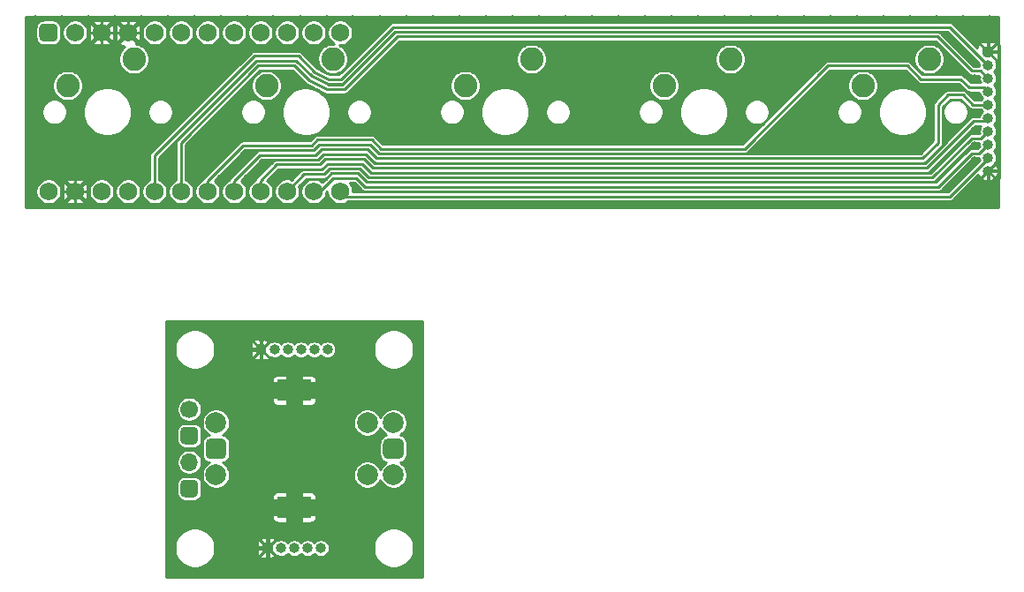
<source format=gbl>
%TF.GenerationSoftware,KiCad,Pcbnew,5.99.0+really5.1.10+dfsg1-1*%
%TF.CreationDate,2021-06-06T12:38:46-04:00*%
%TF.ProjectId,5x1_knob,3578315f-6b6e-46f6-922e-6b696361645f,rev?*%
%TF.SameCoordinates,Original*%
%TF.FileFunction,Copper,L2,Bot*%
%TF.FilePolarity,Positive*%
%FSLAX46Y46*%
G04 Gerber Fmt 4.6, Leading zero omitted, Abs format (unit mm)*
G04 Created by KiCad (PCBNEW 5.99.0+really5.1.10+dfsg1-1) date 2021-06-06 12:38:46*
%MOMM*%
%LPD*%
G01*
G04 APERTURE LIST*
%TA.AperFunction,ComponentPad*%
%ADD10C,2.000000*%
%TD*%
%TA.AperFunction,ComponentPad*%
%ADD11R,3.200001X2.000000*%
%TD*%
%TA.AperFunction,ComponentPad*%
%ADD12C,1.752600*%
%TD*%
%TA.AperFunction,ComponentPad*%
%ADD13O,1.000000X1.000000*%
%TD*%
%TA.AperFunction,ComponentPad*%
%ADD14O,1.700000X1.700000*%
%TD*%
%TA.AperFunction,ComponentPad*%
%ADD15C,1.700000*%
%TD*%
%TA.AperFunction,ComponentPad*%
%ADD16C,2.250000*%
%TD*%
%TA.AperFunction,ViaPad*%
%ADD17C,0.800000*%
%TD*%
%TA.AperFunction,Conductor*%
%ADD18C,0.254000*%
%TD*%
%TA.AperFunction,Conductor*%
%ADD19C,0.381000*%
%TD*%
%TA.AperFunction,Conductor*%
%ADD20C,1.600200*%
%TD*%
%TA.AperFunction,Conductor*%
%ADD21C,0.150000*%
%TD*%
G04 APERTURE END LIST*
%TO.P,SW_1,c*%
%TO.N,Net-(J_1-Pad5)*%
%TA.AperFunction,ComponentPad*%
G36*
G01*
X34598500Y-42346500D02*
X34598500Y-41346500D01*
G75*
G02*
X35098500Y-40846500I500000J0D01*
G01*
X36098500Y-40846500D01*
G75*
G02*
X36598500Y-41346500I0J-500000D01*
G01*
X36598500Y-42346500D01*
G75*
G02*
X36098500Y-42846500I-500000J0D01*
G01*
X35098500Y-42846500D01*
G75*
G02*
X34598500Y-42346500I0J500000D01*
G01*
G37*
%TD.AperFunction*%
D10*
%TO.P,SW_1,b*%
%TO.N,Net-(J_1-Pad4)*%
X35598500Y-44346500D03*
%TO.P,SW_1,a*%
%TO.N,Net-(J_1-Pad6)*%
X35598500Y-39346500D03*
%TO.P,SW_1,S1*%
%TO.N,Net-(J_1-Pad3)*%
X33098500Y-44346500D03*
%TO.P,SW_1,S2*%
%TO.N,Net-(J_1-Pad2)*%
X33098500Y-39346500D03*
D11*
%TO.P,SW_1,MP*%
%TO.N,K_GND*%
X26098500Y-47446500D03*
X26098500Y-36246500D03*
D10*
%TO.P,SW_1,B*%
%TO.N,Net-(J_2-Pad3)*%
X18598500Y-44346500D03*
%TO.P,SW_1,C*%
%TO.N,Net-(J_2-Pad4)*%
%TA.AperFunction,ComponentPad*%
G36*
G01*
X17598500Y-42346500D02*
X17598500Y-41346500D01*
G75*
G02*
X18098500Y-40846500I500000J0D01*
G01*
X19098500Y-40846500D01*
G75*
G02*
X19598500Y-41346500I0J-500000D01*
G01*
X19598500Y-42346500D01*
G75*
G02*
X19098500Y-42846500I-500000J0D01*
G01*
X18098500Y-42846500D01*
G75*
G02*
X17598500Y-42346500I0J500000D01*
G01*
G37*
%TD.AperFunction*%
%TO.P,SW_1,A*%
%TO.N,Net-(J_2-Pad5)*%
X18598500Y-39346500D03*
%TD*%
D12*
%TO.P,U1,24*%
%TO.N,NC1*%
X2540000Y-17145000D03*
%TO.P,U1,12*%
%TO.N,R2*%
X30480000Y-1905000D03*
%TO.P,U1,23*%
%TO.N,GND*%
X5080000Y-17145000D03*
%TO.P,U1,22*%
%TO.N,NC2*%
X7620000Y-17145000D03*
%TO.P,U1,21*%
%TO.N,VCC*%
X10160000Y-17145000D03*
%TO.P,U1,20*%
%TO.N,Net-(J_0-Pad2)*%
X12700000Y-17145000D03*
%TO.P,U1,19*%
%TO.N,Net-(J_0-Pad3)*%
X15240000Y-17145000D03*
%TO.P,U1,18*%
%TO.N,Net-(J_0-Pad4)*%
X17780000Y-17145000D03*
%TO.P,U1,17*%
%TO.N,Net-(J_0-Pad5)*%
X20320000Y-17145000D03*
%TO.P,U1,16*%
%TO.N,Net-(J_0-Pad6)*%
X22860000Y-17145000D03*
%TO.P,U1,15*%
%TO.N,Net-(J_0-Pad7)*%
X25400000Y-17145000D03*
%TO.P,U1,14*%
%TO.N,Net-(J_0-Pad8)*%
X27940000Y-17145000D03*
%TO.P,U1,13*%
%TO.N,Net-(J_0-Pad9)*%
X30480000Y-17145000D03*
%TO.P,U1,11*%
%TO.N,R1*%
X27940000Y-1905000D03*
%TO.P,U1,10*%
%TO.N,C2*%
X25400000Y-1905000D03*
%TO.P,U1,9*%
%TO.N,C1*%
X22860000Y-1905000D03*
%TO.P,U1,8*%
%TO.N,R3*%
X20320000Y-1905000D03*
%TO.P,U1,7*%
%TO.N,C3*%
X17780000Y-1905000D03*
%TO.P,U1,6*%
%TO.N,R4*%
X15240000Y-1905000D03*
%TO.P,U1,5*%
%TO.N,C4*%
X12700000Y-1905000D03*
%TO.P,U1,4*%
%TO.N,GND*%
X10160000Y-1905000D03*
%TO.P,U1,3*%
X7620000Y-1905000D03*
%TO.P,U1,2*%
%TO.N,R0*%
X5080000Y-1905000D03*
%TO.P,U1,1*%
%TO.N,C0*%
%TA.AperFunction,ComponentPad*%
G36*
G01*
X1663700Y-2343150D02*
X1663700Y-1466850D01*
G75*
G02*
X2101850Y-1028700I438150J0D01*
G01*
X2978150Y-1028700D01*
G75*
G02*
X3416300Y-1466850I0J-438150D01*
G01*
X3416300Y-2343150D01*
G75*
G02*
X2978150Y-2781300I-438150J0D01*
G01*
X2101850Y-2781300D01*
G75*
G02*
X1663700Y-2343150I0J438150D01*
G01*
G37*
%TD.AperFunction*%
%TD*%
D13*
%TO.P,J_0,10*%
%TO.N,GND*%
X92583000Y-15176500D03*
%TO.P,J_0,9*%
%TO.N,Net-(J_0-Pad9)*%
X92583000Y-13906500D03*
%TO.P,J_0,8*%
%TO.N,Net-(J_0-Pad8)*%
X92583000Y-12636500D03*
%TO.P,J_0,7*%
%TO.N,Net-(J_0-Pad7)*%
X92583000Y-11366500D03*
%TO.P,J_0,6*%
%TO.N,Net-(J_0-Pad6)*%
X92583000Y-10096500D03*
%TO.P,J_0,5*%
%TO.N,Net-(J_0-Pad5)*%
X92583000Y-8826500D03*
%TO.P,J_0,4*%
%TO.N,Net-(J_0-Pad4)*%
X92583000Y-7556500D03*
%TO.P,J_0,3*%
%TO.N,Net-(J_0-Pad3)*%
X92583000Y-6286500D03*
%TO.P,J_0,2*%
%TO.N,Net-(J_0-Pad2)*%
X92583000Y-5016500D03*
%TO.P,J_0,1*%
%TO.N,GND*%
%TA.AperFunction,ComponentPad*%
G36*
G01*
X92083000Y-3996500D02*
X92083000Y-3496500D01*
G75*
G02*
X92333000Y-3246500I250000J0D01*
G01*
X92833000Y-3246500D01*
G75*
G02*
X93083000Y-3496500I0J-250000D01*
G01*
X93083000Y-3996500D01*
G75*
G02*
X92833000Y-4246500I-250000J0D01*
G01*
X92333000Y-4246500D01*
G75*
G02*
X92083000Y-3996500I0J250000D01*
G01*
G37*
%TD.AperFunction*%
%TD*%
%TO.P,SW_2,4*%
%TO.N,Net-(J_2-Pad2)*%
%TA.AperFunction,ComponentPad*%
G36*
G01*
X15185000Y-46081500D02*
X15185000Y-45231500D01*
G75*
G02*
X15610000Y-44806500I425000J0D01*
G01*
X16460000Y-44806500D01*
G75*
G02*
X16885000Y-45231500I0J-425000D01*
G01*
X16885000Y-46081500D01*
G75*
G02*
X16460000Y-46506500I-425000J0D01*
G01*
X15610000Y-46506500D01*
G75*
G02*
X15185000Y-46081500I0J425000D01*
G01*
G37*
%TD.AperFunction*%
D14*
%TO.P,SW_2,3*%
%TO.N,Net-(J_2-Pad3)*%
X16035000Y-43116500D03*
%TO.P,SW_2,2*%
%TO.N,Net-(J_2-Pad4)*%
%TA.AperFunction,ComponentPad*%
G36*
G01*
X15185000Y-41001500D02*
X15185000Y-40151500D01*
G75*
G02*
X15610000Y-39726500I425000J0D01*
G01*
X16460000Y-39726500D01*
G75*
G02*
X16885000Y-40151500I0J-425000D01*
G01*
X16885000Y-41001500D01*
G75*
G02*
X16460000Y-41426500I-425000J0D01*
G01*
X15610000Y-41426500D01*
G75*
G02*
X15185000Y-41001500I0J425000D01*
G01*
G37*
%TD.AperFunction*%
D15*
%TO.P,SW_2,1*%
%TO.N,Net-(J_2-Pad5)*%
X16035000Y-38036500D03*
%TD*%
D13*
%TO.P,J_2,5*%
%TO.N,Net-(J_2-Pad5)*%
X28638500Y-51371500D03*
%TO.P,J_2,4*%
%TO.N,Net-(J_2-Pad4)*%
X27368500Y-51371500D03*
%TO.P,J_2,3*%
%TO.N,Net-(J_2-Pad3)*%
X26098500Y-51371500D03*
%TO.P,J_2,2*%
%TO.N,Net-(J_2-Pad2)*%
X24828500Y-51371500D03*
%TO.P,J_2,1*%
%TO.N,K_GND*%
%TA.AperFunction,ComponentPad*%
G36*
G01*
X23808500Y-51871500D02*
X23308500Y-51871500D01*
G75*
G02*
X23058500Y-51621500I0J250000D01*
G01*
X23058500Y-51121500D01*
G75*
G02*
X23308500Y-50871500I250000J0D01*
G01*
X23808500Y-50871500D01*
G75*
G02*
X24058500Y-51121500I0J-250000D01*
G01*
X24058500Y-51621500D01*
G75*
G02*
X23808500Y-51871500I-250000J0D01*
G01*
G37*
%TD.AperFunction*%
%TD*%
%TO.P,J_1,6*%
%TO.N,Net-(J_1-Pad6)*%
X29273500Y-32321500D03*
%TO.P,J_1,5*%
%TO.N,Net-(J_1-Pad5)*%
X28003500Y-32321500D03*
%TO.P,J_1,4*%
%TO.N,Net-(J_1-Pad4)*%
X26733500Y-32321500D03*
%TO.P,J_1,3*%
%TO.N,Net-(J_1-Pad3)*%
X25463500Y-32321500D03*
%TO.P,J_1,2*%
%TO.N,Net-(J_1-Pad2)*%
X24193500Y-32321500D03*
%TO.P,J_1,1*%
%TO.N,K_GND*%
%TA.AperFunction,ComponentPad*%
G36*
G01*
X23173500Y-32821500D02*
X22673500Y-32821500D01*
G75*
G02*
X22423500Y-32571500I0J250000D01*
G01*
X22423500Y-32071500D01*
G75*
G02*
X22673500Y-31821500I250000J0D01*
G01*
X23173500Y-31821500D01*
G75*
G02*
X23423500Y-32071500I0J-250000D01*
G01*
X23423500Y-32571500D01*
G75*
G02*
X23173500Y-32821500I-250000J0D01*
G01*
G37*
%TD.AperFunction*%
%TD*%
D16*
%TO.P,MX_5,2*%
%TO.N,R4*%
X86931500Y-4445000D03*
%TO.P,MX_5,1*%
%TO.N,C4*%
X80581500Y-6985000D03*
%TD*%
%TO.P,MX_4,2*%
%TO.N,R3*%
X67881500Y-4445000D03*
%TO.P,MX_4,1*%
%TO.N,C3*%
X61531500Y-6985000D03*
%TD*%
%TO.P,MX_3,2*%
%TO.N,R2*%
X48831500Y-4445000D03*
%TO.P,MX_3,1*%
%TO.N,C2*%
X42481500Y-6985000D03*
%TD*%
%TO.P,MX_2,2*%
%TO.N,R1*%
X29781500Y-4445000D03*
%TO.P,MX_2,1*%
%TO.N,C1*%
X23431500Y-6985000D03*
%TD*%
%TO.P,MX_1,2*%
%TO.N,R0*%
X10731500Y-4445000D03*
%TO.P,MX_1,1*%
%TO.N,C0*%
X4381500Y-6985000D03*
%TD*%
D17*
%TO.N,GND*%
X24130000Y-15875000D03*
X34290000Y-635000D03*
X36830000Y-635000D03*
X39370000Y-635000D03*
X41910000Y-635000D03*
X44450000Y-635000D03*
X46990000Y-635000D03*
X49530000Y-635000D03*
X52070000Y-635000D03*
X54610000Y-635000D03*
X57150000Y-635000D03*
X59690000Y-635000D03*
X62230000Y-635000D03*
X64770000Y-635000D03*
X67310000Y-635000D03*
X69850000Y-635000D03*
X72390000Y-635000D03*
X74930000Y-635000D03*
X77470000Y-635000D03*
X80010000Y-635000D03*
X82550000Y-635000D03*
X85090000Y-635000D03*
X87630000Y-635000D03*
X90170000Y-635000D03*
X92710000Y-635000D03*
X4445000Y-8763000D03*
X42545000Y-8763000D03*
X61595000Y-8763000D03*
X80645000Y-8763000D03*
X31750000Y-18415000D03*
X24130000Y-18415000D03*
X13970000Y-18415000D03*
X1270000Y-18415000D03*
X3810000Y-18415000D03*
X1270000Y-15875000D03*
X6350000Y-18415000D03*
X19050000Y-18415000D03*
X3810000Y-15875000D03*
X8890000Y-18415000D03*
X8890000Y-15875000D03*
X21590000Y-18415000D03*
X26670000Y-18415000D03*
X11430000Y-15875000D03*
X6350000Y-15875000D03*
X13970000Y-635000D03*
X16510000Y-635000D03*
X19050000Y-635000D03*
X21590000Y-635000D03*
X24066500Y-635000D03*
X26670000Y-635000D03*
X3810000Y-635000D03*
X1270000Y-635000D03*
X3810000Y-3175000D03*
X1270000Y-3175000D03*
X6350000Y-3175000D03*
X6350000Y-635000D03*
X8890000Y-3175000D03*
X13970000Y-3175000D03*
X16510000Y-3175000D03*
X19050000Y-3175000D03*
X21590000Y-3175000D03*
X24066500Y-3175000D03*
X26670000Y-3175000D03*
X8890000Y-635000D03*
X11430000Y-635000D03*
X31686500Y-635000D03*
X31686500Y-3175000D03*
X11430000Y-18415000D03*
X29210000Y-18415000D03*
X11620500Y-6096000D03*
X49720500Y-6096000D03*
X68770500Y-6096000D03*
X92710000Y-18415000D03*
X90170000Y-18415000D03*
X87630000Y-18415000D03*
X85090000Y-18415000D03*
X82550000Y-18415000D03*
X80010000Y-18415000D03*
X77470000Y-18415000D03*
X74930000Y-18415000D03*
X72390000Y-18415000D03*
X69850000Y-18415000D03*
X67310000Y-18415000D03*
X64770000Y-18415000D03*
X62230000Y-18415000D03*
X59690000Y-18415000D03*
X57150000Y-18415000D03*
X54610000Y-18415000D03*
X52070000Y-18415000D03*
X49530000Y-18415000D03*
X46990000Y-18415000D03*
X44450000Y-18415000D03*
X41910000Y-18415000D03*
X39370000Y-18415000D03*
X36830000Y-18415000D03*
X29210000Y-635000D03*
X34290000Y-18415000D03*
X1270000Y-13335000D03*
X1270000Y-10795000D03*
X1270000Y-8255000D03*
X1270000Y-5715000D03*
X13970000Y-15875000D03*
X16510000Y-18415000D03*
X16510000Y-15875000D03*
X19050000Y-15875000D03*
X21590000Y-15875000D03*
X92710000Y-2222500D03*
X92710000Y-16827500D03*
X23495000Y-8763000D03*
X32004000Y-16891000D03*
X91313000Y-4836160D03*
X91313000Y-6299200D03*
X88389460Y-5377180D03*
X91313000Y-12771120D03*
X91313000Y-14234160D03*
X91313000Y-7975600D03*
X91315540Y-9646920D03*
X91315540Y-11303000D03*
%TO.N,K_GND*%
X14224000Y-53721000D03*
X14224000Y-40767000D03*
X14224000Y-42926000D03*
X14224000Y-36449000D03*
X14224000Y-51562000D03*
X14224000Y-49403000D03*
X14224000Y-34290000D03*
X14224000Y-47244000D03*
X14224000Y-32131000D03*
X14224000Y-45085000D03*
X14224000Y-38608000D03*
X37973000Y-53721000D03*
X25019000Y-53721000D03*
X27178000Y-53721000D03*
X20701000Y-53721000D03*
X35814000Y-53721000D03*
X33655000Y-53721000D03*
X18542000Y-53721000D03*
X31496000Y-53721000D03*
X16383000Y-53721000D03*
X29337000Y-53721000D03*
X22860000Y-53721000D03*
X37973000Y-42926000D03*
X37973000Y-40767000D03*
X37973000Y-47244000D03*
X37973000Y-32131000D03*
X37973000Y-34290000D03*
X37973000Y-49403000D03*
X37973000Y-36449000D03*
X37973000Y-51562000D03*
X37973000Y-38608000D03*
X37973000Y-45085000D03*
X29273500Y-33464500D03*
X26733500Y-50228500D03*
X26098500Y-33464500D03*
X26733500Y-52514500D03*
X25463500Y-52514500D03*
X28003500Y-52514500D03*
X29273500Y-52514500D03*
X24193500Y-52514500D03*
X26098500Y-31178500D03*
X24828500Y-31178500D03*
X23558500Y-31178500D03*
X27368500Y-31178500D03*
X28638500Y-31178500D03*
X14224000Y-29972000D03*
X37973000Y-29972000D03*
X35814000Y-29972000D03*
X33655000Y-29972000D03*
X31496000Y-29972000D03*
X29337000Y-29972000D03*
X27178000Y-29972000D03*
X25019000Y-29972000D03*
X22860000Y-29972000D03*
X20701000Y-29972000D03*
X18542000Y-29972000D03*
X16383000Y-29972000D03*
X20320000Y-39370000D03*
X20320000Y-44323000D03*
X20320000Y-42608500D03*
X31744920Y-38468300D03*
X33995360Y-41323260D03*
X32730440Y-42783760D03*
%TD*%
D18*
%TO.N,GND*%
X11676933Y-15875000D02*
X11430000Y-15875000D01*
X92710000Y-3619500D02*
X92583000Y-3746500D01*
X92710000Y-15303500D02*
X92583000Y-15176500D01*
X11430000Y-15621000D02*
X11430000Y-15875000D01*
X26675080Y-18409920D02*
X26670000Y-18415000D01*
X24066500Y-3175000D02*
X24333543Y-3175000D01*
X92583000Y-2349500D02*
X92710000Y-2222500D01*
X92583000Y-3746500D02*
X92583000Y-2349500D01*
X92583000Y-3746500D02*
X93624400Y-3746500D01*
X93624400Y-3517900D02*
X93624400Y-3136900D01*
X93624400Y-3746500D02*
X93624400Y-3517900D01*
X92583000Y-3746500D02*
X93408500Y-2921000D01*
X93408500Y-2921000D02*
X92710000Y-2222500D01*
X93624400Y-3136900D02*
X93408500Y-2921000D01*
X92583000Y-16700500D02*
X92710000Y-16827500D01*
X92583000Y-15176500D02*
X92583000Y-16700500D01*
X92583000Y-15176500D02*
X93522800Y-15176500D01*
X92710000Y-16827500D02*
X92608400Y-16827500D01*
X93469460Y-16068040D02*
X92710000Y-16827500D01*
X93474540Y-16068040D02*
X93469460Y-16068040D01*
X92583000Y-15176500D02*
X93474540Y-16068040D01*
X92583000Y-3746500D02*
X93624400Y-4787900D01*
X93621860Y-15915640D02*
X92710000Y-16827500D01*
X93621860Y-15275560D02*
X93621860Y-15915640D01*
X93621860Y-14137640D02*
X92583000Y-15176500D01*
X93621860Y-14363700D02*
X93621860Y-4147820D01*
X93624400Y-4145280D02*
X93624400Y-3517900D01*
X93624400Y-4787900D02*
X93624400Y-4145280D01*
X93621860Y-15440660D02*
X93621860Y-14363700D01*
X93621860Y-4147820D02*
X93624400Y-4145280D01*
X93621860Y-14363700D02*
X93621860Y-14137640D01*
X6350000Y-635000D02*
X8890000Y-3175000D01*
X8890000Y-635000D02*
X6350000Y-3175000D01*
X11430000Y-635000D02*
X8890000Y-3175000D01*
X8890000Y-635000D02*
X10160000Y-1905000D01*
X10160000Y-1905000D02*
X11285220Y-1905000D01*
X10160000Y-1905000D02*
X10160000Y-731520D01*
X10160000Y-1905000D02*
X7620000Y-1905000D01*
X7620000Y-1905000D02*
X6367780Y-1905000D01*
X7620000Y-1905000D02*
X7620000Y-635000D01*
X7620000Y-1905000D02*
X7620000Y-3136900D01*
D19*
X11430000Y-635000D02*
X8890000Y-635000D01*
X6350000Y-635000D02*
X8890000Y-635000D01*
X6350000Y-635000D02*
X6350000Y-3175000D01*
X6350000Y-3175000D02*
X8890000Y-3175000D01*
X8890000Y-3175000D02*
X8890000Y-635000D01*
D18*
X11239500Y-2984500D02*
X10160000Y-1905000D01*
X11430000Y-2794000D02*
X11239500Y-2984500D01*
D19*
X11430000Y-635000D02*
X11430000Y-2794000D01*
D18*
X6350000Y-18415000D02*
X3810000Y-15875000D01*
X6350000Y-15875000D02*
X3810000Y-18415000D01*
X3845560Y-17145000D02*
X3810000Y-17180560D01*
X5080000Y-17145000D02*
X3845560Y-17145000D01*
D19*
X3810000Y-17180560D02*
X3810000Y-15875000D01*
X3810000Y-18415000D02*
X3810000Y-17180560D01*
D18*
X5080000Y-17145000D02*
X5080000Y-15880080D01*
D19*
X5085080Y-15875000D02*
X6350000Y-15875000D01*
D18*
X5080000Y-15880080D02*
X5085080Y-15875000D01*
D19*
X3810000Y-15875000D02*
X5085080Y-15875000D01*
D18*
X5080000Y-17145000D02*
X6329680Y-17145000D01*
D19*
X6350000Y-17165320D02*
X6350000Y-18415000D01*
D18*
X6329680Y-17145000D02*
X6350000Y-17165320D01*
D19*
X6350000Y-15875000D02*
X6350000Y-17165320D01*
D18*
X5080000Y-18387060D02*
X5052060Y-18415000D01*
X5080000Y-17145000D02*
X5080000Y-18387060D01*
D19*
X5052060Y-18415000D02*
X3810000Y-18415000D01*
X6350000Y-18415000D02*
X5052060Y-18415000D01*
D18*
X92583000Y-3746500D02*
X92583000Y-3726180D01*
X91122500Y-635000D02*
X36830000Y-635000D01*
X92710000Y-2222500D02*
X91122500Y-635000D01*
X89344500Y-18415000D02*
X92583000Y-15176500D01*
X31750000Y-18415000D02*
X89344500Y-18415000D01*
X32291020Y-17178020D02*
X32004000Y-16891000D01*
X91313000Y-14234160D02*
X88369140Y-17178020D01*
X88369140Y-17178020D02*
X32291020Y-17178020D01*
X90926920Y-7975600D02*
X91313000Y-7975600D01*
X88587580Y-7401560D02*
X90352880Y-7401560D01*
X87345520Y-8643620D02*
X88587580Y-7401560D01*
X87345520Y-12283440D02*
X87345520Y-8643620D01*
X86121240Y-13507720D02*
X87345520Y-12283440D01*
X90352880Y-7401560D02*
X90926920Y-7975600D01*
X87866220Y-5900420D02*
X88389460Y-5377180D01*
X86326980Y-5900420D02*
X87866220Y-5900420D01*
X85476080Y-3840480D02*
X85476080Y-5049520D01*
X86326980Y-2989580D02*
X85476080Y-3840480D01*
X34226500Y-635000D02*
X31686500Y-3175000D01*
X36830000Y-635000D02*
X34226500Y-635000D01*
X24886920Y-7590790D02*
X24886920Y-6380480D01*
X23714710Y-8763000D02*
X24886920Y-7590790D01*
X23495000Y-8763000D02*
X23714710Y-8763000D01*
X16510000Y-11846560D02*
X22826980Y-5529580D01*
X16510000Y-15875000D02*
X16510000Y-11846560D01*
X24643080Y-6136640D02*
X24036020Y-5529580D01*
X24886920Y-6380480D02*
X24643080Y-6136640D01*
X26452830Y-3175000D02*
X24066500Y-3175000D01*
X27772360Y-3175000D02*
X26670000Y-3175000D01*
X29568140Y-5892800D02*
X29443680Y-5862320D01*
X30078680Y-5875020D02*
X29824680Y-5905500D01*
X30203140Y-5839460D02*
X30078680Y-5875020D01*
X30322520Y-5798820D02*
X30203140Y-5839460D01*
X30838140Y-5445760D02*
X30754320Y-5532120D01*
X29697680Y-5897880D02*
X29568140Y-5892800D01*
X29824680Y-5905500D02*
X29697680Y-5897880D01*
X30436820Y-5745480D02*
X30322520Y-5798820D01*
X28486100Y-5110480D02*
X28430220Y-4991100D01*
X30754320Y-5532120D02*
X30655260Y-5610860D01*
X28976320Y-5659120D02*
X28872180Y-5582920D01*
X31686500Y-4597400D02*
X30838140Y-5445760D01*
X28686760Y-5407660D02*
X28628340Y-5334000D01*
X30655260Y-5610860D02*
X30551120Y-5684520D01*
X28326080Y-4561840D02*
X28326080Y-3728720D01*
X31686500Y-3175000D02*
X31686500Y-4597400D01*
X29443680Y-5862320D02*
X29319220Y-5826760D01*
X28872180Y-5582920D02*
X28775660Y-5499100D01*
X29319220Y-5826760D02*
X29199840Y-5781040D01*
X29085540Y-5725160D02*
X28976320Y-5659120D01*
X29199840Y-5781040D02*
X29085540Y-5725160D01*
X28775660Y-5499100D02*
X28686760Y-5407660D01*
X30551120Y-5684520D02*
X30436820Y-5745480D01*
X28628340Y-5334000D02*
X28552140Y-5229860D01*
X28552140Y-5229860D02*
X28486100Y-5110480D01*
X28387040Y-4866640D02*
X28354020Y-4739640D01*
X28430220Y-4991100D02*
X28387040Y-4866640D01*
X28354020Y-4739640D02*
X28326080Y-4561840D01*
X28326080Y-3728720D02*
X27772360Y-3175000D01*
X24036020Y-5529580D02*
X23782020Y-5529580D01*
X23782020Y-5529580D02*
X22826980Y-5529580D01*
X88262460Y-12672060D02*
X88216740Y-12717780D01*
X91302840Y-9646920D02*
X89971880Y-8315960D01*
X91315540Y-9646920D02*
X91302840Y-9646920D01*
X91287600Y-9646920D02*
X88216740Y-12717780D01*
X88262460Y-9027160D02*
X88262460Y-12672060D01*
X88973660Y-8315960D02*
X88262460Y-9027160D01*
X91315540Y-9646920D02*
X91287600Y-9646920D01*
X89971880Y-8315960D02*
X88973660Y-8315960D01*
X69453760Y-13507720D02*
X86121240Y-13507720D01*
X13970000Y-13091160D02*
X13970000Y-15875000D01*
X22445980Y-4615180D02*
X13970000Y-13091160D01*
X27774900Y-6083300D02*
X26306780Y-4615180D01*
X26306780Y-4615180D02*
X22445980Y-4615180D01*
X29278580Y-6858000D02*
X27774900Y-6083300D01*
X30731460Y-6858000D02*
X29278580Y-6858000D01*
X35760660Y-1828800D02*
X30731460Y-6858000D01*
X88305640Y-1828800D02*
X35760660Y-1828800D01*
X91313000Y-4836160D02*
X88305640Y-1828800D01*
X90170000Y-1333500D02*
X92583000Y-3746500D01*
X90170000Y-635000D02*
X90170000Y-1333500D01*
X77431900Y-5529580D02*
X69453760Y-13507720D01*
X84648040Y-5529580D02*
X77431900Y-5529580D01*
X85940900Y-6822440D02*
X84648040Y-5529580D01*
X89773760Y-6822440D02*
X85940900Y-6822440D01*
X90926920Y-7975600D02*
X89773760Y-6822440D01*
X85633560Y-5207000D02*
X86326980Y-5900420D01*
X85476080Y-5049520D02*
X85633560Y-5207000D01*
X37404040Y-2748280D02*
X86085680Y-2748280D01*
X28722320Y-7729220D02*
X28818840Y-7815580D01*
X25707340Y-7200900D02*
X27358340Y-7200900D01*
X32189420Y-7962900D02*
X37404040Y-2748280D01*
X27358340Y-7200900D02*
X27612340Y-7226300D01*
X28407360Y-7513320D02*
X28514040Y-7579360D01*
X27612340Y-7226300D02*
X27759660Y-7259320D01*
X27759660Y-7259320D02*
X27818080Y-7272020D01*
X27818080Y-7272020D02*
X27940000Y-7307580D01*
X28968700Y-7962900D02*
X32189420Y-7962900D01*
X27940000Y-7307580D02*
X28061920Y-7348220D01*
X86085680Y-2748280D02*
X86326980Y-2989580D01*
X28178760Y-7396480D02*
X28295600Y-7452360D01*
X28818840Y-7815580D02*
X28968700Y-7962900D01*
X28061920Y-7348220D02*
X28178760Y-7396480D01*
X28295600Y-7452360D02*
X28407360Y-7513320D01*
X28514040Y-7579360D02*
X28620720Y-7650480D01*
X24643080Y-6136640D02*
X25707340Y-7200900D01*
X28620720Y-7650480D02*
X28722320Y-7729220D01*
X90695780Y-6299200D02*
X91313000Y-6299200D01*
X88389460Y-5377180D02*
X89773760Y-5377180D01*
X85041740Y-4615180D02*
X85633560Y-5207000D01*
X77038200Y-4615180D02*
X85041740Y-4615180D01*
X69060060Y-12593320D02*
X77038200Y-4615180D01*
X34574480Y-12593320D02*
X69060060Y-12593320D01*
X33726120Y-11744960D02*
X34574480Y-12593320D01*
X28125420Y-11744960D02*
X33726120Y-11744960D01*
X27594560Y-12275820D02*
X28125420Y-11744960D01*
X20109180Y-12275820D02*
X27594560Y-12275820D01*
X16510000Y-15875000D02*
X20109180Y-12275820D01*
X34193480Y-13507720D02*
X69453760Y-13507720D01*
X28508960Y-12659360D02*
X33345120Y-12659360D01*
X27978100Y-13190220D02*
X28508960Y-12659360D01*
X21734780Y-13190220D02*
X27978100Y-13190220D01*
X19050000Y-15875000D02*
X21734780Y-13190220D01*
X33345120Y-12659360D02*
X34193480Y-13507720D01*
X23360380Y-14104620D02*
X21590000Y-15875000D01*
X28359100Y-14104620D02*
X23360380Y-14104620D01*
X28884880Y-13578840D02*
X28359100Y-14104620D01*
X33809940Y-14422120D02*
X32966660Y-13578840D01*
X86512400Y-14422120D02*
X33809940Y-14422120D01*
X32966660Y-13578840D02*
X28884880Y-13578840D01*
X88216740Y-12717780D02*
X86512400Y-14422120D01*
X24130000Y-15841980D02*
X24130000Y-15875000D01*
X24952960Y-15019020D02*
X24130000Y-15841980D01*
X28752800Y-15019020D02*
X24952960Y-15019020D01*
X29278580Y-14493240D02*
X28752800Y-15019020D01*
X32585660Y-14493240D02*
X29278580Y-14493240D01*
X87063580Y-15336520D02*
X33428940Y-15336520D01*
X33428940Y-15336520D02*
X32585660Y-14493240D01*
X91097100Y-11303000D02*
X87063580Y-15336520D01*
X91315540Y-11303000D02*
X91097100Y-11303000D01*
X26670000Y-16705580D02*
X26670000Y-18415000D01*
X27437080Y-15938500D02*
X26670000Y-16705580D01*
X29128720Y-15938500D02*
X27437080Y-15938500D01*
X29657040Y-15410180D02*
X29128720Y-15938500D01*
X32204660Y-15410180D02*
X29657040Y-15410180D01*
X87604600Y-16256000D02*
X33050480Y-16256000D01*
X91089480Y-12771120D02*
X87604600Y-16256000D01*
X33050480Y-16256000D02*
X32204660Y-15410180D01*
X91313000Y-12771120D02*
X91089480Y-12771120D01*
X89971880Y-5575300D02*
X90695780Y-6299200D01*
X89773760Y-5377180D02*
X89971880Y-5575300D01*
X86085680Y-2748280D02*
X87533480Y-2748280D01*
X87533480Y-2748280D02*
X89222580Y-4437380D01*
X89222580Y-4437380D02*
X89222580Y-4826000D01*
X89222580Y-4826000D02*
X89971880Y-5575300D01*
X86565740Y-2750820D02*
X86326980Y-2989580D01*
X87536020Y-2750820D02*
X86565740Y-2750820D01*
X88389460Y-3604260D02*
X87536020Y-2750820D01*
X88389460Y-5377180D02*
X88389460Y-3604260D01*
%TO.N,K_GND*%
X22923500Y-30035500D02*
X22860000Y-29972000D01*
X22923500Y-32321500D02*
X22923500Y-30035500D01*
X20701000Y-32321500D02*
X22923500Y-32321500D01*
X20701000Y-29972000D02*
X20701000Y-32321500D01*
X20701000Y-30099000D02*
X22923500Y-32321500D01*
X20701000Y-29972000D02*
X20701000Y-30099000D01*
X20320000Y-34925000D02*
X22923500Y-32321500D01*
X20320000Y-39370000D02*
X20320000Y-34925000D01*
X26098500Y-48831500D02*
X23558500Y-51371500D01*
X26098500Y-48704500D02*
X26098500Y-48831500D01*
X21919500Y-49732500D02*
X24205500Y-47446500D01*
X23558500Y-51371500D02*
X21919500Y-49732500D01*
X23558500Y-48093500D02*
X24205500Y-47446500D01*
X23558500Y-51371500D02*
X23558500Y-48093500D01*
X23558500Y-53022500D02*
X22860000Y-53721000D01*
X23558500Y-51371500D02*
X23558500Y-53022500D01*
X24701500Y-52514500D02*
X23558500Y-51371500D01*
X25463500Y-52514500D02*
X24701500Y-52514500D01*
X20701000Y-51371500D02*
X23558500Y-51371500D01*
X21209000Y-53721000D02*
X23558500Y-51371500D01*
X20701000Y-53721000D02*
X21209000Y-53721000D01*
X20701000Y-50951000D02*
X21919500Y-49732500D01*
X20701000Y-51831240D02*
X20701000Y-50951000D01*
X20701000Y-53721000D02*
X20701000Y-51831240D01*
X20701000Y-51831240D02*
X20701000Y-51371500D01*
X24071580Y-33469580D02*
X22923500Y-32321500D01*
X26098500Y-33469580D02*
X24071580Y-33469580D01*
D20*
X26098500Y-47446500D02*
X26098500Y-49324260D01*
X26098500Y-47446500D02*
X24030240Y-47446500D01*
X26098500Y-36246500D02*
X26098500Y-47446500D01*
D18*
X26098500Y-35052000D02*
X26098500Y-33469580D01*
D20*
X26098500Y-36246500D02*
X23878540Y-36246500D01*
X26098500Y-36246500D02*
X26098500Y-34198560D01*
D18*
X22923500Y-36246500D02*
X24241110Y-36246500D01*
X22923500Y-32321500D02*
X22923500Y-36246500D01*
D20*
X26098500Y-36246500D02*
X28145040Y-36246500D01*
X26098500Y-47446500D02*
X28165360Y-47446500D01*
D18*
X23812500Y-31432500D02*
X22923500Y-32321500D01*
X23558500Y-31178500D02*
X23812500Y-31432500D01*
%TO.N,Net-(J_0-Pad9)*%
X30977840Y-17642840D02*
X30480000Y-17145000D01*
X88938100Y-17642840D02*
X30977840Y-17642840D01*
X92583000Y-13997940D02*
X88938100Y-17642840D01*
X92583000Y-13906500D02*
X92583000Y-13997940D01*
%TO.N,Net-(J_0-Pad8)*%
X28569920Y-17145000D02*
X28519120Y-17145000D01*
X27940000Y-17145000D02*
X28569920Y-17145000D01*
X32014160Y-15867380D02*
X29847540Y-15867380D01*
X32859980Y-16713200D02*
X32014160Y-15867380D01*
X87797640Y-16713200D02*
X32859980Y-16713200D01*
X91008200Y-13502640D02*
X87797640Y-16713200D01*
X29847540Y-15867380D02*
X28569920Y-17145000D01*
X91716860Y-13502640D02*
X91008200Y-13502640D01*
X92583000Y-12636500D02*
X91716860Y-13502640D01*
%TO.N,Net-(J_0-Pad7)*%
X33240980Y-15796260D02*
X87254080Y-15796260D01*
X32397700Y-14952980D02*
X33240980Y-15796260D01*
X29466540Y-14952980D02*
X32397700Y-14952980D01*
X28940760Y-15478760D02*
X29466540Y-14952980D01*
X91912440Y-12037060D02*
X92583000Y-11366500D01*
X91013280Y-12037060D02*
X91912440Y-12037060D01*
X87254080Y-15796260D02*
X91013280Y-12037060D01*
X27066240Y-15478760D02*
X28940760Y-15478760D01*
X25400000Y-17145000D02*
X27066240Y-15478760D01*
%TO.N,Net-(J_0-Pad6)*%
X33619440Y-14879320D02*
X86702900Y-14879320D01*
X86702900Y-14879320D02*
X91168220Y-10414000D01*
X32776160Y-14036040D02*
X33619440Y-14879320D01*
X29077920Y-14036040D02*
X32776160Y-14036040D01*
X28552140Y-14561820D02*
X29077920Y-14036040D01*
X91168220Y-10414000D02*
X92265500Y-10414000D01*
X24401780Y-14561820D02*
X28552140Y-14561820D01*
X92265500Y-10414000D02*
X92583000Y-10096500D01*
X22860000Y-16103600D02*
X24401780Y-14561820D01*
X22860000Y-17145000D02*
X22860000Y-16103600D01*
%TO.N,Net-(J_0-Pad5)*%
X22783800Y-13647420D02*
X20320000Y-16111220D01*
X28168600Y-13647420D02*
X22783800Y-13647420D01*
X28699460Y-13116560D02*
X28168600Y-13647420D01*
X33154620Y-13116560D02*
X28699460Y-13116560D01*
X34002980Y-13964920D02*
X33154620Y-13116560D01*
X20320000Y-16111220D02*
X20320000Y-17145000D01*
X86314280Y-13964920D02*
X34002980Y-13964920D01*
X87802720Y-12476480D02*
X86314280Y-13964920D01*
X87802720Y-8834120D02*
X87802720Y-12476480D01*
X90162380Y-7858760D02*
X88778080Y-7858760D01*
X88778080Y-7858760D02*
X87802720Y-8834120D01*
X91130120Y-8826500D02*
X90162380Y-7858760D01*
X92583000Y-8826500D02*
X91130120Y-8826500D01*
%TO.N,Net-(J_0-Pad4)*%
X92583000Y-7556500D02*
X92191840Y-7165340D01*
X92191840Y-7165340D02*
X90764360Y-7165340D01*
X90764360Y-7165340D02*
X89961720Y-6362700D01*
X89961720Y-6362700D02*
X86131400Y-6362700D01*
X86131400Y-6362700D02*
X84841080Y-5072380D01*
X84841080Y-5072380D02*
X77233780Y-5072380D01*
X17780000Y-16108680D02*
X17780000Y-17145000D01*
X21155660Y-12733020D02*
X17780000Y-16108680D01*
X77233780Y-5072380D02*
X69255640Y-13050520D01*
X28318460Y-12202160D02*
X27787600Y-12733020D01*
X27787600Y-12733020D02*
X21155660Y-12733020D01*
X34383980Y-13050520D02*
X33535620Y-12202160D01*
X33535620Y-12202160D02*
X28318460Y-12202160D01*
X69255640Y-13050520D02*
X34383980Y-13050520D01*
%TO.N,Net-(J_0-Pad3)*%
X15240000Y-12468860D02*
X15240000Y-17145000D01*
X22636480Y-5072380D02*
X15240000Y-12468860D01*
X26103580Y-5072380D02*
X22636480Y-5072380D01*
X27503120Y-6471920D02*
X26103580Y-5072380D01*
X29217620Y-7348220D02*
X27503120Y-6471920D01*
X30899100Y-7348220D02*
X29217620Y-7348220D01*
X35961320Y-2286000D02*
X30899100Y-7348220D01*
X87726520Y-2286000D02*
X35961320Y-2286000D01*
X91008200Y-5567680D02*
X87726520Y-2286000D01*
X91864180Y-5567680D02*
X91008200Y-5567680D01*
X92583000Y-6286500D02*
X91864180Y-5567680D01*
%TO.N,Net-(J_0-Pad2)*%
X12700000Y-13713460D02*
X12700000Y-17145000D01*
X26499820Y-4157980D02*
X22255480Y-4157980D01*
X22255480Y-4157980D02*
X12700000Y-13713460D01*
X28051760Y-5709920D02*
X26499820Y-4157980D01*
X30546040Y-6395720D02*
X29390340Y-6395720D01*
X29390340Y-6395720D02*
X28051760Y-5709920D01*
X88879680Y-1366520D02*
X35575240Y-1366520D01*
X92529660Y-5016500D02*
X88879680Y-1366520D01*
X35575240Y-1366520D02*
X30546040Y-6395720D01*
X92583000Y-5016500D02*
X92529660Y-5016500D01*
%TD*%
%TO.N,GND*%
X93612100Y-18682100D02*
X367900Y-18682100D01*
X367900Y-17024919D01*
X1320800Y-17024919D01*
X1320800Y-17265081D01*
X1367653Y-17500627D01*
X1459559Y-17722508D01*
X1592986Y-17922195D01*
X1762805Y-18092014D01*
X1962492Y-18225441D01*
X2184373Y-18317347D01*
X2419919Y-18364200D01*
X2660081Y-18364200D01*
X2895627Y-18317347D01*
X3117508Y-18225441D01*
X3317195Y-18092014D01*
X3326655Y-18082554D01*
X4232248Y-18082554D01*
X4314616Y-18306492D01*
X4555919Y-18433494D01*
X4817361Y-18510978D01*
X5088897Y-18535970D01*
X5360091Y-18507507D01*
X5620520Y-18426684D01*
X5845384Y-18306492D01*
X5927752Y-18082554D01*
X5080000Y-17234803D01*
X4232248Y-18082554D01*
X3326655Y-18082554D01*
X3487014Y-17922195D01*
X3620441Y-17722508D01*
X3712347Y-17500627D01*
X3723513Y-17444490D01*
X3798316Y-17685520D01*
X3918508Y-17910384D01*
X4142446Y-17992752D01*
X4990197Y-17145000D01*
X5169803Y-17145000D01*
X6017554Y-17992752D01*
X6241492Y-17910384D01*
X6368494Y-17669081D01*
X6435912Y-17441602D01*
X6447653Y-17500627D01*
X6539559Y-17722508D01*
X6672986Y-17922195D01*
X6842805Y-18092014D01*
X7042492Y-18225441D01*
X7264373Y-18317347D01*
X7499919Y-18364200D01*
X7740081Y-18364200D01*
X7975627Y-18317347D01*
X8197508Y-18225441D01*
X8397195Y-18092014D01*
X8567014Y-17922195D01*
X8700441Y-17722508D01*
X8792347Y-17500627D01*
X8839200Y-17265081D01*
X8839200Y-17024919D01*
X8940800Y-17024919D01*
X8940800Y-17265081D01*
X8987653Y-17500627D01*
X9079559Y-17722508D01*
X9212986Y-17922195D01*
X9382805Y-18092014D01*
X9582492Y-18225441D01*
X9804373Y-18317347D01*
X10039919Y-18364200D01*
X10280081Y-18364200D01*
X10515627Y-18317347D01*
X10737508Y-18225441D01*
X10937195Y-18092014D01*
X11107014Y-17922195D01*
X11240441Y-17722508D01*
X11332347Y-17500627D01*
X11379200Y-17265081D01*
X11379200Y-17024919D01*
X11480800Y-17024919D01*
X11480800Y-17265081D01*
X11527653Y-17500627D01*
X11619559Y-17722508D01*
X11752986Y-17922195D01*
X11922805Y-18092014D01*
X12122492Y-18225441D01*
X12344373Y-18317347D01*
X12579919Y-18364200D01*
X12820081Y-18364200D01*
X13055627Y-18317347D01*
X13277508Y-18225441D01*
X13477195Y-18092014D01*
X13647014Y-17922195D01*
X13780441Y-17722508D01*
X13872347Y-17500627D01*
X13919200Y-17265081D01*
X13919200Y-17024919D01*
X13872347Y-16789373D01*
X13780441Y-16567492D01*
X13647014Y-16367805D01*
X13477195Y-16197986D01*
X13277508Y-16064559D01*
X13169900Y-16019986D01*
X13169900Y-13908098D01*
X14819774Y-12258224D01*
X14813523Y-12269920D01*
X14803769Y-12288168D01*
X14776900Y-12376744D01*
X14767827Y-12468860D01*
X14770100Y-12491937D01*
X14770101Y-16019986D01*
X14662492Y-16064559D01*
X14462805Y-16197986D01*
X14292986Y-16367805D01*
X14159559Y-16567492D01*
X14067653Y-16789373D01*
X14020800Y-17024919D01*
X14020800Y-17265081D01*
X14067653Y-17500627D01*
X14159559Y-17722508D01*
X14292986Y-17922195D01*
X14462805Y-18092014D01*
X14662492Y-18225441D01*
X14884373Y-18317347D01*
X15119919Y-18364200D01*
X15360081Y-18364200D01*
X15595627Y-18317347D01*
X15817508Y-18225441D01*
X16017195Y-18092014D01*
X16187014Y-17922195D01*
X16320441Y-17722508D01*
X16412347Y-17500627D01*
X16459200Y-17265081D01*
X16459200Y-17024919D01*
X16412347Y-16789373D01*
X16320441Y-16567492D01*
X16187014Y-16367805D01*
X16017195Y-16197986D01*
X15817508Y-16064559D01*
X15709900Y-16019986D01*
X15709900Y-12663498D01*
X18968351Y-9405047D01*
X20943600Y-9405047D01*
X20943600Y-9644953D01*
X20990403Y-9880248D01*
X21082211Y-10101892D01*
X21215495Y-10301366D01*
X21385134Y-10471005D01*
X21584608Y-10604289D01*
X21806252Y-10696097D01*
X22041547Y-10742900D01*
X22281453Y-10742900D01*
X22516748Y-10696097D01*
X22738392Y-10604289D01*
X22937866Y-10471005D01*
X23107505Y-10301366D01*
X23240789Y-10101892D01*
X23332597Y-9880248D01*
X23379400Y-9644953D01*
X23379400Y-9405047D01*
X23357480Y-9294845D01*
X24904700Y-9294845D01*
X24904700Y-9755155D01*
X24994502Y-10206619D01*
X25170655Y-10631890D01*
X25426389Y-11014623D01*
X25751877Y-11340111D01*
X26134610Y-11595845D01*
X26559881Y-11771998D01*
X27011345Y-11861800D01*
X27471655Y-11861800D01*
X27923119Y-11771998D01*
X28348390Y-11595845D01*
X28731123Y-11340111D01*
X29056611Y-11014623D01*
X29312345Y-10631890D01*
X29488498Y-10206619D01*
X29578300Y-9755155D01*
X29578300Y-9405047D01*
X31103600Y-9405047D01*
X31103600Y-9644953D01*
X31150403Y-9880248D01*
X31242211Y-10101892D01*
X31375495Y-10301366D01*
X31545134Y-10471005D01*
X31744608Y-10604289D01*
X31966252Y-10696097D01*
X32201547Y-10742900D01*
X32441453Y-10742900D01*
X32676748Y-10696097D01*
X32898392Y-10604289D01*
X33097866Y-10471005D01*
X33267505Y-10301366D01*
X33400789Y-10101892D01*
X33492597Y-9880248D01*
X33539400Y-9644953D01*
X33539400Y-9405047D01*
X39993600Y-9405047D01*
X39993600Y-9644953D01*
X40040403Y-9880248D01*
X40132211Y-10101892D01*
X40265495Y-10301366D01*
X40435134Y-10471005D01*
X40634608Y-10604289D01*
X40856252Y-10696097D01*
X41091547Y-10742900D01*
X41331453Y-10742900D01*
X41566748Y-10696097D01*
X41788392Y-10604289D01*
X41987866Y-10471005D01*
X42157505Y-10301366D01*
X42290789Y-10101892D01*
X42382597Y-9880248D01*
X42429400Y-9644953D01*
X42429400Y-9405047D01*
X42407480Y-9294845D01*
X43954700Y-9294845D01*
X43954700Y-9755155D01*
X44044502Y-10206619D01*
X44220655Y-10631890D01*
X44476389Y-11014623D01*
X44801877Y-11340111D01*
X45184610Y-11595845D01*
X45609881Y-11771998D01*
X46061345Y-11861800D01*
X46521655Y-11861800D01*
X46973119Y-11771998D01*
X47398390Y-11595845D01*
X47781123Y-11340111D01*
X48106611Y-11014623D01*
X48362345Y-10631890D01*
X48538498Y-10206619D01*
X48628300Y-9755155D01*
X48628300Y-9405047D01*
X50153600Y-9405047D01*
X50153600Y-9644953D01*
X50200403Y-9880248D01*
X50292211Y-10101892D01*
X50425495Y-10301366D01*
X50595134Y-10471005D01*
X50794608Y-10604289D01*
X51016252Y-10696097D01*
X51251547Y-10742900D01*
X51491453Y-10742900D01*
X51726748Y-10696097D01*
X51948392Y-10604289D01*
X52147866Y-10471005D01*
X52317505Y-10301366D01*
X52450789Y-10101892D01*
X52542597Y-9880248D01*
X52589400Y-9644953D01*
X52589400Y-9405047D01*
X59043600Y-9405047D01*
X59043600Y-9644953D01*
X59090403Y-9880248D01*
X59182211Y-10101892D01*
X59315495Y-10301366D01*
X59485134Y-10471005D01*
X59684608Y-10604289D01*
X59906252Y-10696097D01*
X60141547Y-10742900D01*
X60381453Y-10742900D01*
X60616748Y-10696097D01*
X60838392Y-10604289D01*
X61037866Y-10471005D01*
X61207505Y-10301366D01*
X61340789Y-10101892D01*
X61432597Y-9880248D01*
X61479400Y-9644953D01*
X61479400Y-9405047D01*
X61457480Y-9294845D01*
X63004700Y-9294845D01*
X63004700Y-9755155D01*
X63094502Y-10206619D01*
X63270655Y-10631890D01*
X63526389Y-11014623D01*
X63851877Y-11340111D01*
X64234610Y-11595845D01*
X64659881Y-11771998D01*
X65111345Y-11861800D01*
X65571655Y-11861800D01*
X66023119Y-11771998D01*
X66448390Y-11595845D01*
X66831123Y-11340111D01*
X67156611Y-11014623D01*
X67412345Y-10631890D01*
X67588498Y-10206619D01*
X67678300Y-9755155D01*
X67678300Y-9294845D01*
X67588498Y-8843381D01*
X67412345Y-8418110D01*
X67156611Y-8035377D01*
X66831123Y-7709889D01*
X66448390Y-7454155D01*
X66023119Y-7278002D01*
X65571655Y-7188200D01*
X65111345Y-7188200D01*
X64659881Y-7278002D01*
X64234610Y-7454155D01*
X63851877Y-7709889D01*
X63526389Y-8035377D01*
X63270655Y-8418110D01*
X63094502Y-8843381D01*
X63004700Y-9294845D01*
X61457480Y-9294845D01*
X61432597Y-9169752D01*
X61340789Y-8948108D01*
X61207505Y-8748634D01*
X61037866Y-8578995D01*
X60838392Y-8445711D01*
X60616748Y-8353903D01*
X60381453Y-8307100D01*
X60141547Y-8307100D01*
X59906252Y-8353903D01*
X59684608Y-8445711D01*
X59485134Y-8578995D01*
X59315495Y-8748634D01*
X59182211Y-8948108D01*
X59090403Y-9169752D01*
X59043600Y-9405047D01*
X52589400Y-9405047D01*
X52542597Y-9169752D01*
X52450789Y-8948108D01*
X52317505Y-8748634D01*
X52147866Y-8578995D01*
X51948392Y-8445711D01*
X51726748Y-8353903D01*
X51491453Y-8307100D01*
X51251547Y-8307100D01*
X51016252Y-8353903D01*
X50794608Y-8445711D01*
X50595134Y-8578995D01*
X50425495Y-8748634D01*
X50292211Y-8948108D01*
X50200403Y-9169752D01*
X50153600Y-9405047D01*
X48628300Y-9405047D01*
X48628300Y-9294845D01*
X48538498Y-8843381D01*
X48362345Y-8418110D01*
X48106611Y-8035377D01*
X47781123Y-7709889D01*
X47398390Y-7454155D01*
X46973119Y-7278002D01*
X46521655Y-7188200D01*
X46061345Y-7188200D01*
X45609881Y-7278002D01*
X45184610Y-7454155D01*
X44801877Y-7709889D01*
X44476389Y-8035377D01*
X44220655Y-8418110D01*
X44044502Y-8843381D01*
X43954700Y-9294845D01*
X42407480Y-9294845D01*
X42382597Y-9169752D01*
X42290789Y-8948108D01*
X42157505Y-8748634D01*
X41987866Y-8578995D01*
X41788392Y-8445711D01*
X41566748Y-8353903D01*
X41331453Y-8307100D01*
X41091547Y-8307100D01*
X40856252Y-8353903D01*
X40634608Y-8445711D01*
X40435134Y-8578995D01*
X40265495Y-8748634D01*
X40132211Y-8948108D01*
X40040403Y-9169752D01*
X39993600Y-9405047D01*
X33539400Y-9405047D01*
X33492597Y-9169752D01*
X33400789Y-8948108D01*
X33267505Y-8748634D01*
X33097866Y-8578995D01*
X32898392Y-8445711D01*
X32676748Y-8353903D01*
X32441453Y-8307100D01*
X32201547Y-8307100D01*
X31966252Y-8353903D01*
X31744608Y-8445711D01*
X31545134Y-8578995D01*
X31375495Y-8748634D01*
X31242211Y-8948108D01*
X31150403Y-9169752D01*
X31103600Y-9405047D01*
X29578300Y-9405047D01*
X29578300Y-9294845D01*
X29488498Y-8843381D01*
X29312345Y-8418110D01*
X29056611Y-8035377D01*
X28731123Y-7709889D01*
X28348390Y-7454155D01*
X27923119Y-7278002D01*
X27471655Y-7188200D01*
X27011345Y-7188200D01*
X26559881Y-7278002D01*
X26134610Y-7454155D01*
X25751877Y-7709889D01*
X25426389Y-8035377D01*
X25170655Y-8418110D01*
X24994502Y-8843381D01*
X24904700Y-9294845D01*
X23357480Y-9294845D01*
X23332597Y-9169752D01*
X23240789Y-8948108D01*
X23107505Y-8748634D01*
X22937866Y-8578995D01*
X22738392Y-8445711D01*
X22516748Y-8353903D01*
X22281453Y-8307100D01*
X22041547Y-8307100D01*
X21806252Y-8353903D01*
X21584608Y-8445711D01*
X21385134Y-8578995D01*
X21215495Y-8748634D01*
X21082211Y-8948108D01*
X20990403Y-9169752D01*
X20943600Y-9405047D01*
X18968351Y-9405047D01*
X22225210Y-6148189D01*
X22130663Y-6289688D01*
X22020010Y-6556829D01*
X21963600Y-6840424D01*
X21963600Y-7129576D01*
X22020010Y-7413171D01*
X22130663Y-7680312D01*
X22291307Y-7920732D01*
X22495768Y-8125193D01*
X22736188Y-8285837D01*
X23003329Y-8396490D01*
X23286924Y-8452900D01*
X23576076Y-8452900D01*
X23859671Y-8396490D01*
X24126812Y-8285837D01*
X24367232Y-8125193D01*
X24571693Y-7920732D01*
X24732337Y-7680312D01*
X24842990Y-7413171D01*
X24899400Y-7129576D01*
X24899400Y-6840424D01*
X24842990Y-6556829D01*
X24732337Y-6289688D01*
X24571693Y-6049268D01*
X24367232Y-5844807D01*
X24126812Y-5684163D01*
X23859671Y-5573510D01*
X23702666Y-5542280D01*
X25908942Y-5542280D01*
X27141212Y-6774551D01*
X27143692Y-6778119D01*
X27173841Y-6807180D01*
X27187168Y-6820507D01*
X27190526Y-6823262D01*
X27210335Y-6842357D01*
X27226210Y-6852547D01*
X27240794Y-6864516D01*
X27265067Y-6877490D01*
X27268715Y-6879832D01*
X27285458Y-6888389D01*
X27322427Y-6908150D01*
X27326592Y-6909413D01*
X28999922Y-7764671D01*
X29036927Y-7784451D01*
X29063271Y-7792442D01*
X29088881Y-7802503D01*
X29107447Y-7805843D01*
X29125504Y-7811320D01*
X29152896Y-7814018D01*
X29179981Y-7818890D01*
X29221874Y-7818120D01*
X30876023Y-7818120D01*
X30899100Y-7820393D01*
X30922177Y-7818120D01*
X30991216Y-7811320D01*
X31079793Y-7784451D01*
X31161425Y-7740818D01*
X31232977Y-7682097D01*
X31247695Y-7664163D01*
X32071434Y-6840424D01*
X41013600Y-6840424D01*
X41013600Y-7129576D01*
X41070010Y-7413171D01*
X41180663Y-7680312D01*
X41341307Y-7920732D01*
X41545768Y-8125193D01*
X41786188Y-8285837D01*
X42053329Y-8396490D01*
X42336924Y-8452900D01*
X42626076Y-8452900D01*
X42909671Y-8396490D01*
X43176812Y-8285837D01*
X43417232Y-8125193D01*
X43621693Y-7920732D01*
X43782337Y-7680312D01*
X43892990Y-7413171D01*
X43949400Y-7129576D01*
X43949400Y-6840424D01*
X60063600Y-6840424D01*
X60063600Y-7129576D01*
X60120010Y-7413171D01*
X60230663Y-7680312D01*
X60391307Y-7920732D01*
X60595768Y-8125193D01*
X60836188Y-8285837D01*
X61103329Y-8396490D01*
X61386924Y-8452900D01*
X61676076Y-8452900D01*
X61959671Y-8396490D01*
X62226812Y-8285837D01*
X62467232Y-8125193D01*
X62671693Y-7920732D01*
X62832337Y-7680312D01*
X62942990Y-7413171D01*
X62999400Y-7129576D01*
X62999400Y-6840424D01*
X62942990Y-6556829D01*
X62832337Y-6289688D01*
X62671693Y-6049268D01*
X62467232Y-5844807D01*
X62226812Y-5684163D01*
X61959671Y-5573510D01*
X61676076Y-5517100D01*
X61386924Y-5517100D01*
X61103329Y-5573510D01*
X60836188Y-5684163D01*
X60595768Y-5844807D01*
X60391307Y-6049268D01*
X60230663Y-6289688D01*
X60120010Y-6556829D01*
X60063600Y-6840424D01*
X43949400Y-6840424D01*
X43892990Y-6556829D01*
X43782337Y-6289688D01*
X43621693Y-6049268D01*
X43417232Y-5844807D01*
X43176812Y-5684163D01*
X42909671Y-5573510D01*
X42626076Y-5517100D01*
X42336924Y-5517100D01*
X42053329Y-5573510D01*
X41786188Y-5684163D01*
X41545768Y-5844807D01*
X41341307Y-6049268D01*
X41180663Y-6289688D01*
X41070010Y-6556829D01*
X41013600Y-6840424D01*
X32071434Y-6840424D01*
X34611434Y-4300424D01*
X47363600Y-4300424D01*
X47363600Y-4589576D01*
X47420010Y-4873171D01*
X47530663Y-5140312D01*
X47691307Y-5380732D01*
X47895768Y-5585193D01*
X48136188Y-5745837D01*
X48403329Y-5856490D01*
X48686924Y-5912900D01*
X48976076Y-5912900D01*
X49259671Y-5856490D01*
X49526812Y-5745837D01*
X49767232Y-5585193D01*
X49971693Y-5380732D01*
X50132337Y-5140312D01*
X50242990Y-4873171D01*
X50299400Y-4589576D01*
X50299400Y-4300424D01*
X66413600Y-4300424D01*
X66413600Y-4589576D01*
X66470010Y-4873171D01*
X66580663Y-5140312D01*
X66741307Y-5380732D01*
X66945768Y-5585193D01*
X67186188Y-5745837D01*
X67453329Y-5856490D01*
X67736924Y-5912900D01*
X68026076Y-5912900D01*
X68309671Y-5856490D01*
X68576812Y-5745837D01*
X68817232Y-5585193D01*
X69021693Y-5380732D01*
X69182337Y-5140312D01*
X69292990Y-4873171D01*
X69349400Y-4589576D01*
X69349400Y-4300424D01*
X69292990Y-4016829D01*
X69182337Y-3749688D01*
X69021693Y-3509268D01*
X68817232Y-3304807D01*
X68576812Y-3144163D01*
X68309671Y-3033510D01*
X68026076Y-2977100D01*
X67736924Y-2977100D01*
X67453329Y-3033510D01*
X67186188Y-3144163D01*
X66945768Y-3304807D01*
X66741307Y-3509268D01*
X66580663Y-3749688D01*
X66470010Y-4016829D01*
X66413600Y-4300424D01*
X50299400Y-4300424D01*
X50242990Y-4016829D01*
X50132337Y-3749688D01*
X49971693Y-3509268D01*
X49767232Y-3304807D01*
X49526812Y-3144163D01*
X49259671Y-3033510D01*
X48976076Y-2977100D01*
X48686924Y-2977100D01*
X48403329Y-3033510D01*
X48136188Y-3144163D01*
X47895768Y-3304807D01*
X47691307Y-3509268D01*
X47530663Y-3749688D01*
X47420010Y-4016829D01*
X47363600Y-4300424D01*
X34611434Y-4300424D01*
X36155959Y-2755900D01*
X87531882Y-2755900D01*
X90659610Y-5883629D01*
X90674323Y-5901557D01*
X90745875Y-5960278D01*
X90827507Y-6003911D01*
X90882636Y-6020634D01*
X90916082Y-6030780D01*
X91008199Y-6039853D01*
X91031276Y-6037580D01*
X91669542Y-6037580D01*
X91755919Y-6123957D01*
X91740100Y-6203482D01*
X91740100Y-6369518D01*
X91772493Y-6532365D01*
X91836032Y-6685763D01*
X91842498Y-6695440D01*
X90958999Y-6695440D01*
X90310315Y-6046757D01*
X90295597Y-6028823D01*
X90224045Y-5970102D01*
X90142413Y-5926469D01*
X90053836Y-5899600D01*
X89984797Y-5892800D01*
X89961720Y-5890527D01*
X89938643Y-5892800D01*
X87177127Y-5892800D01*
X87359671Y-5856490D01*
X87626812Y-5745837D01*
X87867232Y-5585193D01*
X88071693Y-5380732D01*
X88232337Y-5140312D01*
X88342990Y-4873171D01*
X88399400Y-4589576D01*
X88399400Y-4300424D01*
X88342990Y-4016829D01*
X88232337Y-3749688D01*
X88071693Y-3509268D01*
X87867232Y-3304807D01*
X87626812Y-3144163D01*
X87359671Y-3033510D01*
X87076076Y-2977100D01*
X86786924Y-2977100D01*
X86503329Y-3033510D01*
X86236188Y-3144163D01*
X85995768Y-3304807D01*
X85791307Y-3509268D01*
X85630663Y-3749688D01*
X85520010Y-4016829D01*
X85463600Y-4300424D01*
X85463600Y-4589576D01*
X85520010Y-4873171D01*
X85630663Y-5140312D01*
X85745670Y-5312431D01*
X85189675Y-4756437D01*
X85174957Y-4738503D01*
X85103405Y-4679782D01*
X85021773Y-4636149D01*
X84933196Y-4609280D01*
X84864157Y-4602480D01*
X84841080Y-4600207D01*
X84818003Y-4602480D01*
X77256857Y-4602480D01*
X77233780Y-4600207D01*
X77141663Y-4609280D01*
X77053087Y-4636149D01*
X76971455Y-4679782D01*
X76899903Y-4738503D01*
X76885190Y-4756431D01*
X71422376Y-10219246D01*
X71500789Y-10101892D01*
X71592597Y-9880248D01*
X71639400Y-9644953D01*
X71639400Y-9405047D01*
X71592597Y-9169752D01*
X71500789Y-8948108D01*
X71367505Y-8748634D01*
X71197866Y-8578995D01*
X70998392Y-8445711D01*
X70776748Y-8353903D01*
X70541453Y-8307100D01*
X70301547Y-8307100D01*
X70066252Y-8353903D01*
X69844608Y-8445711D01*
X69645134Y-8578995D01*
X69475495Y-8748634D01*
X69342211Y-8948108D01*
X69250403Y-9169752D01*
X69203600Y-9405047D01*
X69203600Y-9644953D01*
X69250403Y-9880248D01*
X69342211Y-10101892D01*
X69475495Y-10301366D01*
X69645134Y-10471005D01*
X69844608Y-10604289D01*
X70066252Y-10696097D01*
X70301547Y-10742900D01*
X70541453Y-10742900D01*
X70776748Y-10696097D01*
X70998392Y-10604289D01*
X71115746Y-10525876D01*
X69061002Y-12580620D01*
X34578619Y-12580620D01*
X33884215Y-11886217D01*
X33869497Y-11868283D01*
X33797945Y-11809562D01*
X33716313Y-11765929D01*
X33627736Y-11739060D01*
X33558697Y-11732260D01*
X33535620Y-11729987D01*
X33512543Y-11732260D01*
X28341536Y-11732260D01*
X28318459Y-11729987D01*
X28226342Y-11739060D01*
X28192896Y-11749206D01*
X28137767Y-11765929D01*
X28056135Y-11809562D01*
X27984583Y-11868283D01*
X27969869Y-11886212D01*
X27592962Y-12263120D01*
X21178736Y-12263120D01*
X21155659Y-12260847D01*
X21063542Y-12269920D01*
X21003390Y-12288167D01*
X20974967Y-12296789D01*
X20893335Y-12340422D01*
X20821783Y-12399143D01*
X20807072Y-12417069D01*
X17464057Y-15760085D01*
X17446123Y-15774803D01*
X17387402Y-15846355D01*
X17343770Y-15927987D01*
X17343769Y-15927988D01*
X17316900Y-16016564D01*
X17316838Y-16017195D01*
X17202492Y-16064559D01*
X17002805Y-16197986D01*
X16832986Y-16367805D01*
X16699559Y-16567492D01*
X16607653Y-16789373D01*
X16560800Y-17024919D01*
X16560800Y-17265081D01*
X16607653Y-17500627D01*
X16699559Y-17722508D01*
X16832986Y-17922195D01*
X17002805Y-18092014D01*
X17202492Y-18225441D01*
X17424373Y-18317347D01*
X17659919Y-18364200D01*
X17900081Y-18364200D01*
X18135627Y-18317347D01*
X18357508Y-18225441D01*
X18557195Y-18092014D01*
X18727014Y-17922195D01*
X18860441Y-17722508D01*
X18952347Y-17500627D01*
X18999200Y-17265081D01*
X18999200Y-17024919D01*
X18952347Y-16789373D01*
X18860441Y-16567492D01*
X18727014Y-16367805D01*
X18557195Y-16197986D01*
X18436127Y-16117091D01*
X21350299Y-13202920D01*
X22630367Y-13202920D01*
X22603107Y-13211189D01*
X22521475Y-13254822D01*
X22449923Y-13313543D01*
X22435212Y-13331469D01*
X20004057Y-15762625D01*
X19986123Y-15777343D01*
X19927402Y-15848895D01*
X19887842Y-15922908D01*
X19883769Y-15930528D01*
X19857571Y-16016892D01*
X19742492Y-16064559D01*
X19542805Y-16197986D01*
X19372986Y-16367805D01*
X19239559Y-16567492D01*
X19147653Y-16789373D01*
X19100800Y-17024919D01*
X19100800Y-17265081D01*
X19147653Y-17500627D01*
X19239559Y-17722508D01*
X19372986Y-17922195D01*
X19542805Y-18092014D01*
X19742492Y-18225441D01*
X19964373Y-18317347D01*
X20199919Y-18364200D01*
X20440081Y-18364200D01*
X20675627Y-18317347D01*
X20897508Y-18225441D01*
X21097195Y-18092014D01*
X21267014Y-17922195D01*
X21400441Y-17722508D01*
X21492347Y-17500627D01*
X21539200Y-17265081D01*
X21539200Y-17024919D01*
X21492347Y-16789373D01*
X21400441Y-16567492D01*
X21267014Y-16367805D01*
X21097195Y-16197986D01*
X20977650Y-16118108D01*
X22978439Y-14117320D01*
X24248346Y-14117320D01*
X24221087Y-14125589D01*
X24139455Y-14169222D01*
X24067903Y-14227943D01*
X24053192Y-14245869D01*
X22544052Y-15755010D01*
X22526124Y-15769723D01*
X22467403Y-15841275D01*
X22442227Y-15888376D01*
X22423769Y-15922908D01*
X22396900Y-16011484D01*
X22396316Y-16017412D01*
X22282492Y-16064559D01*
X22082805Y-16197986D01*
X21912986Y-16367805D01*
X21779559Y-16567492D01*
X21687653Y-16789373D01*
X21640800Y-17024919D01*
X21640800Y-17265081D01*
X21687653Y-17500627D01*
X21779559Y-17722508D01*
X21912986Y-17922195D01*
X22082805Y-18092014D01*
X22282492Y-18225441D01*
X22504373Y-18317347D01*
X22739919Y-18364200D01*
X22980081Y-18364200D01*
X23215627Y-18317347D01*
X23437508Y-18225441D01*
X23637195Y-18092014D01*
X23807014Y-17922195D01*
X23940441Y-17722508D01*
X24032347Y-17500627D01*
X24079200Y-17265081D01*
X24079200Y-17024919D01*
X24032347Y-16789373D01*
X23940441Y-16567492D01*
X23807014Y-16367805D01*
X23637195Y-16197986D01*
X23513082Y-16115056D01*
X24596419Y-15031720D01*
X26921180Y-15031720D01*
X26885547Y-15042529D01*
X26803915Y-15086162D01*
X26732363Y-15144883D01*
X26717652Y-15162809D01*
X25863236Y-16017226D01*
X25755627Y-15972653D01*
X25520081Y-15925800D01*
X25279919Y-15925800D01*
X25044373Y-15972653D01*
X24822492Y-16064559D01*
X24622805Y-16197986D01*
X24452986Y-16367805D01*
X24319559Y-16567492D01*
X24227653Y-16789373D01*
X24180800Y-17024919D01*
X24180800Y-17265081D01*
X24227653Y-17500627D01*
X24319559Y-17722508D01*
X24452986Y-17922195D01*
X24622805Y-18092014D01*
X24822492Y-18225441D01*
X25044373Y-18317347D01*
X25279919Y-18364200D01*
X25520081Y-18364200D01*
X25755627Y-18317347D01*
X25977508Y-18225441D01*
X26177195Y-18092014D01*
X26347014Y-17922195D01*
X26480441Y-17722508D01*
X26572347Y-17500627D01*
X26619200Y-17265081D01*
X26619200Y-17024919D01*
X26572347Y-16789373D01*
X26527774Y-16681764D01*
X27260879Y-15948660D01*
X27704994Y-15948660D01*
X27584373Y-15972653D01*
X27362492Y-16064559D01*
X27162805Y-16197986D01*
X26992986Y-16367805D01*
X26859559Y-16567492D01*
X26767653Y-16789373D01*
X26720800Y-17024919D01*
X26720800Y-17265081D01*
X26767653Y-17500627D01*
X26859559Y-17722508D01*
X26992986Y-17922195D01*
X27162805Y-18092014D01*
X27362492Y-18225441D01*
X27584373Y-18317347D01*
X27819919Y-18364200D01*
X28060081Y-18364200D01*
X28295627Y-18317347D01*
X28517508Y-18225441D01*
X28717195Y-18092014D01*
X28887014Y-17922195D01*
X29020441Y-17722508D01*
X29112347Y-17500627D01*
X29159200Y-17265081D01*
X29159200Y-17220258D01*
X29260800Y-17118658D01*
X29260800Y-17265081D01*
X29307653Y-17500627D01*
X29399559Y-17722508D01*
X29532986Y-17922195D01*
X29702805Y-18092014D01*
X29902492Y-18225441D01*
X30124373Y-18317347D01*
X30359919Y-18364200D01*
X30600081Y-18364200D01*
X30835627Y-18317347D01*
X31057508Y-18225441D01*
X31226176Y-18112740D01*
X88915023Y-18112740D01*
X88938100Y-18115013D01*
X88961177Y-18112740D01*
X89030216Y-18105940D01*
X89118793Y-18079071D01*
X89200425Y-18035438D01*
X89271977Y-17976717D01*
X89286695Y-17958783D01*
X91663826Y-15581652D01*
X91731804Y-15716440D01*
X91853497Y-15872125D01*
X92003224Y-16001078D01*
X92175231Y-16098343D01*
X92362909Y-16160182D01*
X92519500Y-16055501D01*
X92519500Y-15240000D01*
X92646500Y-15240000D01*
X92646500Y-16055501D01*
X92803091Y-16160182D01*
X92990769Y-16098343D01*
X93162776Y-16001078D01*
X93312503Y-15872125D01*
X93434196Y-15716440D01*
X93523178Y-15540005D01*
X93566679Y-15396591D01*
X93461709Y-15240000D01*
X92646500Y-15240000D01*
X92519500Y-15240000D01*
X92499500Y-15240000D01*
X92499500Y-15113000D01*
X92519500Y-15113000D01*
X92519500Y-15093000D01*
X92646500Y-15093000D01*
X92646500Y-15113000D01*
X93461709Y-15113000D01*
X93566679Y-14956409D01*
X93523178Y-14812995D01*
X93434196Y-14636560D01*
X93312503Y-14480875D01*
X93249321Y-14426459D01*
X93329968Y-14305763D01*
X93393507Y-14152365D01*
X93425900Y-13989518D01*
X93425900Y-13823482D01*
X93393507Y-13660635D01*
X93329968Y-13507237D01*
X93237723Y-13369183D01*
X93140040Y-13271500D01*
X93237723Y-13173817D01*
X93329968Y-13035763D01*
X93393507Y-12882365D01*
X93425900Y-12719518D01*
X93425900Y-12553482D01*
X93393507Y-12390635D01*
X93329968Y-12237237D01*
X93237723Y-12099183D01*
X93140040Y-12001500D01*
X93237723Y-11903817D01*
X93329968Y-11765763D01*
X93393507Y-11612365D01*
X93425900Y-11449518D01*
X93425900Y-11283482D01*
X93393507Y-11120635D01*
X93329968Y-10967237D01*
X93237723Y-10829183D01*
X93140040Y-10731500D01*
X93237723Y-10633817D01*
X93329968Y-10495763D01*
X93393507Y-10342365D01*
X93425900Y-10179518D01*
X93425900Y-10013482D01*
X93393507Y-9850635D01*
X93329968Y-9697237D01*
X93237723Y-9559183D01*
X93140040Y-9461500D01*
X93237723Y-9363817D01*
X93329968Y-9225763D01*
X93393507Y-9072365D01*
X93425900Y-8909518D01*
X93425900Y-8743482D01*
X93393507Y-8580635D01*
X93329968Y-8427237D01*
X93237723Y-8289183D01*
X93140040Y-8191500D01*
X93237723Y-8093817D01*
X93329968Y-7955763D01*
X93393507Y-7802365D01*
X93425900Y-7639518D01*
X93425900Y-7473482D01*
X93393507Y-7310635D01*
X93329968Y-7157237D01*
X93237723Y-7019183D01*
X93140040Y-6921500D01*
X93237723Y-6823817D01*
X93329968Y-6685763D01*
X93393507Y-6532365D01*
X93425900Y-6369518D01*
X93425900Y-6203482D01*
X93393507Y-6040635D01*
X93329968Y-5887237D01*
X93237723Y-5749183D01*
X93140040Y-5651500D01*
X93237723Y-5553817D01*
X93329968Y-5415763D01*
X93393507Y-5262365D01*
X93425900Y-5099518D01*
X93425900Y-4933482D01*
X93393507Y-4770635D01*
X93354816Y-4677226D01*
X93366595Y-4670930D01*
X93443948Y-4607448D01*
X93507430Y-4530095D01*
X93554602Y-4441844D01*
X93583650Y-4346085D01*
X93593458Y-4246500D01*
X93591000Y-3937000D01*
X93464000Y-3810000D01*
X92646500Y-3810000D01*
X92646500Y-3830000D01*
X92519500Y-3830000D01*
X92519500Y-3810000D01*
X92499500Y-3810000D01*
X92499500Y-3683000D01*
X92519500Y-3683000D01*
X92519500Y-2865500D01*
X92646500Y-2865500D01*
X92646500Y-3683000D01*
X93464000Y-3683000D01*
X93591000Y-3556000D01*
X93593458Y-3246500D01*
X93583650Y-3146915D01*
X93554602Y-3051156D01*
X93507430Y-2962905D01*
X93443948Y-2885552D01*
X93366595Y-2822070D01*
X93278344Y-2774898D01*
X93182585Y-2745850D01*
X93083000Y-2736042D01*
X92773500Y-2738500D01*
X92646500Y-2865500D01*
X92519500Y-2865500D01*
X92392500Y-2738500D01*
X92083000Y-2736042D01*
X91983415Y-2745850D01*
X91887656Y-2774898D01*
X91799405Y-2822070D01*
X91722052Y-2885552D01*
X91658570Y-2962905D01*
X91611398Y-3051156D01*
X91582350Y-3146915D01*
X91572542Y-3246500D01*
X91573730Y-3396031D01*
X89228275Y-1050577D01*
X89213557Y-1032643D01*
X89142005Y-973922D01*
X89060373Y-930289D01*
X88971796Y-903420D01*
X88902757Y-896620D01*
X88879680Y-894347D01*
X88856603Y-896620D01*
X35598317Y-896620D01*
X35575240Y-894347D01*
X35483123Y-903420D01*
X35450253Y-913391D01*
X35394547Y-930289D01*
X35312915Y-973922D01*
X35241363Y-1032643D01*
X35226650Y-1050571D01*
X30972444Y-5304778D01*
X31082337Y-5140312D01*
X31192990Y-4873171D01*
X31249400Y-4589576D01*
X31249400Y-4300424D01*
X31192990Y-4016829D01*
X31082337Y-3749688D01*
X30921693Y-3509268D01*
X30717232Y-3304807D01*
X30476812Y-3144163D01*
X30428617Y-3124200D01*
X30600081Y-3124200D01*
X30835627Y-3077347D01*
X31057508Y-2985441D01*
X31257195Y-2852014D01*
X31427014Y-2682195D01*
X31560441Y-2482508D01*
X31652347Y-2260627D01*
X31699200Y-2025081D01*
X31699200Y-1784919D01*
X31652347Y-1549373D01*
X31560441Y-1327492D01*
X31427014Y-1127805D01*
X31257195Y-957986D01*
X31057508Y-824559D01*
X30835627Y-732653D01*
X30600081Y-685800D01*
X30359919Y-685800D01*
X30124373Y-732653D01*
X29902492Y-824559D01*
X29702805Y-957986D01*
X29532986Y-1127805D01*
X29399559Y-1327492D01*
X29307653Y-1549373D01*
X29260800Y-1784919D01*
X29260800Y-2025081D01*
X29307653Y-2260627D01*
X29399559Y-2482508D01*
X29532986Y-2682195D01*
X29702805Y-2852014D01*
X29890009Y-2977100D01*
X29636924Y-2977100D01*
X29353329Y-3033510D01*
X29086188Y-3144163D01*
X28845768Y-3304807D01*
X28641307Y-3509268D01*
X28480663Y-3749688D01*
X28370010Y-4016829D01*
X28313600Y-4300424D01*
X28313600Y-4589576D01*
X28370010Y-4873171D01*
X28480663Y-5140312D01*
X28641307Y-5380732D01*
X28845768Y-5585193D01*
X28868501Y-5600383D01*
X28331784Y-5325405D01*
X26848415Y-3842037D01*
X26833697Y-3824103D01*
X26762145Y-3765382D01*
X26680513Y-3721749D01*
X26591936Y-3694880D01*
X26522897Y-3688080D01*
X26499820Y-3685807D01*
X26476743Y-3688080D01*
X22278556Y-3688080D01*
X22255479Y-3685807D01*
X22163362Y-3694880D01*
X22129916Y-3705026D01*
X22074787Y-3721749D01*
X21993155Y-3765382D01*
X21921603Y-3824103D01*
X21906890Y-3842031D01*
X12384057Y-13364865D01*
X12366123Y-13379583D01*
X12307402Y-13451135D01*
X12276389Y-13509158D01*
X12263769Y-13532768D01*
X12236900Y-13621344D01*
X12227827Y-13713460D01*
X12230100Y-13736537D01*
X12230101Y-16019986D01*
X12122492Y-16064559D01*
X11922805Y-16197986D01*
X11752986Y-16367805D01*
X11619559Y-16567492D01*
X11527653Y-16789373D01*
X11480800Y-17024919D01*
X11379200Y-17024919D01*
X11332347Y-16789373D01*
X11240441Y-16567492D01*
X11107014Y-16367805D01*
X10937195Y-16197986D01*
X10737508Y-16064559D01*
X10515627Y-15972653D01*
X10280081Y-15925800D01*
X10039919Y-15925800D01*
X9804373Y-15972653D01*
X9582492Y-16064559D01*
X9382805Y-16197986D01*
X9212986Y-16367805D01*
X9079559Y-16567492D01*
X8987653Y-16789373D01*
X8940800Y-17024919D01*
X8839200Y-17024919D01*
X8792347Y-16789373D01*
X8700441Y-16567492D01*
X8567014Y-16367805D01*
X8397195Y-16197986D01*
X8197508Y-16064559D01*
X7975627Y-15972653D01*
X7740081Y-15925800D01*
X7499919Y-15925800D01*
X7264373Y-15972653D01*
X7042492Y-16064559D01*
X6842805Y-16197986D01*
X6672986Y-16367805D01*
X6539559Y-16567492D01*
X6447653Y-16789373D01*
X6436487Y-16845510D01*
X6361684Y-16604480D01*
X6241492Y-16379616D01*
X6017554Y-16297248D01*
X5169803Y-17145000D01*
X4990197Y-17145000D01*
X4142446Y-16297248D01*
X3918508Y-16379616D01*
X3791506Y-16620919D01*
X3724088Y-16848398D01*
X3712347Y-16789373D01*
X3620441Y-16567492D01*
X3487014Y-16367805D01*
X3326655Y-16207446D01*
X4232248Y-16207446D01*
X5080000Y-17055197D01*
X5927752Y-16207446D01*
X5845384Y-15983508D01*
X5604081Y-15856506D01*
X5342639Y-15779022D01*
X5071103Y-15754030D01*
X4799909Y-15782493D01*
X4539480Y-15863316D01*
X4314616Y-15983508D01*
X4232248Y-16207446D01*
X3326655Y-16207446D01*
X3317195Y-16197986D01*
X3117508Y-16064559D01*
X2895627Y-15972653D01*
X2660081Y-15925800D01*
X2419919Y-15925800D01*
X2184373Y-15972653D01*
X1962492Y-16064559D01*
X1762805Y-16197986D01*
X1592986Y-16367805D01*
X1459559Y-16567492D01*
X1367653Y-16789373D01*
X1320800Y-17024919D01*
X367900Y-17024919D01*
X367900Y-9405047D01*
X1893600Y-9405047D01*
X1893600Y-9644953D01*
X1940403Y-9880248D01*
X2032211Y-10101892D01*
X2165495Y-10301366D01*
X2335134Y-10471005D01*
X2534608Y-10604289D01*
X2756252Y-10696097D01*
X2991547Y-10742900D01*
X3231453Y-10742900D01*
X3466748Y-10696097D01*
X3688392Y-10604289D01*
X3887866Y-10471005D01*
X4057505Y-10301366D01*
X4190789Y-10101892D01*
X4282597Y-9880248D01*
X4329400Y-9644953D01*
X4329400Y-9405047D01*
X4307480Y-9294845D01*
X5854700Y-9294845D01*
X5854700Y-9755155D01*
X5944502Y-10206619D01*
X6120655Y-10631890D01*
X6376389Y-11014623D01*
X6701877Y-11340111D01*
X7084610Y-11595845D01*
X7509881Y-11771998D01*
X7961345Y-11861800D01*
X8421655Y-11861800D01*
X8873119Y-11771998D01*
X9298390Y-11595845D01*
X9681123Y-11340111D01*
X10006611Y-11014623D01*
X10262345Y-10631890D01*
X10438498Y-10206619D01*
X10528300Y-9755155D01*
X10528300Y-9405047D01*
X12053600Y-9405047D01*
X12053600Y-9644953D01*
X12100403Y-9880248D01*
X12192211Y-10101892D01*
X12325495Y-10301366D01*
X12495134Y-10471005D01*
X12694608Y-10604289D01*
X12916252Y-10696097D01*
X13151547Y-10742900D01*
X13391453Y-10742900D01*
X13626748Y-10696097D01*
X13848392Y-10604289D01*
X14047866Y-10471005D01*
X14217505Y-10301366D01*
X14350789Y-10101892D01*
X14442597Y-9880248D01*
X14489400Y-9644953D01*
X14489400Y-9405047D01*
X14442597Y-9169752D01*
X14350789Y-8948108D01*
X14217505Y-8748634D01*
X14047866Y-8578995D01*
X13848392Y-8445711D01*
X13626748Y-8353903D01*
X13391453Y-8307100D01*
X13151547Y-8307100D01*
X12916252Y-8353903D01*
X12694608Y-8445711D01*
X12495134Y-8578995D01*
X12325495Y-8748634D01*
X12192211Y-8948108D01*
X12100403Y-9169752D01*
X12053600Y-9405047D01*
X10528300Y-9405047D01*
X10528300Y-9294845D01*
X10438498Y-8843381D01*
X10262345Y-8418110D01*
X10006611Y-8035377D01*
X9681123Y-7709889D01*
X9298390Y-7454155D01*
X8873119Y-7278002D01*
X8421655Y-7188200D01*
X7961345Y-7188200D01*
X7509881Y-7278002D01*
X7084610Y-7454155D01*
X6701877Y-7709889D01*
X6376389Y-8035377D01*
X6120655Y-8418110D01*
X5944502Y-8843381D01*
X5854700Y-9294845D01*
X4307480Y-9294845D01*
X4282597Y-9169752D01*
X4190789Y-8948108D01*
X4057505Y-8748634D01*
X3887866Y-8578995D01*
X3688392Y-8445711D01*
X3466748Y-8353903D01*
X3231453Y-8307100D01*
X2991547Y-8307100D01*
X2756252Y-8353903D01*
X2534608Y-8445711D01*
X2335134Y-8578995D01*
X2165495Y-8748634D01*
X2032211Y-8948108D01*
X1940403Y-9169752D01*
X1893600Y-9405047D01*
X367900Y-9405047D01*
X367900Y-6840424D01*
X2913600Y-6840424D01*
X2913600Y-7129576D01*
X2970010Y-7413171D01*
X3080663Y-7680312D01*
X3241307Y-7920732D01*
X3445768Y-8125193D01*
X3686188Y-8285837D01*
X3953329Y-8396490D01*
X4236924Y-8452900D01*
X4526076Y-8452900D01*
X4809671Y-8396490D01*
X5076812Y-8285837D01*
X5317232Y-8125193D01*
X5521693Y-7920732D01*
X5682337Y-7680312D01*
X5792990Y-7413171D01*
X5849400Y-7129576D01*
X5849400Y-6840424D01*
X5792990Y-6556829D01*
X5682337Y-6289688D01*
X5521693Y-6049268D01*
X5317232Y-5844807D01*
X5076812Y-5684163D01*
X4809671Y-5573510D01*
X4526076Y-5517100D01*
X4236924Y-5517100D01*
X3953329Y-5573510D01*
X3686188Y-5684163D01*
X3445768Y-5844807D01*
X3241307Y-6049268D01*
X3080663Y-6289688D01*
X2970010Y-6556829D01*
X2913600Y-6840424D01*
X367900Y-6840424D01*
X367900Y-4300424D01*
X9263600Y-4300424D01*
X9263600Y-4589576D01*
X9320010Y-4873171D01*
X9430663Y-5140312D01*
X9591307Y-5380732D01*
X9795768Y-5585193D01*
X10036188Y-5745837D01*
X10303329Y-5856490D01*
X10586924Y-5912900D01*
X10876076Y-5912900D01*
X11159671Y-5856490D01*
X11426812Y-5745837D01*
X11667232Y-5585193D01*
X11871693Y-5380732D01*
X12032337Y-5140312D01*
X12142990Y-4873171D01*
X12199400Y-4589576D01*
X12199400Y-4300424D01*
X12142990Y-4016829D01*
X12032337Y-3749688D01*
X11871693Y-3509268D01*
X11667232Y-3304807D01*
X11426812Y-3144163D01*
X11159671Y-3033510D01*
X10952661Y-2992333D01*
X11007752Y-2842554D01*
X10160000Y-1994803D01*
X9312248Y-2842554D01*
X9394616Y-3066492D01*
X9635919Y-3193494D01*
X9862056Y-3260515D01*
X9795768Y-3304807D01*
X9591307Y-3509268D01*
X9430663Y-3749688D01*
X9320010Y-4016829D01*
X9263600Y-4300424D01*
X367900Y-4300424D01*
X367900Y-1466850D01*
X1319141Y-1466850D01*
X1319141Y-2343150D01*
X1334181Y-2495849D01*
X1378721Y-2642680D01*
X1451051Y-2778000D01*
X1548391Y-2896609D01*
X1667000Y-2993949D01*
X1802320Y-3066279D01*
X1949151Y-3110819D01*
X2101850Y-3125859D01*
X2978150Y-3125859D01*
X3130849Y-3110819D01*
X3277680Y-3066279D01*
X3413000Y-2993949D01*
X3531609Y-2896609D01*
X3628949Y-2778000D01*
X3701279Y-2642680D01*
X3745819Y-2495849D01*
X3760859Y-2343150D01*
X3760859Y-1784919D01*
X3860800Y-1784919D01*
X3860800Y-2025081D01*
X3907653Y-2260627D01*
X3999559Y-2482508D01*
X4132986Y-2682195D01*
X4302805Y-2852014D01*
X4502492Y-2985441D01*
X4724373Y-3077347D01*
X4959919Y-3124200D01*
X5200081Y-3124200D01*
X5435627Y-3077347D01*
X5657508Y-2985441D01*
X5857195Y-2852014D01*
X5866655Y-2842554D01*
X6772248Y-2842554D01*
X6854616Y-3066492D01*
X7095919Y-3193494D01*
X7357361Y-3270978D01*
X7628897Y-3295970D01*
X7900091Y-3267507D01*
X8160520Y-3186684D01*
X8385384Y-3066492D01*
X8467752Y-2842554D01*
X7620000Y-1994803D01*
X6772248Y-2842554D01*
X5866655Y-2842554D01*
X6027014Y-2682195D01*
X6160441Y-2482508D01*
X6252347Y-2260627D01*
X6263513Y-2204490D01*
X6338316Y-2445520D01*
X6458508Y-2670384D01*
X6682446Y-2752752D01*
X7530197Y-1905000D01*
X7709803Y-1905000D01*
X8557554Y-2752752D01*
X8781492Y-2670384D01*
X8889162Y-2465812D01*
X8998508Y-2670384D01*
X9222446Y-2752752D01*
X10070197Y-1905000D01*
X10249803Y-1905000D01*
X11097554Y-2752752D01*
X11321492Y-2670384D01*
X11448494Y-2429081D01*
X11515912Y-2201602D01*
X11527653Y-2260627D01*
X11619559Y-2482508D01*
X11752986Y-2682195D01*
X11922805Y-2852014D01*
X12122492Y-2985441D01*
X12344373Y-3077347D01*
X12579919Y-3124200D01*
X12820081Y-3124200D01*
X13055627Y-3077347D01*
X13277508Y-2985441D01*
X13477195Y-2852014D01*
X13647014Y-2682195D01*
X13780441Y-2482508D01*
X13872347Y-2260627D01*
X13919200Y-2025081D01*
X13919200Y-1784919D01*
X14020800Y-1784919D01*
X14020800Y-2025081D01*
X14067653Y-2260627D01*
X14159559Y-2482508D01*
X14292986Y-2682195D01*
X14462805Y-2852014D01*
X14662492Y-2985441D01*
X14884373Y-3077347D01*
X15119919Y-3124200D01*
X15360081Y-3124200D01*
X15595627Y-3077347D01*
X15817508Y-2985441D01*
X16017195Y-2852014D01*
X16187014Y-2682195D01*
X16320441Y-2482508D01*
X16412347Y-2260627D01*
X16459200Y-2025081D01*
X16459200Y-1784919D01*
X16560800Y-1784919D01*
X16560800Y-2025081D01*
X16607653Y-2260627D01*
X16699559Y-2482508D01*
X16832986Y-2682195D01*
X17002805Y-2852014D01*
X17202492Y-2985441D01*
X17424373Y-3077347D01*
X17659919Y-3124200D01*
X17900081Y-3124200D01*
X18135627Y-3077347D01*
X18357508Y-2985441D01*
X18557195Y-2852014D01*
X18727014Y-2682195D01*
X18860441Y-2482508D01*
X18952347Y-2260627D01*
X18999200Y-2025081D01*
X18999200Y-1784919D01*
X19100800Y-1784919D01*
X19100800Y-2025081D01*
X19147653Y-2260627D01*
X19239559Y-2482508D01*
X19372986Y-2682195D01*
X19542805Y-2852014D01*
X19742492Y-2985441D01*
X19964373Y-3077347D01*
X20199919Y-3124200D01*
X20440081Y-3124200D01*
X20675627Y-3077347D01*
X20897508Y-2985441D01*
X21097195Y-2852014D01*
X21267014Y-2682195D01*
X21400441Y-2482508D01*
X21492347Y-2260627D01*
X21539200Y-2025081D01*
X21539200Y-1784919D01*
X21640800Y-1784919D01*
X21640800Y-2025081D01*
X21687653Y-2260627D01*
X21779559Y-2482508D01*
X21912986Y-2682195D01*
X22082805Y-2852014D01*
X22282492Y-2985441D01*
X22504373Y-3077347D01*
X22739919Y-3124200D01*
X22980081Y-3124200D01*
X23215627Y-3077347D01*
X23437508Y-2985441D01*
X23637195Y-2852014D01*
X23807014Y-2682195D01*
X23940441Y-2482508D01*
X24032347Y-2260627D01*
X24079200Y-2025081D01*
X24079200Y-1784919D01*
X24180800Y-1784919D01*
X24180800Y-2025081D01*
X24227653Y-2260627D01*
X24319559Y-2482508D01*
X24452986Y-2682195D01*
X24622805Y-2852014D01*
X24822492Y-2985441D01*
X25044373Y-3077347D01*
X25279919Y-3124200D01*
X25520081Y-3124200D01*
X25755627Y-3077347D01*
X25977508Y-2985441D01*
X26177195Y-2852014D01*
X26347014Y-2682195D01*
X26480441Y-2482508D01*
X26572347Y-2260627D01*
X26619200Y-2025081D01*
X26619200Y-1784919D01*
X26720800Y-1784919D01*
X26720800Y-2025081D01*
X26767653Y-2260627D01*
X26859559Y-2482508D01*
X26992986Y-2682195D01*
X27162805Y-2852014D01*
X27362492Y-2985441D01*
X27584373Y-3077347D01*
X27819919Y-3124200D01*
X28060081Y-3124200D01*
X28295627Y-3077347D01*
X28517508Y-2985441D01*
X28717195Y-2852014D01*
X28887014Y-2682195D01*
X29020441Y-2482508D01*
X29112347Y-2260627D01*
X29159200Y-2025081D01*
X29159200Y-1784919D01*
X29112347Y-1549373D01*
X29020441Y-1327492D01*
X28887014Y-1127805D01*
X28717195Y-957986D01*
X28517508Y-824559D01*
X28295627Y-732653D01*
X28060081Y-685800D01*
X27819919Y-685800D01*
X27584373Y-732653D01*
X27362492Y-824559D01*
X27162805Y-957986D01*
X26992986Y-1127805D01*
X26859559Y-1327492D01*
X26767653Y-1549373D01*
X26720800Y-1784919D01*
X26619200Y-1784919D01*
X26572347Y-1549373D01*
X26480441Y-1327492D01*
X26347014Y-1127805D01*
X26177195Y-957986D01*
X25977508Y-824559D01*
X25755627Y-732653D01*
X25520081Y-685800D01*
X25279919Y-685800D01*
X25044373Y-732653D01*
X24822492Y-824559D01*
X24622805Y-957986D01*
X24452986Y-1127805D01*
X24319559Y-1327492D01*
X24227653Y-1549373D01*
X24180800Y-1784919D01*
X24079200Y-1784919D01*
X24032347Y-1549373D01*
X23940441Y-1327492D01*
X23807014Y-1127805D01*
X23637195Y-957986D01*
X23437508Y-824559D01*
X23215627Y-732653D01*
X22980081Y-685800D01*
X22739919Y-685800D01*
X22504373Y-732653D01*
X22282492Y-824559D01*
X22082805Y-957986D01*
X21912986Y-1127805D01*
X21779559Y-1327492D01*
X21687653Y-1549373D01*
X21640800Y-1784919D01*
X21539200Y-1784919D01*
X21492347Y-1549373D01*
X21400441Y-1327492D01*
X21267014Y-1127805D01*
X21097195Y-957986D01*
X20897508Y-824559D01*
X20675627Y-732653D01*
X20440081Y-685800D01*
X20199919Y-685800D01*
X19964373Y-732653D01*
X19742492Y-824559D01*
X19542805Y-957986D01*
X19372986Y-1127805D01*
X19239559Y-1327492D01*
X19147653Y-1549373D01*
X19100800Y-1784919D01*
X18999200Y-1784919D01*
X18952347Y-1549373D01*
X18860441Y-1327492D01*
X18727014Y-1127805D01*
X18557195Y-957986D01*
X18357508Y-824559D01*
X18135627Y-732653D01*
X17900081Y-685800D01*
X17659919Y-685800D01*
X17424373Y-732653D01*
X17202492Y-824559D01*
X17002805Y-957986D01*
X16832986Y-1127805D01*
X16699559Y-1327492D01*
X16607653Y-1549373D01*
X16560800Y-1784919D01*
X16459200Y-1784919D01*
X16412347Y-1549373D01*
X16320441Y-1327492D01*
X16187014Y-1127805D01*
X16017195Y-957986D01*
X15817508Y-824559D01*
X15595627Y-732653D01*
X15360081Y-685800D01*
X15119919Y-685800D01*
X14884373Y-732653D01*
X14662492Y-824559D01*
X14462805Y-957986D01*
X14292986Y-1127805D01*
X14159559Y-1327492D01*
X14067653Y-1549373D01*
X14020800Y-1784919D01*
X13919200Y-1784919D01*
X13872347Y-1549373D01*
X13780441Y-1327492D01*
X13647014Y-1127805D01*
X13477195Y-957986D01*
X13277508Y-824559D01*
X13055627Y-732653D01*
X12820081Y-685800D01*
X12579919Y-685800D01*
X12344373Y-732653D01*
X12122492Y-824559D01*
X11922805Y-957986D01*
X11752986Y-1127805D01*
X11619559Y-1327492D01*
X11527653Y-1549373D01*
X11516487Y-1605510D01*
X11441684Y-1364480D01*
X11321492Y-1139616D01*
X11097554Y-1057248D01*
X10249803Y-1905000D01*
X10070197Y-1905000D01*
X9222446Y-1057248D01*
X8998508Y-1139616D01*
X8890838Y-1344188D01*
X8781492Y-1139616D01*
X8557554Y-1057248D01*
X7709803Y-1905000D01*
X7530197Y-1905000D01*
X6682446Y-1057248D01*
X6458508Y-1139616D01*
X6331506Y-1380919D01*
X6264088Y-1608398D01*
X6252347Y-1549373D01*
X6160441Y-1327492D01*
X6027014Y-1127805D01*
X5866655Y-967446D01*
X6772248Y-967446D01*
X7620000Y-1815197D01*
X8467752Y-967446D01*
X9312248Y-967446D01*
X10160000Y-1815197D01*
X11007752Y-967446D01*
X10925384Y-743508D01*
X10684081Y-616506D01*
X10422639Y-539022D01*
X10151103Y-514030D01*
X9879909Y-542493D01*
X9619480Y-623316D01*
X9394616Y-743508D01*
X9312248Y-967446D01*
X8467752Y-967446D01*
X8385384Y-743508D01*
X8144081Y-616506D01*
X7882639Y-539022D01*
X7611103Y-514030D01*
X7339909Y-542493D01*
X7079480Y-623316D01*
X6854616Y-743508D01*
X6772248Y-967446D01*
X5866655Y-967446D01*
X5857195Y-957986D01*
X5657508Y-824559D01*
X5435627Y-732653D01*
X5200081Y-685800D01*
X4959919Y-685800D01*
X4724373Y-732653D01*
X4502492Y-824559D01*
X4302805Y-957986D01*
X4132986Y-1127805D01*
X3999559Y-1327492D01*
X3907653Y-1549373D01*
X3860800Y-1784919D01*
X3760859Y-1784919D01*
X3760859Y-1466850D01*
X3745819Y-1314151D01*
X3701279Y-1167320D01*
X3628949Y-1032000D01*
X3531609Y-913391D01*
X3413000Y-816051D01*
X3277680Y-743721D01*
X3130849Y-699181D01*
X2978150Y-684141D01*
X2101850Y-684141D01*
X1949151Y-699181D01*
X1802320Y-743721D01*
X1667000Y-816051D01*
X1548391Y-913391D01*
X1451051Y-1032000D01*
X1378721Y-1167320D01*
X1334181Y-1314151D01*
X1319141Y-1466850D01*
X367900Y-1466850D01*
X367900Y-367900D01*
X93612101Y-367900D01*
X93612100Y-18682100D01*
%TA.AperFunction,Conductor*%
D21*
G36*
X93612100Y-18682100D02*
G01*
X367900Y-18682100D01*
X367900Y-17024919D01*
X1320800Y-17024919D01*
X1320800Y-17265081D01*
X1367653Y-17500627D01*
X1459559Y-17722508D01*
X1592986Y-17922195D01*
X1762805Y-18092014D01*
X1962492Y-18225441D01*
X2184373Y-18317347D01*
X2419919Y-18364200D01*
X2660081Y-18364200D01*
X2895627Y-18317347D01*
X3117508Y-18225441D01*
X3317195Y-18092014D01*
X3326655Y-18082554D01*
X4232248Y-18082554D01*
X4314616Y-18306492D01*
X4555919Y-18433494D01*
X4817361Y-18510978D01*
X5088897Y-18535970D01*
X5360091Y-18507507D01*
X5620520Y-18426684D01*
X5845384Y-18306492D01*
X5927752Y-18082554D01*
X5080000Y-17234803D01*
X4232248Y-18082554D01*
X3326655Y-18082554D01*
X3487014Y-17922195D01*
X3620441Y-17722508D01*
X3712347Y-17500627D01*
X3723513Y-17444490D01*
X3798316Y-17685520D01*
X3918508Y-17910384D01*
X4142446Y-17992752D01*
X4990197Y-17145000D01*
X5169803Y-17145000D01*
X6017554Y-17992752D01*
X6241492Y-17910384D01*
X6368494Y-17669081D01*
X6435912Y-17441602D01*
X6447653Y-17500627D01*
X6539559Y-17722508D01*
X6672986Y-17922195D01*
X6842805Y-18092014D01*
X7042492Y-18225441D01*
X7264373Y-18317347D01*
X7499919Y-18364200D01*
X7740081Y-18364200D01*
X7975627Y-18317347D01*
X8197508Y-18225441D01*
X8397195Y-18092014D01*
X8567014Y-17922195D01*
X8700441Y-17722508D01*
X8792347Y-17500627D01*
X8839200Y-17265081D01*
X8839200Y-17024919D01*
X8940800Y-17024919D01*
X8940800Y-17265081D01*
X8987653Y-17500627D01*
X9079559Y-17722508D01*
X9212986Y-17922195D01*
X9382805Y-18092014D01*
X9582492Y-18225441D01*
X9804373Y-18317347D01*
X10039919Y-18364200D01*
X10280081Y-18364200D01*
X10515627Y-18317347D01*
X10737508Y-18225441D01*
X10937195Y-18092014D01*
X11107014Y-17922195D01*
X11240441Y-17722508D01*
X11332347Y-17500627D01*
X11379200Y-17265081D01*
X11379200Y-17024919D01*
X11480800Y-17024919D01*
X11480800Y-17265081D01*
X11527653Y-17500627D01*
X11619559Y-17722508D01*
X11752986Y-17922195D01*
X11922805Y-18092014D01*
X12122492Y-18225441D01*
X12344373Y-18317347D01*
X12579919Y-18364200D01*
X12820081Y-18364200D01*
X13055627Y-18317347D01*
X13277508Y-18225441D01*
X13477195Y-18092014D01*
X13647014Y-17922195D01*
X13780441Y-17722508D01*
X13872347Y-17500627D01*
X13919200Y-17265081D01*
X13919200Y-17024919D01*
X13872347Y-16789373D01*
X13780441Y-16567492D01*
X13647014Y-16367805D01*
X13477195Y-16197986D01*
X13277508Y-16064559D01*
X13169900Y-16019986D01*
X13169900Y-13908098D01*
X14819774Y-12258224D01*
X14813523Y-12269920D01*
X14803769Y-12288168D01*
X14776900Y-12376744D01*
X14767827Y-12468860D01*
X14770100Y-12491937D01*
X14770101Y-16019986D01*
X14662492Y-16064559D01*
X14462805Y-16197986D01*
X14292986Y-16367805D01*
X14159559Y-16567492D01*
X14067653Y-16789373D01*
X14020800Y-17024919D01*
X14020800Y-17265081D01*
X14067653Y-17500627D01*
X14159559Y-17722508D01*
X14292986Y-17922195D01*
X14462805Y-18092014D01*
X14662492Y-18225441D01*
X14884373Y-18317347D01*
X15119919Y-18364200D01*
X15360081Y-18364200D01*
X15595627Y-18317347D01*
X15817508Y-18225441D01*
X16017195Y-18092014D01*
X16187014Y-17922195D01*
X16320441Y-17722508D01*
X16412347Y-17500627D01*
X16459200Y-17265081D01*
X16459200Y-17024919D01*
X16412347Y-16789373D01*
X16320441Y-16567492D01*
X16187014Y-16367805D01*
X16017195Y-16197986D01*
X15817508Y-16064559D01*
X15709900Y-16019986D01*
X15709900Y-12663498D01*
X18968351Y-9405047D01*
X20943600Y-9405047D01*
X20943600Y-9644953D01*
X20990403Y-9880248D01*
X21082211Y-10101892D01*
X21215495Y-10301366D01*
X21385134Y-10471005D01*
X21584608Y-10604289D01*
X21806252Y-10696097D01*
X22041547Y-10742900D01*
X22281453Y-10742900D01*
X22516748Y-10696097D01*
X22738392Y-10604289D01*
X22937866Y-10471005D01*
X23107505Y-10301366D01*
X23240789Y-10101892D01*
X23332597Y-9880248D01*
X23379400Y-9644953D01*
X23379400Y-9405047D01*
X23357480Y-9294845D01*
X24904700Y-9294845D01*
X24904700Y-9755155D01*
X24994502Y-10206619D01*
X25170655Y-10631890D01*
X25426389Y-11014623D01*
X25751877Y-11340111D01*
X26134610Y-11595845D01*
X26559881Y-11771998D01*
X27011345Y-11861800D01*
X27471655Y-11861800D01*
X27923119Y-11771998D01*
X28348390Y-11595845D01*
X28731123Y-11340111D01*
X29056611Y-11014623D01*
X29312345Y-10631890D01*
X29488498Y-10206619D01*
X29578300Y-9755155D01*
X29578300Y-9405047D01*
X31103600Y-9405047D01*
X31103600Y-9644953D01*
X31150403Y-9880248D01*
X31242211Y-10101892D01*
X31375495Y-10301366D01*
X31545134Y-10471005D01*
X31744608Y-10604289D01*
X31966252Y-10696097D01*
X32201547Y-10742900D01*
X32441453Y-10742900D01*
X32676748Y-10696097D01*
X32898392Y-10604289D01*
X33097866Y-10471005D01*
X33267505Y-10301366D01*
X33400789Y-10101892D01*
X33492597Y-9880248D01*
X33539400Y-9644953D01*
X33539400Y-9405047D01*
X39993600Y-9405047D01*
X39993600Y-9644953D01*
X40040403Y-9880248D01*
X40132211Y-10101892D01*
X40265495Y-10301366D01*
X40435134Y-10471005D01*
X40634608Y-10604289D01*
X40856252Y-10696097D01*
X41091547Y-10742900D01*
X41331453Y-10742900D01*
X41566748Y-10696097D01*
X41788392Y-10604289D01*
X41987866Y-10471005D01*
X42157505Y-10301366D01*
X42290789Y-10101892D01*
X42382597Y-9880248D01*
X42429400Y-9644953D01*
X42429400Y-9405047D01*
X42407480Y-9294845D01*
X43954700Y-9294845D01*
X43954700Y-9755155D01*
X44044502Y-10206619D01*
X44220655Y-10631890D01*
X44476389Y-11014623D01*
X44801877Y-11340111D01*
X45184610Y-11595845D01*
X45609881Y-11771998D01*
X46061345Y-11861800D01*
X46521655Y-11861800D01*
X46973119Y-11771998D01*
X47398390Y-11595845D01*
X47781123Y-11340111D01*
X48106611Y-11014623D01*
X48362345Y-10631890D01*
X48538498Y-10206619D01*
X48628300Y-9755155D01*
X48628300Y-9405047D01*
X50153600Y-9405047D01*
X50153600Y-9644953D01*
X50200403Y-9880248D01*
X50292211Y-10101892D01*
X50425495Y-10301366D01*
X50595134Y-10471005D01*
X50794608Y-10604289D01*
X51016252Y-10696097D01*
X51251547Y-10742900D01*
X51491453Y-10742900D01*
X51726748Y-10696097D01*
X51948392Y-10604289D01*
X52147866Y-10471005D01*
X52317505Y-10301366D01*
X52450789Y-10101892D01*
X52542597Y-9880248D01*
X52589400Y-9644953D01*
X52589400Y-9405047D01*
X59043600Y-9405047D01*
X59043600Y-9644953D01*
X59090403Y-9880248D01*
X59182211Y-10101892D01*
X59315495Y-10301366D01*
X59485134Y-10471005D01*
X59684608Y-10604289D01*
X59906252Y-10696097D01*
X60141547Y-10742900D01*
X60381453Y-10742900D01*
X60616748Y-10696097D01*
X60838392Y-10604289D01*
X61037866Y-10471005D01*
X61207505Y-10301366D01*
X61340789Y-10101892D01*
X61432597Y-9880248D01*
X61479400Y-9644953D01*
X61479400Y-9405047D01*
X61457480Y-9294845D01*
X63004700Y-9294845D01*
X63004700Y-9755155D01*
X63094502Y-10206619D01*
X63270655Y-10631890D01*
X63526389Y-11014623D01*
X63851877Y-11340111D01*
X64234610Y-11595845D01*
X64659881Y-11771998D01*
X65111345Y-11861800D01*
X65571655Y-11861800D01*
X66023119Y-11771998D01*
X66448390Y-11595845D01*
X66831123Y-11340111D01*
X67156611Y-11014623D01*
X67412345Y-10631890D01*
X67588498Y-10206619D01*
X67678300Y-9755155D01*
X67678300Y-9294845D01*
X67588498Y-8843381D01*
X67412345Y-8418110D01*
X67156611Y-8035377D01*
X66831123Y-7709889D01*
X66448390Y-7454155D01*
X66023119Y-7278002D01*
X65571655Y-7188200D01*
X65111345Y-7188200D01*
X64659881Y-7278002D01*
X64234610Y-7454155D01*
X63851877Y-7709889D01*
X63526389Y-8035377D01*
X63270655Y-8418110D01*
X63094502Y-8843381D01*
X63004700Y-9294845D01*
X61457480Y-9294845D01*
X61432597Y-9169752D01*
X61340789Y-8948108D01*
X61207505Y-8748634D01*
X61037866Y-8578995D01*
X60838392Y-8445711D01*
X60616748Y-8353903D01*
X60381453Y-8307100D01*
X60141547Y-8307100D01*
X59906252Y-8353903D01*
X59684608Y-8445711D01*
X59485134Y-8578995D01*
X59315495Y-8748634D01*
X59182211Y-8948108D01*
X59090403Y-9169752D01*
X59043600Y-9405047D01*
X52589400Y-9405047D01*
X52542597Y-9169752D01*
X52450789Y-8948108D01*
X52317505Y-8748634D01*
X52147866Y-8578995D01*
X51948392Y-8445711D01*
X51726748Y-8353903D01*
X51491453Y-8307100D01*
X51251547Y-8307100D01*
X51016252Y-8353903D01*
X50794608Y-8445711D01*
X50595134Y-8578995D01*
X50425495Y-8748634D01*
X50292211Y-8948108D01*
X50200403Y-9169752D01*
X50153600Y-9405047D01*
X48628300Y-9405047D01*
X48628300Y-9294845D01*
X48538498Y-8843381D01*
X48362345Y-8418110D01*
X48106611Y-8035377D01*
X47781123Y-7709889D01*
X47398390Y-7454155D01*
X46973119Y-7278002D01*
X46521655Y-7188200D01*
X46061345Y-7188200D01*
X45609881Y-7278002D01*
X45184610Y-7454155D01*
X44801877Y-7709889D01*
X44476389Y-8035377D01*
X44220655Y-8418110D01*
X44044502Y-8843381D01*
X43954700Y-9294845D01*
X42407480Y-9294845D01*
X42382597Y-9169752D01*
X42290789Y-8948108D01*
X42157505Y-8748634D01*
X41987866Y-8578995D01*
X41788392Y-8445711D01*
X41566748Y-8353903D01*
X41331453Y-8307100D01*
X41091547Y-8307100D01*
X40856252Y-8353903D01*
X40634608Y-8445711D01*
X40435134Y-8578995D01*
X40265495Y-8748634D01*
X40132211Y-8948108D01*
X40040403Y-9169752D01*
X39993600Y-9405047D01*
X33539400Y-9405047D01*
X33492597Y-9169752D01*
X33400789Y-8948108D01*
X33267505Y-8748634D01*
X33097866Y-8578995D01*
X32898392Y-8445711D01*
X32676748Y-8353903D01*
X32441453Y-8307100D01*
X32201547Y-8307100D01*
X31966252Y-8353903D01*
X31744608Y-8445711D01*
X31545134Y-8578995D01*
X31375495Y-8748634D01*
X31242211Y-8948108D01*
X31150403Y-9169752D01*
X31103600Y-9405047D01*
X29578300Y-9405047D01*
X29578300Y-9294845D01*
X29488498Y-8843381D01*
X29312345Y-8418110D01*
X29056611Y-8035377D01*
X28731123Y-7709889D01*
X28348390Y-7454155D01*
X27923119Y-7278002D01*
X27471655Y-7188200D01*
X27011345Y-7188200D01*
X26559881Y-7278002D01*
X26134610Y-7454155D01*
X25751877Y-7709889D01*
X25426389Y-8035377D01*
X25170655Y-8418110D01*
X24994502Y-8843381D01*
X24904700Y-9294845D01*
X23357480Y-9294845D01*
X23332597Y-9169752D01*
X23240789Y-8948108D01*
X23107505Y-8748634D01*
X22937866Y-8578995D01*
X22738392Y-8445711D01*
X22516748Y-8353903D01*
X22281453Y-8307100D01*
X22041547Y-8307100D01*
X21806252Y-8353903D01*
X21584608Y-8445711D01*
X21385134Y-8578995D01*
X21215495Y-8748634D01*
X21082211Y-8948108D01*
X20990403Y-9169752D01*
X20943600Y-9405047D01*
X18968351Y-9405047D01*
X22225210Y-6148189D01*
X22130663Y-6289688D01*
X22020010Y-6556829D01*
X21963600Y-6840424D01*
X21963600Y-7129576D01*
X22020010Y-7413171D01*
X22130663Y-7680312D01*
X22291307Y-7920732D01*
X22495768Y-8125193D01*
X22736188Y-8285837D01*
X23003329Y-8396490D01*
X23286924Y-8452900D01*
X23576076Y-8452900D01*
X23859671Y-8396490D01*
X24126812Y-8285837D01*
X24367232Y-8125193D01*
X24571693Y-7920732D01*
X24732337Y-7680312D01*
X24842990Y-7413171D01*
X24899400Y-7129576D01*
X24899400Y-6840424D01*
X24842990Y-6556829D01*
X24732337Y-6289688D01*
X24571693Y-6049268D01*
X24367232Y-5844807D01*
X24126812Y-5684163D01*
X23859671Y-5573510D01*
X23702666Y-5542280D01*
X25908942Y-5542280D01*
X27141212Y-6774551D01*
X27143692Y-6778119D01*
X27173841Y-6807180D01*
X27187168Y-6820507D01*
X27190526Y-6823262D01*
X27210335Y-6842357D01*
X27226210Y-6852547D01*
X27240794Y-6864516D01*
X27265067Y-6877490D01*
X27268715Y-6879832D01*
X27285458Y-6888389D01*
X27322427Y-6908150D01*
X27326592Y-6909413D01*
X28999922Y-7764671D01*
X29036927Y-7784451D01*
X29063271Y-7792442D01*
X29088881Y-7802503D01*
X29107447Y-7805843D01*
X29125504Y-7811320D01*
X29152896Y-7814018D01*
X29179981Y-7818890D01*
X29221874Y-7818120D01*
X30876023Y-7818120D01*
X30899100Y-7820393D01*
X30922177Y-7818120D01*
X30991216Y-7811320D01*
X31079793Y-7784451D01*
X31161425Y-7740818D01*
X31232977Y-7682097D01*
X31247695Y-7664163D01*
X32071434Y-6840424D01*
X41013600Y-6840424D01*
X41013600Y-7129576D01*
X41070010Y-7413171D01*
X41180663Y-7680312D01*
X41341307Y-7920732D01*
X41545768Y-8125193D01*
X41786188Y-8285837D01*
X42053329Y-8396490D01*
X42336924Y-8452900D01*
X42626076Y-8452900D01*
X42909671Y-8396490D01*
X43176812Y-8285837D01*
X43417232Y-8125193D01*
X43621693Y-7920732D01*
X43782337Y-7680312D01*
X43892990Y-7413171D01*
X43949400Y-7129576D01*
X43949400Y-6840424D01*
X60063600Y-6840424D01*
X60063600Y-7129576D01*
X60120010Y-7413171D01*
X60230663Y-7680312D01*
X60391307Y-7920732D01*
X60595768Y-8125193D01*
X60836188Y-8285837D01*
X61103329Y-8396490D01*
X61386924Y-8452900D01*
X61676076Y-8452900D01*
X61959671Y-8396490D01*
X62226812Y-8285837D01*
X62467232Y-8125193D01*
X62671693Y-7920732D01*
X62832337Y-7680312D01*
X62942990Y-7413171D01*
X62999400Y-7129576D01*
X62999400Y-6840424D01*
X62942990Y-6556829D01*
X62832337Y-6289688D01*
X62671693Y-6049268D01*
X62467232Y-5844807D01*
X62226812Y-5684163D01*
X61959671Y-5573510D01*
X61676076Y-5517100D01*
X61386924Y-5517100D01*
X61103329Y-5573510D01*
X60836188Y-5684163D01*
X60595768Y-5844807D01*
X60391307Y-6049268D01*
X60230663Y-6289688D01*
X60120010Y-6556829D01*
X60063600Y-6840424D01*
X43949400Y-6840424D01*
X43892990Y-6556829D01*
X43782337Y-6289688D01*
X43621693Y-6049268D01*
X43417232Y-5844807D01*
X43176812Y-5684163D01*
X42909671Y-5573510D01*
X42626076Y-5517100D01*
X42336924Y-5517100D01*
X42053329Y-5573510D01*
X41786188Y-5684163D01*
X41545768Y-5844807D01*
X41341307Y-6049268D01*
X41180663Y-6289688D01*
X41070010Y-6556829D01*
X41013600Y-6840424D01*
X32071434Y-6840424D01*
X34611434Y-4300424D01*
X47363600Y-4300424D01*
X47363600Y-4589576D01*
X47420010Y-4873171D01*
X47530663Y-5140312D01*
X47691307Y-5380732D01*
X47895768Y-5585193D01*
X48136188Y-5745837D01*
X48403329Y-5856490D01*
X48686924Y-5912900D01*
X48976076Y-5912900D01*
X49259671Y-5856490D01*
X49526812Y-5745837D01*
X49767232Y-5585193D01*
X49971693Y-5380732D01*
X50132337Y-5140312D01*
X50242990Y-4873171D01*
X50299400Y-4589576D01*
X50299400Y-4300424D01*
X66413600Y-4300424D01*
X66413600Y-4589576D01*
X66470010Y-4873171D01*
X66580663Y-5140312D01*
X66741307Y-5380732D01*
X66945768Y-5585193D01*
X67186188Y-5745837D01*
X67453329Y-5856490D01*
X67736924Y-5912900D01*
X68026076Y-5912900D01*
X68309671Y-5856490D01*
X68576812Y-5745837D01*
X68817232Y-5585193D01*
X69021693Y-5380732D01*
X69182337Y-5140312D01*
X69292990Y-4873171D01*
X69349400Y-4589576D01*
X69349400Y-4300424D01*
X69292990Y-4016829D01*
X69182337Y-3749688D01*
X69021693Y-3509268D01*
X68817232Y-3304807D01*
X68576812Y-3144163D01*
X68309671Y-3033510D01*
X68026076Y-2977100D01*
X67736924Y-2977100D01*
X67453329Y-3033510D01*
X67186188Y-3144163D01*
X66945768Y-3304807D01*
X66741307Y-3509268D01*
X66580663Y-3749688D01*
X66470010Y-4016829D01*
X66413600Y-4300424D01*
X50299400Y-4300424D01*
X50242990Y-4016829D01*
X50132337Y-3749688D01*
X49971693Y-3509268D01*
X49767232Y-3304807D01*
X49526812Y-3144163D01*
X49259671Y-3033510D01*
X48976076Y-2977100D01*
X48686924Y-2977100D01*
X48403329Y-3033510D01*
X48136188Y-3144163D01*
X47895768Y-3304807D01*
X47691307Y-3509268D01*
X47530663Y-3749688D01*
X47420010Y-4016829D01*
X47363600Y-4300424D01*
X34611434Y-4300424D01*
X36155959Y-2755900D01*
X87531882Y-2755900D01*
X90659610Y-5883629D01*
X90674323Y-5901557D01*
X90745875Y-5960278D01*
X90827507Y-6003911D01*
X90882636Y-6020634D01*
X90916082Y-6030780D01*
X91008199Y-6039853D01*
X91031276Y-6037580D01*
X91669542Y-6037580D01*
X91755919Y-6123957D01*
X91740100Y-6203482D01*
X91740100Y-6369518D01*
X91772493Y-6532365D01*
X91836032Y-6685763D01*
X91842498Y-6695440D01*
X90958999Y-6695440D01*
X90310315Y-6046757D01*
X90295597Y-6028823D01*
X90224045Y-5970102D01*
X90142413Y-5926469D01*
X90053836Y-5899600D01*
X89984797Y-5892800D01*
X89961720Y-5890527D01*
X89938643Y-5892800D01*
X87177127Y-5892800D01*
X87359671Y-5856490D01*
X87626812Y-5745837D01*
X87867232Y-5585193D01*
X88071693Y-5380732D01*
X88232337Y-5140312D01*
X88342990Y-4873171D01*
X88399400Y-4589576D01*
X88399400Y-4300424D01*
X88342990Y-4016829D01*
X88232337Y-3749688D01*
X88071693Y-3509268D01*
X87867232Y-3304807D01*
X87626812Y-3144163D01*
X87359671Y-3033510D01*
X87076076Y-2977100D01*
X86786924Y-2977100D01*
X86503329Y-3033510D01*
X86236188Y-3144163D01*
X85995768Y-3304807D01*
X85791307Y-3509268D01*
X85630663Y-3749688D01*
X85520010Y-4016829D01*
X85463600Y-4300424D01*
X85463600Y-4589576D01*
X85520010Y-4873171D01*
X85630663Y-5140312D01*
X85745670Y-5312431D01*
X85189675Y-4756437D01*
X85174957Y-4738503D01*
X85103405Y-4679782D01*
X85021773Y-4636149D01*
X84933196Y-4609280D01*
X84864157Y-4602480D01*
X84841080Y-4600207D01*
X84818003Y-4602480D01*
X77256857Y-4602480D01*
X77233780Y-4600207D01*
X77141663Y-4609280D01*
X77053087Y-4636149D01*
X76971455Y-4679782D01*
X76899903Y-4738503D01*
X76885190Y-4756431D01*
X71422376Y-10219246D01*
X71500789Y-10101892D01*
X71592597Y-9880248D01*
X71639400Y-9644953D01*
X71639400Y-9405047D01*
X71592597Y-9169752D01*
X71500789Y-8948108D01*
X71367505Y-8748634D01*
X71197866Y-8578995D01*
X70998392Y-8445711D01*
X70776748Y-8353903D01*
X70541453Y-8307100D01*
X70301547Y-8307100D01*
X70066252Y-8353903D01*
X69844608Y-8445711D01*
X69645134Y-8578995D01*
X69475495Y-8748634D01*
X69342211Y-8948108D01*
X69250403Y-9169752D01*
X69203600Y-9405047D01*
X69203600Y-9644953D01*
X69250403Y-9880248D01*
X69342211Y-10101892D01*
X69475495Y-10301366D01*
X69645134Y-10471005D01*
X69844608Y-10604289D01*
X70066252Y-10696097D01*
X70301547Y-10742900D01*
X70541453Y-10742900D01*
X70776748Y-10696097D01*
X70998392Y-10604289D01*
X71115746Y-10525876D01*
X69061002Y-12580620D01*
X34578619Y-12580620D01*
X33884215Y-11886217D01*
X33869497Y-11868283D01*
X33797945Y-11809562D01*
X33716313Y-11765929D01*
X33627736Y-11739060D01*
X33558697Y-11732260D01*
X33535620Y-11729987D01*
X33512543Y-11732260D01*
X28341536Y-11732260D01*
X28318459Y-11729987D01*
X28226342Y-11739060D01*
X28192896Y-11749206D01*
X28137767Y-11765929D01*
X28056135Y-11809562D01*
X27984583Y-11868283D01*
X27969869Y-11886212D01*
X27592962Y-12263120D01*
X21178736Y-12263120D01*
X21155659Y-12260847D01*
X21063542Y-12269920D01*
X21003390Y-12288167D01*
X20974967Y-12296789D01*
X20893335Y-12340422D01*
X20821783Y-12399143D01*
X20807072Y-12417069D01*
X17464057Y-15760085D01*
X17446123Y-15774803D01*
X17387402Y-15846355D01*
X17343770Y-15927987D01*
X17343769Y-15927988D01*
X17316900Y-16016564D01*
X17316838Y-16017195D01*
X17202492Y-16064559D01*
X17002805Y-16197986D01*
X16832986Y-16367805D01*
X16699559Y-16567492D01*
X16607653Y-16789373D01*
X16560800Y-17024919D01*
X16560800Y-17265081D01*
X16607653Y-17500627D01*
X16699559Y-17722508D01*
X16832986Y-17922195D01*
X17002805Y-18092014D01*
X17202492Y-18225441D01*
X17424373Y-18317347D01*
X17659919Y-18364200D01*
X17900081Y-18364200D01*
X18135627Y-18317347D01*
X18357508Y-18225441D01*
X18557195Y-18092014D01*
X18727014Y-17922195D01*
X18860441Y-17722508D01*
X18952347Y-17500627D01*
X18999200Y-17265081D01*
X18999200Y-17024919D01*
X18952347Y-16789373D01*
X18860441Y-16567492D01*
X18727014Y-16367805D01*
X18557195Y-16197986D01*
X18436127Y-16117091D01*
X21350299Y-13202920D01*
X22630367Y-13202920D01*
X22603107Y-13211189D01*
X22521475Y-13254822D01*
X22449923Y-13313543D01*
X22435212Y-13331469D01*
X20004057Y-15762625D01*
X19986123Y-15777343D01*
X19927402Y-15848895D01*
X19887842Y-15922908D01*
X19883769Y-15930528D01*
X19857571Y-16016892D01*
X19742492Y-16064559D01*
X19542805Y-16197986D01*
X19372986Y-16367805D01*
X19239559Y-16567492D01*
X19147653Y-16789373D01*
X19100800Y-17024919D01*
X19100800Y-17265081D01*
X19147653Y-17500627D01*
X19239559Y-17722508D01*
X19372986Y-17922195D01*
X19542805Y-18092014D01*
X19742492Y-18225441D01*
X19964373Y-18317347D01*
X20199919Y-18364200D01*
X20440081Y-18364200D01*
X20675627Y-18317347D01*
X20897508Y-18225441D01*
X21097195Y-18092014D01*
X21267014Y-17922195D01*
X21400441Y-17722508D01*
X21492347Y-17500627D01*
X21539200Y-17265081D01*
X21539200Y-17024919D01*
X21492347Y-16789373D01*
X21400441Y-16567492D01*
X21267014Y-16367805D01*
X21097195Y-16197986D01*
X20977650Y-16118108D01*
X22978439Y-14117320D01*
X24248346Y-14117320D01*
X24221087Y-14125589D01*
X24139455Y-14169222D01*
X24067903Y-14227943D01*
X24053192Y-14245869D01*
X22544052Y-15755010D01*
X22526124Y-15769723D01*
X22467403Y-15841275D01*
X22442227Y-15888376D01*
X22423769Y-15922908D01*
X22396900Y-16011484D01*
X22396316Y-16017412D01*
X22282492Y-16064559D01*
X22082805Y-16197986D01*
X21912986Y-16367805D01*
X21779559Y-16567492D01*
X21687653Y-16789373D01*
X21640800Y-17024919D01*
X21640800Y-17265081D01*
X21687653Y-17500627D01*
X21779559Y-17722508D01*
X21912986Y-17922195D01*
X22082805Y-18092014D01*
X22282492Y-18225441D01*
X22504373Y-18317347D01*
X22739919Y-18364200D01*
X22980081Y-18364200D01*
X23215627Y-18317347D01*
X23437508Y-18225441D01*
X23637195Y-18092014D01*
X23807014Y-17922195D01*
X23940441Y-17722508D01*
X24032347Y-17500627D01*
X24079200Y-17265081D01*
X24079200Y-17024919D01*
X24032347Y-16789373D01*
X23940441Y-16567492D01*
X23807014Y-16367805D01*
X23637195Y-16197986D01*
X23513082Y-16115056D01*
X24596419Y-15031720D01*
X26921180Y-15031720D01*
X26885547Y-15042529D01*
X26803915Y-15086162D01*
X26732363Y-15144883D01*
X26717652Y-15162809D01*
X25863236Y-16017226D01*
X25755627Y-15972653D01*
X25520081Y-15925800D01*
X25279919Y-15925800D01*
X25044373Y-15972653D01*
X24822492Y-16064559D01*
X24622805Y-16197986D01*
X24452986Y-16367805D01*
X24319559Y-16567492D01*
X24227653Y-16789373D01*
X24180800Y-17024919D01*
X24180800Y-17265081D01*
X24227653Y-17500627D01*
X24319559Y-17722508D01*
X24452986Y-17922195D01*
X24622805Y-18092014D01*
X24822492Y-18225441D01*
X25044373Y-18317347D01*
X25279919Y-18364200D01*
X25520081Y-18364200D01*
X25755627Y-18317347D01*
X25977508Y-18225441D01*
X26177195Y-18092014D01*
X26347014Y-17922195D01*
X26480441Y-17722508D01*
X26572347Y-17500627D01*
X26619200Y-17265081D01*
X26619200Y-17024919D01*
X26572347Y-16789373D01*
X26527774Y-16681764D01*
X27260879Y-15948660D01*
X27704994Y-15948660D01*
X27584373Y-15972653D01*
X27362492Y-16064559D01*
X27162805Y-16197986D01*
X26992986Y-16367805D01*
X26859559Y-16567492D01*
X26767653Y-16789373D01*
X26720800Y-17024919D01*
X26720800Y-17265081D01*
X26767653Y-17500627D01*
X26859559Y-17722508D01*
X26992986Y-17922195D01*
X27162805Y-18092014D01*
X27362492Y-18225441D01*
X27584373Y-18317347D01*
X27819919Y-18364200D01*
X28060081Y-18364200D01*
X28295627Y-18317347D01*
X28517508Y-18225441D01*
X28717195Y-18092014D01*
X28887014Y-17922195D01*
X29020441Y-17722508D01*
X29112347Y-17500627D01*
X29159200Y-17265081D01*
X29159200Y-17220258D01*
X29260800Y-17118658D01*
X29260800Y-17265081D01*
X29307653Y-17500627D01*
X29399559Y-17722508D01*
X29532986Y-17922195D01*
X29702805Y-18092014D01*
X29902492Y-18225441D01*
X30124373Y-18317347D01*
X30359919Y-18364200D01*
X30600081Y-18364200D01*
X30835627Y-18317347D01*
X31057508Y-18225441D01*
X31226176Y-18112740D01*
X88915023Y-18112740D01*
X88938100Y-18115013D01*
X88961177Y-18112740D01*
X89030216Y-18105940D01*
X89118793Y-18079071D01*
X89200425Y-18035438D01*
X89271977Y-17976717D01*
X89286695Y-17958783D01*
X91663826Y-15581652D01*
X91731804Y-15716440D01*
X91853497Y-15872125D01*
X92003224Y-16001078D01*
X92175231Y-16098343D01*
X92362909Y-16160182D01*
X92519500Y-16055501D01*
X92519500Y-15240000D01*
X92646500Y-15240000D01*
X92646500Y-16055501D01*
X92803091Y-16160182D01*
X92990769Y-16098343D01*
X93162776Y-16001078D01*
X93312503Y-15872125D01*
X93434196Y-15716440D01*
X93523178Y-15540005D01*
X93566679Y-15396591D01*
X93461709Y-15240000D01*
X92646500Y-15240000D01*
X92519500Y-15240000D01*
X92499500Y-15240000D01*
X92499500Y-15113000D01*
X92519500Y-15113000D01*
X92519500Y-15093000D01*
X92646500Y-15093000D01*
X92646500Y-15113000D01*
X93461709Y-15113000D01*
X93566679Y-14956409D01*
X93523178Y-14812995D01*
X93434196Y-14636560D01*
X93312503Y-14480875D01*
X93249321Y-14426459D01*
X93329968Y-14305763D01*
X93393507Y-14152365D01*
X93425900Y-13989518D01*
X93425900Y-13823482D01*
X93393507Y-13660635D01*
X93329968Y-13507237D01*
X93237723Y-13369183D01*
X93140040Y-13271500D01*
X93237723Y-13173817D01*
X93329968Y-13035763D01*
X93393507Y-12882365D01*
X93425900Y-12719518D01*
X93425900Y-12553482D01*
X93393507Y-12390635D01*
X93329968Y-12237237D01*
X93237723Y-12099183D01*
X93140040Y-12001500D01*
X93237723Y-11903817D01*
X93329968Y-11765763D01*
X93393507Y-11612365D01*
X93425900Y-11449518D01*
X93425900Y-11283482D01*
X93393507Y-11120635D01*
X93329968Y-10967237D01*
X93237723Y-10829183D01*
X93140040Y-10731500D01*
X93237723Y-10633817D01*
X93329968Y-10495763D01*
X93393507Y-10342365D01*
X93425900Y-10179518D01*
X93425900Y-10013482D01*
X93393507Y-9850635D01*
X93329968Y-9697237D01*
X93237723Y-9559183D01*
X93140040Y-9461500D01*
X93237723Y-9363817D01*
X93329968Y-9225763D01*
X93393507Y-9072365D01*
X93425900Y-8909518D01*
X93425900Y-8743482D01*
X93393507Y-8580635D01*
X93329968Y-8427237D01*
X93237723Y-8289183D01*
X93140040Y-8191500D01*
X93237723Y-8093817D01*
X93329968Y-7955763D01*
X93393507Y-7802365D01*
X93425900Y-7639518D01*
X93425900Y-7473482D01*
X93393507Y-7310635D01*
X93329968Y-7157237D01*
X93237723Y-7019183D01*
X93140040Y-6921500D01*
X93237723Y-6823817D01*
X93329968Y-6685763D01*
X93393507Y-6532365D01*
X93425900Y-6369518D01*
X93425900Y-6203482D01*
X93393507Y-6040635D01*
X93329968Y-5887237D01*
X93237723Y-5749183D01*
X93140040Y-5651500D01*
X93237723Y-5553817D01*
X93329968Y-5415763D01*
X93393507Y-5262365D01*
X93425900Y-5099518D01*
X93425900Y-4933482D01*
X93393507Y-4770635D01*
X93354816Y-4677226D01*
X93366595Y-4670930D01*
X93443948Y-4607448D01*
X93507430Y-4530095D01*
X93554602Y-4441844D01*
X93583650Y-4346085D01*
X93593458Y-4246500D01*
X93591000Y-3937000D01*
X93464000Y-3810000D01*
X92646500Y-3810000D01*
X92646500Y-3830000D01*
X92519500Y-3830000D01*
X92519500Y-3810000D01*
X92499500Y-3810000D01*
X92499500Y-3683000D01*
X92519500Y-3683000D01*
X92519500Y-2865500D01*
X92646500Y-2865500D01*
X92646500Y-3683000D01*
X93464000Y-3683000D01*
X93591000Y-3556000D01*
X93593458Y-3246500D01*
X93583650Y-3146915D01*
X93554602Y-3051156D01*
X93507430Y-2962905D01*
X93443948Y-2885552D01*
X93366595Y-2822070D01*
X93278344Y-2774898D01*
X93182585Y-2745850D01*
X93083000Y-2736042D01*
X92773500Y-2738500D01*
X92646500Y-2865500D01*
X92519500Y-2865500D01*
X92392500Y-2738500D01*
X92083000Y-2736042D01*
X91983415Y-2745850D01*
X91887656Y-2774898D01*
X91799405Y-2822070D01*
X91722052Y-2885552D01*
X91658570Y-2962905D01*
X91611398Y-3051156D01*
X91582350Y-3146915D01*
X91572542Y-3246500D01*
X91573730Y-3396031D01*
X89228275Y-1050577D01*
X89213557Y-1032643D01*
X89142005Y-973922D01*
X89060373Y-930289D01*
X88971796Y-903420D01*
X88902757Y-896620D01*
X88879680Y-894347D01*
X88856603Y-896620D01*
X35598317Y-896620D01*
X35575240Y-894347D01*
X35483123Y-903420D01*
X35450253Y-913391D01*
X35394547Y-930289D01*
X35312915Y-973922D01*
X35241363Y-1032643D01*
X35226650Y-1050571D01*
X30972444Y-5304778D01*
X31082337Y-5140312D01*
X31192990Y-4873171D01*
X31249400Y-4589576D01*
X31249400Y-4300424D01*
X31192990Y-4016829D01*
X31082337Y-3749688D01*
X30921693Y-3509268D01*
X30717232Y-3304807D01*
X30476812Y-3144163D01*
X30428617Y-3124200D01*
X30600081Y-3124200D01*
X30835627Y-3077347D01*
X31057508Y-2985441D01*
X31257195Y-2852014D01*
X31427014Y-2682195D01*
X31560441Y-2482508D01*
X31652347Y-2260627D01*
X31699200Y-2025081D01*
X31699200Y-1784919D01*
X31652347Y-1549373D01*
X31560441Y-1327492D01*
X31427014Y-1127805D01*
X31257195Y-957986D01*
X31057508Y-824559D01*
X30835627Y-732653D01*
X30600081Y-685800D01*
X30359919Y-685800D01*
X30124373Y-732653D01*
X29902492Y-824559D01*
X29702805Y-957986D01*
X29532986Y-1127805D01*
X29399559Y-1327492D01*
X29307653Y-1549373D01*
X29260800Y-1784919D01*
X29260800Y-2025081D01*
X29307653Y-2260627D01*
X29399559Y-2482508D01*
X29532986Y-2682195D01*
X29702805Y-2852014D01*
X29890009Y-2977100D01*
X29636924Y-2977100D01*
X29353329Y-3033510D01*
X29086188Y-3144163D01*
X28845768Y-3304807D01*
X28641307Y-3509268D01*
X28480663Y-3749688D01*
X28370010Y-4016829D01*
X28313600Y-4300424D01*
X28313600Y-4589576D01*
X28370010Y-4873171D01*
X28480663Y-5140312D01*
X28641307Y-5380732D01*
X28845768Y-5585193D01*
X28868501Y-5600383D01*
X28331784Y-5325405D01*
X26848415Y-3842037D01*
X26833697Y-3824103D01*
X26762145Y-3765382D01*
X26680513Y-3721749D01*
X26591936Y-3694880D01*
X26522897Y-3688080D01*
X26499820Y-3685807D01*
X26476743Y-3688080D01*
X22278556Y-3688080D01*
X22255479Y-3685807D01*
X22163362Y-3694880D01*
X22129916Y-3705026D01*
X22074787Y-3721749D01*
X21993155Y-3765382D01*
X21921603Y-3824103D01*
X21906890Y-3842031D01*
X12384057Y-13364865D01*
X12366123Y-13379583D01*
X12307402Y-13451135D01*
X12276389Y-13509158D01*
X12263769Y-13532768D01*
X12236900Y-13621344D01*
X12227827Y-13713460D01*
X12230100Y-13736537D01*
X12230101Y-16019986D01*
X12122492Y-16064559D01*
X11922805Y-16197986D01*
X11752986Y-16367805D01*
X11619559Y-16567492D01*
X11527653Y-16789373D01*
X11480800Y-17024919D01*
X11379200Y-17024919D01*
X11332347Y-16789373D01*
X11240441Y-16567492D01*
X11107014Y-16367805D01*
X10937195Y-16197986D01*
X10737508Y-16064559D01*
X10515627Y-15972653D01*
X10280081Y-15925800D01*
X10039919Y-15925800D01*
X9804373Y-15972653D01*
X9582492Y-16064559D01*
X9382805Y-16197986D01*
X9212986Y-16367805D01*
X9079559Y-16567492D01*
X8987653Y-16789373D01*
X8940800Y-17024919D01*
X8839200Y-17024919D01*
X8792347Y-16789373D01*
X8700441Y-16567492D01*
X8567014Y-16367805D01*
X8397195Y-16197986D01*
X8197508Y-16064559D01*
X7975627Y-15972653D01*
X7740081Y-15925800D01*
X7499919Y-15925800D01*
X7264373Y-15972653D01*
X7042492Y-16064559D01*
X6842805Y-16197986D01*
X6672986Y-16367805D01*
X6539559Y-16567492D01*
X6447653Y-16789373D01*
X6436487Y-16845510D01*
X6361684Y-16604480D01*
X6241492Y-16379616D01*
X6017554Y-16297248D01*
X5169803Y-17145000D01*
X4990197Y-17145000D01*
X4142446Y-16297248D01*
X3918508Y-16379616D01*
X3791506Y-16620919D01*
X3724088Y-16848398D01*
X3712347Y-16789373D01*
X3620441Y-16567492D01*
X3487014Y-16367805D01*
X3326655Y-16207446D01*
X4232248Y-16207446D01*
X5080000Y-17055197D01*
X5927752Y-16207446D01*
X5845384Y-15983508D01*
X5604081Y-15856506D01*
X5342639Y-15779022D01*
X5071103Y-15754030D01*
X4799909Y-15782493D01*
X4539480Y-15863316D01*
X4314616Y-15983508D01*
X4232248Y-16207446D01*
X3326655Y-16207446D01*
X3317195Y-16197986D01*
X3117508Y-16064559D01*
X2895627Y-15972653D01*
X2660081Y-15925800D01*
X2419919Y-15925800D01*
X2184373Y-15972653D01*
X1962492Y-16064559D01*
X1762805Y-16197986D01*
X1592986Y-16367805D01*
X1459559Y-16567492D01*
X1367653Y-16789373D01*
X1320800Y-17024919D01*
X367900Y-17024919D01*
X367900Y-9405047D01*
X1893600Y-9405047D01*
X1893600Y-9644953D01*
X1940403Y-9880248D01*
X2032211Y-10101892D01*
X2165495Y-10301366D01*
X2335134Y-10471005D01*
X2534608Y-10604289D01*
X2756252Y-10696097D01*
X2991547Y-10742900D01*
X3231453Y-10742900D01*
X3466748Y-10696097D01*
X3688392Y-10604289D01*
X3887866Y-10471005D01*
X4057505Y-10301366D01*
X4190789Y-10101892D01*
X4282597Y-9880248D01*
X4329400Y-9644953D01*
X4329400Y-9405047D01*
X4307480Y-9294845D01*
X5854700Y-9294845D01*
X5854700Y-9755155D01*
X5944502Y-10206619D01*
X6120655Y-10631890D01*
X6376389Y-11014623D01*
X6701877Y-11340111D01*
X7084610Y-11595845D01*
X7509881Y-11771998D01*
X7961345Y-11861800D01*
X8421655Y-11861800D01*
X8873119Y-11771998D01*
X9298390Y-11595845D01*
X9681123Y-11340111D01*
X10006611Y-11014623D01*
X10262345Y-10631890D01*
X10438498Y-10206619D01*
X10528300Y-9755155D01*
X10528300Y-9405047D01*
X12053600Y-9405047D01*
X12053600Y-9644953D01*
X12100403Y-9880248D01*
X12192211Y-10101892D01*
X12325495Y-10301366D01*
X12495134Y-10471005D01*
X12694608Y-10604289D01*
X12916252Y-10696097D01*
X13151547Y-10742900D01*
X13391453Y-10742900D01*
X13626748Y-10696097D01*
X13848392Y-10604289D01*
X14047866Y-10471005D01*
X14217505Y-10301366D01*
X14350789Y-10101892D01*
X14442597Y-9880248D01*
X14489400Y-9644953D01*
X14489400Y-9405047D01*
X14442597Y-9169752D01*
X14350789Y-8948108D01*
X14217505Y-8748634D01*
X14047866Y-8578995D01*
X13848392Y-8445711D01*
X13626748Y-8353903D01*
X13391453Y-8307100D01*
X13151547Y-8307100D01*
X12916252Y-8353903D01*
X12694608Y-8445711D01*
X12495134Y-8578995D01*
X12325495Y-8748634D01*
X12192211Y-8948108D01*
X12100403Y-9169752D01*
X12053600Y-9405047D01*
X10528300Y-9405047D01*
X10528300Y-9294845D01*
X10438498Y-8843381D01*
X10262345Y-8418110D01*
X10006611Y-8035377D01*
X9681123Y-7709889D01*
X9298390Y-7454155D01*
X8873119Y-7278002D01*
X8421655Y-7188200D01*
X7961345Y-7188200D01*
X7509881Y-7278002D01*
X7084610Y-7454155D01*
X6701877Y-7709889D01*
X6376389Y-8035377D01*
X6120655Y-8418110D01*
X5944502Y-8843381D01*
X5854700Y-9294845D01*
X4307480Y-9294845D01*
X4282597Y-9169752D01*
X4190789Y-8948108D01*
X4057505Y-8748634D01*
X3887866Y-8578995D01*
X3688392Y-8445711D01*
X3466748Y-8353903D01*
X3231453Y-8307100D01*
X2991547Y-8307100D01*
X2756252Y-8353903D01*
X2534608Y-8445711D01*
X2335134Y-8578995D01*
X2165495Y-8748634D01*
X2032211Y-8948108D01*
X1940403Y-9169752D01*
X1893600Y-9405047D01*
X367900Y-9405047D01*
X367900Y-6840424D01*
X2913600Y-6840424D01*
X2913600Y-7129576D01*
X2970010Y-7413171D01*
X3080663Y-7680312D01*
X3241307Y-7920732D01*
X3445768Y-8125193D01*
X3686188Y-8285837D01*
X3953329Y-8396490D01*
X4236924Y-8452900D01*
X4526076Y-8452900D01*
X4809671Y-8396490D01*
X5076812Y-8285837D01*
X5317232Y-8125193D01*
X5521693Y-7920732D01*
X5682337Y-7680312D01*
X5792990Y-7413171D01*
X5849400Y-7129576D01*
X5849400Y-6840424D01*
X5792990Y-6556829D01*
X5682337Y-6289688D01*
X5521693Y-6049268D01*
X5317232Y-5844807D01*
X5076812Y-5684163D01*
X4809671Y-5573510D01*
X4526076Y-5517100D01*
X4236924Y-5517100D01*
X3953329Y-5573510D01*
X3686188Y-5684163D01*
X3445768Y-5844807D01*
X3241307Y-6049268D01*
X3080663Y-6289688D01*
X2970010Y-6556829D01*
X2913600Y-6840424D01*
X367900Y-6840424D01*
X367900Y-4300424D01*
X9263600Y-4300424D01*
X9263600Y-4589576D01*
X9320010Y-4873171D01*
X9430663Y-5140312D01*
X9591307Y-5380732D01*
X9795768Y-5585193D01*
X10036188Y-5745837D01*
X10303329Y-5856490D01*
X10586924Y-5912900D01*
X10876076Y-5912900D01*
X11159671Y-5856490D01*
X11426812Y-5745837D01*
X11667232Y-5585193D01*
X11871693Y-5380732D01*
X12032337Y-5140312D01*
X12142990Y-4873171D01*
X12199400Y-4589576D01*
X12199400Y-4300424D01*
X12142990Y-4016829D01*
X12032337Y-3749688D01*
X11871693Y-3509268D01*
X11667232Y-3304807D01*
X11426812Y-3144163D01*
X11159671Y-3033510D01*
X10952661Y-2992333D01*
X11007752Y-2842554D01*
X10160000Y-1994803D01*
X9312248Y-2842554D01*
X9394616Y-3066492D01*
X9635919Y-3193494D01*
X9862056Y-3260515D01*
X9795768Y-3304807D01*
X9591307Y-3509268D01*
X9430663Y-3749688D01*
X9320010Y-4016829D01*
X9263600Y-4300424D01*
X367900Y-4300424D01*
X367900Y-1466850D01*
X1319141Y-1466850D01*
X1319141Y-2343150D01*
X1334181Y-2495849D01*
X1378721Y-2642680D01*
X1451051Y-2778000D01*
X1548391Y-2896609D01*
X1667000Y-2993949D01*
X1802320Y-3066279D01*
X1949151Y-3110819D01*
X2101850Y-3125859D01*
X2978150Y-3125859D01*
X3130849Y-3110819D01*
X3277680Y-3066279D01*
X3413000Y-2993949D01*
X3531609Y-2896609D01*
X3628949Y-2778000D01*
X3701279Y-2642680D01*
X3745819Y-2495849D01*
X3760859Y-2343150D01*
X3760859Y-1784919D01*
X3860800Y-1784919D01*
X3860800Y-2025081D01*
X3907653Y-2260627D01*
X3999559Y-2482508D01*
X4132986Y-2682195D01*
X4302805Y-2852014D01*
X4502492Y-2985441D01*
X4724373Y-3077347D01*
X4959919Y-3124200D01*
X5200081Y-3124200D01*
X5435627Y-3077347D01*
X5657508Y-2985441D01*
X5857195Y-2852014D01*
X5866655Y-2842554D01*
X6772248Y-2842554D01*
X6854616Y-3066492D01*
X7095919Y-3193494D01*
X7357361Y-3270978D01*
X7628897Y-3295970D01*
X7900091Y-3267507D01*
X8160520Y-3186684D01*
X8385384Y-3066492D01*
X8467752Y-2842554D01*
X7620000Y-1994803D01*
X6772248Y-2842554D01*
X5866655Y-2842554D01*
X6027014Y-2682195D01*
X6160441Y-2482508D01*
X6252347Y-2260627D01*
X6263513Y-2204490D01*
X6338316Y-2445520D01*
X6458508Y-2670384D01*
X6682446Y-2752752D01*
X7530197Y-1905000D01*
X7709803Y-1905000D01*
X8557554Y-2752752D01*
X8781492Y-2670384D01*
X8889162Y-2465812D01*
X8998508Y-2670384D01*
X9222446Y-2752752D01*
X10070197Y-1905000D01*
X10249803Y-1905000D01*
X11097554Y-2752752D01*
X11321492Y-2670384D01*
X11448494Y-2429081D01*
X11515912Y-2201602D01*
X11527653Y-2260627D01*
X11619559Y-2482508D01*
X11752986Y-2682195D01*
X11922805Y-2852014D01*
X12122492Y-2985441D01*
X12344373Y-3077347D01*
X12579919Y-3124200D01*
X12820081Y-3124200D01*
X13055627Y-3077347D01*
X13277508Y-2985441D01*
X13477195Y-2852014D01*
X13647014Y-2682195D01*
X13780441Y-2482508D01*
X13872347Y-2260627D01*
X13919200Y-2025081D01*
X13919200Y-1784919D01*
X14020800Y-1784919D01*
X14020800Y-2025081D01*
X14067653Y-2260627D01*
X14159559Y-2482508D01*
X14292986Y-2682195D01*
X14462805Y-2852014D01*
X14662492Y-2985441D01*
X14884373Y-3077347D01*
X15119919Y-3124200D01*
X15360081Y-3124200D01*
X15595627Y-3077347D01*
X15817508Y-2985441D01*
X16017195Y-2852014D01*
X16187014Y-2682195D01*
X16320441Y-2482508D01*
X16412347Y-2260627D01*
X16459200Y-2025081D01*
X16459200Y-1784919D01*
X16560800Y-1784919D01*
X16560800Y-2025081D01*
X16607653Y-2260627D01*
X16699559Y-2482508D01*
X16832986Y-2682195D01*
X17002805Y-2852014D01*
X17202492Y-2985441D01*
X17424373Y-3077347D01*
X17659919Y-3124200D01*
X17900081Y-3124200D01*
X18135627Y-3077347D01*
X18357508Y-2985441D01*
X18557195Y-2852014D01*
X18727014Y-2682195D01*
X18860441Y-2482508D01*
X18952347Y-2260627D01*
X18999200Y-2025081D01*
X18999200Y-1784919D01*
X19100800Y-1784919D01*
X19100800Y-2025081D01*
X19147653Y-2260627D01*
X19239559Y-2482508D01*
X19372986Y-2682195D01*
X19542805Y-2852014D01*
X19742492Y-2985441D01*
X19964373Y-3077347D01*
X20199919Y-3124200D01*
X20440081Y-3124200D01*
X20675627Y-3077347D01*
X20897508Y-2985441D01*
X21097195Y-2852014D01*
X21267014Y-2682195D01*
X21400441Y-2482508D01*
X21492347Y-2260627D01*
X21539200Y-2025081D01*
X21539200Y-1784919D01*
X21640800Y-1784919D01*
X21640800Y-2025081D01*
X21687653Y-2260627D01*
X21779559Y-2482508D01*
X21912986Y-2682195D01*
X22082805Y-2852014D01*
X22282492Y-2985441D01*
X22504373Y-3077347D01*
X22739919Y-3124200D01*
X22980081Y-3124200D01*
X23215627Y-3077347D01*
X23437508Y-2985441D01*
X23637195Y-2852014D01*
X23807014Y-2682195D01*
X23940441Y-2482508D01*
X24032347Y-2260627D01*
X24079200Y-2025081D01*
X24079200Y-1784919D01*
X24180800Y-1784919D01*
X24180800Y-2025081D01*
X24227653Y-2260627D01*
X24319559Y-2482508D01*
X24452986Y-2682195D01*
X24622805Y-2852014D01*
X24822492Y-2985441D01*
X25044373Y-3077347D01*
X25279919Y-3124200D01*
X25520081Y-3124200D01*
X25755627Y-3077347D01*
X25977508Y-2985441D01*
X26177195Y-2852014D01*
X26347014Y-2682195D01*
X26480441Y-2482508D01*
X26572347Y-2260627D01*
X26619200Y-2025081D01*
X26619200Y-1784919D01*
X26720800Y-1784919D01*
X26720800Y-2025081D01*
X26767653Y-2260627D01*
X26859559Y-2482508D01*
X26992986Y-2682195D01*
X27162805Y-2852014D01*
X27362492Y-2985441D01*
X27584373Y-3077347D01*
X27819919Y-3124200D01*
X28060081Y-3124200D01*
X28295627Y-3077347D01*
X28517508Y-2985441D01*
X28717195Y-2852014D01*
X28887014Y-2682195D01*
X29020441Y-2482508D01*
X29112347Y-2260627D01*
X29159200Y-2025081D01*
X29159200Y-1784919D01*
X29112347Y-1549373D01*
X29020441Y-1327492D01*
X28887014Y-1127805D01*
X28717195Y-957986D01*
X28517508Y-824559D01*
X28295627Y-732653D01*
X28060081Y-685800D01*
X27819919Y-685800D01*
X27584373Y-732653D01*
X27362492Y-824559D01*
X27162805Y-957986D01*
X26992986Y-1127805D01*
X26859559Y-1327492D01*
X26767653Y-1549373D01*
X26720800Y-1784919D01*
X26619200Y-1784919D01*
X26572347Y-1549373D01*
X26480441Y-1327492D01*
X26347014Y-1127805D01*
X26177195Y-957986D01*
X25977508Y-824559D01*
X25755627Y-732653D01*
X25520081Y-685800D01*
X25279919Y-685800D01*
X25044373Y-732653D01*
X24822492Y-824559D01*
X24622805Y-957986D01*
X24452986Y-1127805D01*
X24319559Y-1327492D01*
X24227653Y-1549373D01*
X24180800Y-1784919D01*
X24079200Y-1784919D01*
X24032347Y-1549373D01*
X23940441Y-1327492D01*
X23807014Y-1127805D01*
X23637195Y-957986D01*
X23437508Y-824559D01*
X23215627Y-732653D01*
X22980081Y-685800D01*
X22739919Y-685800D01*
X22504373Y-732653D01*
X22282492Y-824559D01*
X22082805Y-957986D01*
X21912986Y-1127805D01*
X21779559Y-1327492D01*
X21687653Y-1549373D01*
X21640800Y-1784919D01*
X21539200Y-1784919D01*
X21492347Y-1549373D01*
X21400441Y-1327492D01*
X21267014Y-1127805D01*
X21097195Y-957986D01*
X20897508Y-824559D01*
X20675627Y-732653D01*
X20440081Y-685800D01*
X20199919Y-685800D01*
X19964373Y-732653D01*
X19742492Y-824559D01*
X19542805Y-957986D01*
X19372986Y-1127805D01*
X19239559Y-1327492D01*
X19147653Y-1549373D01*
X19100800Y-1784919D01*
X18999200Y-1784919D01*
X18952347Y-1549373D01*
X18860441Y-1327492D01*
X18727014Y-1127805D01*
X18557195Y-957986D01*
X18357508Y-824559D01*
X18135627Y-732653D01*
X17900081Y-685800D01*
X17659919Y-685800D01*
X17424373Y-732653D01*
X17202492Y-824559D01*
X17002805Y-957986D01*
X16832986Y-1127805D01*
X16699559Y-1327492D01*
X16607653Y-1549373D01*
X16560800Y-1784919D01*
X16459200Y-1784919D01*
X16412347Y-1549373D01*
X16320441Y-1327492D01*
X16187014Y-1127805D01*
X16017195Y-957986D01*
X15817508Y-824559D01*
X15595627Y-732653D01*
X15360081Y-685800D01*
X15119919Y-685800D01*
X14884373Y-732653D01*
X14662492Y-824559D01*
X14462805Y-957986D01*
X14292986Y-1127805D01*
X14159559Y-1327492D01*
X14067653Y-1549373D01*
X14020800Y-1784919D01*
X13919200Y-1784919D01*
X13872347Y-1549373D01*
X13780441Y-1327492D01*
X13647014Y-1127805D01*
X13477195Y-957986D01*
X13277508Y-824559D01*
X13055627Y-732653D01*
X12820081Y-685800D01*
X12579919Y-685800D01*
X12344373Y-732653D01*
X12122492Y-824559D01*
X11922805Y-957986D01*
X11752986Y-1127805D01*
X11619559Y-1327492D01*
X11527653Y-1549373D01*
X11516487Y-1605510D01*
X11441684Y-1364480D01*
X11321492Y-1139616D01*
X11097554Y-1057248D01*
X10249803Y-1905000D01*
X10070197Y-1905000D01*
X9222446Y-1057248D01*
X8998508Y-1139616D01*
X8890838Y-1344188D01*
X8781492Y-1139616D01*
X8557554Y-1057248D01*
X7709803Y-1905000D01*
X7530197Y-1905000D01*
X6682446Y-1057248D01*
X6458508Y-1139616D01*
X6331506Y-1380919D01*
X6264088Y-1608398D01*
X6252347Y-1549373D01*
X6160441Y-1327492D01*
X6027014Y-1127805D01*
X5866655Y-967446D01*
X6772248Y-967446D01*
X7620000Y-1815197D01*
X8467752Y-967446D01*
X9312248Y-967446D01*
X10160000Y-1815197D01*
X11007752Y-967446D01*
X10925384Y-743508D01*
X10684081Y-616506D01*
X10422639Y-539022D01*
X10151103Y-514030D01*
X9879909Y-542493D01*
X9619480Y-623316D01*
X9394616Y-743508D01*
X9312248Y-967446D01*
X8467752Y-967446D01*
X8385384Y-743508D01*
X8144081Y-616506D01*
X7882639Y-539022D01*
X7611103Y-514030D01*
X7339909Y-542493D01*
X7079480Y-623316D01*
X6854616Y-743508D01*
X6772248Y-967446D01*
X5866655Y-967446D01*
X5857195Y-957986D01*
X5657508Y-824559D01*
X5435627Y-732653D01*
X5200081Y-685800D01*
X4959919Y-685800D01*
X4724373Y-732653D01*
X4502492Y-824559D01*
X4302805Y-957986D01*
X4132986Y-1127805D01*
X3999559Y-1327492D01*
X3907653Y-1549373D01*
X3860800Y-1784919D01*
X3760859Y-1784919D01*
X3760859Y-1466850D01*
X3745819Y-1314151D01*
X3701279Y-1167320D01*
X3628949Y-1032000D01*
X3531609Y-913391D01*
X3413000Y-816051D01*
X3277680Y-743721D01*
X3130849Y-699181D01*
X2978150Y-684141D01*
X2101850Y-684141D01*
X1949151Y-699181D01*
X1802320Y-743721D01*
X1667000Y-816051D01*
X1548391Y-913391D01*
X1451051Y-1032000D01*
X1378721Y-1167320D01*
X1334181Y-1314151D01*
X1319141Y-1466850D01*
X367900Y-1466850D01*
X367900Y-367900D01*
X93612101Y-367900D01*
X93612100Y-18682100D01*
G37*
%TD.AperFunction*%
D18*
X32511389Y-17029148D02*
X32526103Y-17047077D01*
X32597655Y-17105798D01*
X32670997Y-17145000D01*
X32679287Y-17149431D01*
X32756786Y-17172940D01*
X31699200Y-17172940D01*
X31699200Y-17024919D01*
X31652347Y-16789373D01*
X31560441Y-16567492D01*
X31427014Y-16367805D01*
X31396489Y-16337280D01*
X31819522Y-16337280D01*
X32511389Y-17029148D01*
%TA.AperFunction,Conductor*%
D21*
G36*
X32511389Y-17029148D02*
G01*
X32526103Y-17047077D01*
X32597655Y-17105798D01*
X32670997Y-17145000D01*
X32679287Y-17149431D01*
X32756786Y-17172940D01*
X31699200Y-17172940D01*
X31699200Y-17024919D01*
X31652347Y-16789373D01*
X31560441Y-16567492D01*
X31427014Y-16367805D01*
X31396489Y-16337280D01*
X31819522Y-16337280D01*
X32511389Y-17029148D01*
G37*
%TD.AperFunction*%
D18*
X91740100Y-13989518D02*
X91771090Y-14145311D01*
X88743462Y-17172940D01*
X87900833Y-17172940D01*
X87916867Y-17168076D01*
X87978333Y-17149431D01*
X88059965Y-17105798D01*
X88131517Y-17047077D01*
X88146235Y-17029143D01*
X91202839Y-13972540D01*
X91693783Y-13972540D01*
X91716860Y-13974813D01*
X91739937Y-13972540D01*
X91740100Y-13972524D01*
X91740100Y-13989518D01*
%TA.AperFunction,Conductor*%
D21*
G36*
X91740100Y-13989518D02*
G01*
X91771090Y-14145311D01*
X88743462Y-17172940D01*
X87900833Y-17172940D01*
X87916867Y-17168076D01*
X87978333Y-17149431D01*
X88059965Y-17105798D01*
X88131517Y-17047077D01*
X88146235Y-17029143D01*
X91202839Y-13972540D01*
X91693783Y-13972540D01*
X91716860Y-13974813D01*
X91739937Y-13972540D01*
X91740100Y-13972524D01*
X91740100Y-13989518D01*
G37*
%TD.AperFunction*%
D18*
X28784795Y-16265586D02*
X28717195Y-16197986D01*
X28517508Y-16064559D01*
X28295627Y-15972653D01*
X28175006Y-15948660D01*
X28917683Y-15948660D01*
X28940760Y-15950933D01*
X28963837Y-15948660D01*
X29032876Y-15941860D01*
X29121453Y-15914991D01*
X29151394Y-15898987D01*
X28784795Y-16265586D01*
%TA.AperFunction,Conductor*%
D21*
G36*
X28784795Y-16265586D02*
G01*
X28717195Y-16197986D01*
X28517508Y-16064559D01*
X28295627Y-15972653D01*
X28175006Y-15948660D01*
X28917683Y-15948660D01*
X28940760Y-15950933D01*
X28963837Y-15948660D01*
X29032876Y-15941860D01*
X29121453Y-15914991D01*
X29151394Y-15898987D01*
X28784795Y-16265586D01*
G37*
%TD.AperFunction*%
D18*
X91740100Y-12553482D02*
X91740100Y-12719518D01*
X91755919Y-12799043D01*
X91522222Y-13032740D01*
X91031276Y-13032740D01*
X91008199Y-13030467D01*
X90916082Y-13039540D01*
X90884990Y-13048972D01*
X90827507Y-13066409D01*
X90745875Y-13110042D01*
X90674323Y-13168763D01*
X90659612Y-13186689D01*
X87603002Y-16243300D01*
X87399140Y-16243300D01*
X87434773Y-16232491D01*
X87516405Y-16188858D01*
X87587957Y-16130137D01*
X87602675Y-16112203D01*
X91207919Y-12506960D01*
X91749354Y-12506960D01*
X91740100Y-12553482D01*
%TA.AperFunction,Conductor*%
D21*
G36*
X91740100Y-12553482D02*
G01*
X91740100Y-12719518D01*
X91755919Y-12799043D01*
X91522222Y-13032740D01*
X91031276Y-13032740D01*
X91008199Y-13030467D01*
X90916082Y-13039540D01*
X90884990Y-13048972D01*
X90827507Y-13066409D01*
X90745875Y-13110042D01*
X90674323Y-13168763D01*
X90659612Y-13186689D01*
X87603002Y-16243300D01*
X87399140Y-16243300D01*
X87434773Y-16232491D01*
X87516405Y-16188858D01*
X87587957Y-16130137D01*
X87602675Y-16112203D01*
X91207919Y-12506960D01*
X91749354Y-12506960D01*
X91740100Y-12553482D01*
G37*
%TD.AperFunction*%
D18*
X33060287Y-16232491D02*
X33095920Y-16243300D01*
X33054619Y-16243300D01*
X33024890Y-16213571D01*
X33060287Y-16232491D01*
%TA.AperFunction,Conductor*%
D21*
G36*
X33060287Y-16232491D02*
G01*
X33095920Y-16243300D01*
X33054619Y-16243300D01*
X33024890Y-16213571D01*
X33060287Y-16232491D01*
G37*
%TD.AperFunction*%
D18*
X32230252Y-15450070D02*
X32194853Y-15431149D01*
X32167593Y-15422880D01*
X32203062Y-15422880D01*
X32230252Y-15450070D01*
%TA.AperFunction,Conductor*%
D21*
G36*
X32230252Y-15450070D02*
G01*
X32194853Y-15431149D01*
X32167593Y-15422880D01*
X32203062Y-15422880D01*
X32230252Y-15450070D01*
G37*
%TD.AperFunction*%
D18*
X29666847Y-15431149D02*
X29636906Y-15447153D01*
X29661179Y-15422880D01*
X29694106Y-15422880D01*
X29666847Y-15431149D01*
%TA.AperFunction,Conductor*%
D21*
G36*
X29666847Y-15431149D02*
G01*
X29636906Y-15447153D01*
X29661179Y-15422880D01*
X29694106Y-15422880D01*
X29666847Y-15431149D01*
G37*
%TD.AperFunction*%
D18*
X33438747Y-15315551D02*
X33474380Y-15326360D01*
X33435619Y-15326360D01*
X33408806Y-15299547D01*
X33438747Y-15315551D01*
%TA.AperFunction,Conductor*%
D21*
G36*
X33438747Y-15315551D02*
G01*
X33474380Y-15326360D01*
X33435619Y-15326360D01*
X33408806Y-15299547D01*
X33438747Y-15315551D01*
G37*
%TD.AperFunction*%
D18*
X91836032Y-10967237D02*
X91772493Y-11120635D01*
X91740100Y-11283482D01*
X91740100Y-11449518D01*
X91755919Y-11529043D01*
X91717802Y-11567160D01*
X91036357Y-11567160D01*
X91013280Y-11564887D01*
X90921163Y-11573960D01*
X90849017Y-11595845D01*
X90832587Y-11600829D01*
X90750955Y-11644462D01*
X90679403Y-11703183D01*
X90664692Y-11721109D01*
X87059442Y-15326360D01*
X86847960Y-15326360D01*
X86883593Y-15315551D01*
X86965225Y-15271918D01*
X87036777Y-15213197D01*
X87051495Y-15195263D01*
X91362859Y-10883900D01*
X91891716Y-10883900D01*
X91836032Y-10967237D01*
%TA.AperFunction,Conductor*%
D21*
G36*
X91836032Y-10967237D02*
G01*
X91772493Y-11120635D01*
X91740100Y-11283482D01*
X91740100Y-11449518D01*
X91755919Y-11529043D01*
X91717802Y-11567160D01*
X91036357Y-11567160D01*
X91013280Y-11564887D01*
X90921163Y-11573960D01*
X90849017Y-11595845D01*
X90832587Y-11600829D01*
X90750955Y-11644462D01*
X90679403Y-11703183D01*
X90664692Y-11721109D01*
X87059442Y-15326360D01*
X86847960Y-15326360D01*
X86883593Y-15315551D01*
X86965225Y-15271918D01*
X87036777Y-15213197D01*
X87051495Y-15195263D01*
X91362859Y-10883900D01*
X91891716Y-10883900D01*
X91836032Y-10967237D01*
G37*
%TD.AperFunction*%
D18*
X28746122Y-15008860D02*
X28697200Y-15008860D01*
X28732833Y-14998051D01*
X28784601Y-14970380D01*
X28746122Y-15008860D01*
%TA.AperFunction,Conductor*%
D21*
G36*
X28746122Y-15008860D02*
G01*
X28697200Y-15008860D01*
X28732833Y-14998051D01*
X28784601Y-14970380D01*
X28746122Y-15008860D01*
G37*
%TD.AperFunction*%
D18*
X29285847Y-14516749D02*
X29234079Y-14544419D01*
X29272559Y-14505940D01*
X29321480Y-14505940D01*
X29285847Y-14516749D01*
%TA.AperFunction,Conductor*%
D21*
G36*
X29285847Y-14516749D02*
G01*
X29234079Y-14544419D01*
X29272559Y-14505940D01*
X29321480Y-14505940D01*
X29285847Y-14516749D01*
G37*
%TD.AperFunction*%
D18*
X32608335Y-14532753D02*
X32578393Y-14516749D01*
X32542760Y-14505940D01*
X32581522Y-14505940D01*
X32608335Y-14532753D01*
%TA.AperFunction,Conductor*%
D21*
G36*
X32608335Y-14532753D02*
G01*
X32578393Y-14516749D01*
X32542760Y-14505940D01*
X32581522Y-14505940D01*
X32608335Y-14532753D01*
G37*
%TD.AperFunction*%
D18*
X86508262Y-14409420D02*
X86467713Y-14409420D01*
X86494973Y-14401151D01*
X86541285Y-14376397D01*
X86508262Y-14409420D01*
%TA.AperFunction,Conductor*%
D21*
G36*
X86508262Y-14409420D02*
G01*
X86467713Y-14409420D01*
X86494973Y-14401151D01*
X86541285Y-14376397D01*
X86508262Y-14409420D01*
G37*
%TD.AperFunction*%
D18*
X33822287Y-14401151D02*
X33849547Y-14409420D01*
X33814079Y-14409420D01*
X33786890Y-14382231D01*
X33822287Y-14401151D01*
%TA.AperFunction,Conductor*%
D21*
G36*
X33822287Y-14401151D02*
G01*
X33849547Y-14409420D01*
X33814079Y-14409420D01*
X33786890Y-14382231D01*
X33822287Y-14401151D01*
G37*
%TD.AperFunction*%
D18*
X28357502Y-14091920D02*
X28322033Y-14091920D01*
X28349293Y-14083651D01*
X28384691Y-14064730D01*
X28357502Y-14091920D01*
%TA.AperFunction,Conductor*%
D21*
G36*
X28357502Y-14091920D02*
G01*
X28322033Y-14091920D01*
X28349293Y-14083651D01*
X28384691Y-14064730D01*
X28357502Y-14091920D01*
G37*
%TD.AperFunction*%
D18*
X32992252Y-13618730D02*
X32956853Y-13599809D01*
X32912846Y-13586460D01*
X32959982Y-13586460D01*
X32992252Y-13618730D01*
%TA.AperFunction,Conductor*%
D21*
G36*
X32992252Y-13618730D02*
G01*
X32956853Y-13599809D01*
X32912846Y-13586460D01*
X32959982Y-13586460D01*
X32992252Y-13618730D01*
G37*
%TD.AperFunction*%
D18*
X28897227Y-13599809D02*
X28861829Y-13618729D01*
X28894099Y-13586460D01*
X28941234Y-13586460D01*
X28897227Y-13599809D01*
%TA.AperFunction,Conductor*%
D21*
G36*
X28897227Y-13599809D02*
G01*
X28861829Y-13618729D01*
X28894099Y-13586460D01*
X28941234Y-13586460D01*
X28897227Y-13599809D01*
G37*
%TD.AperFunction*%
D18*
X34203287Y-13486751D02*
X34230547Y-13495020D01*
X34197619Y-13495020D01*
X34173346Y-13470747D01*
X34203287Y-13486751D01*
%TA.AperFunction,Conductor*%
D21*
G36*
X34203287Y-13486751D02*
G01*
X34230547Y-13495020D01*
X34197619Y-13495020D01*
X34173346Y-13470747D01*
X34203287Y-13486751D01*
G37*
%TD.AperFunction*%
D18*
X80153329Y-5573510D02*
X79886188Y-5684163D01*
X79645768Y-5844807D01*
X79441307Y-6049268D01*
X79280663Y-6289688D01*
X79170010Y-6556829D01*
X79113600Y-6840424D01*
X79113600Y-7129576D01*
X79170010Y-7413171D01*
X79280663Y-7680312D01*
X79441307Y-7920732D01*
X79645768Y-8125193D01*
X79886188Y-8285837D01*
X80153329Y-8396490D01*
X80436924Y-8452900D01*
X80726076Y-8452900D01*
X81009671Y-8396490D01*
X81276812Y-8285837D01*
X81517232Y-8125193D01*
X81721693Y-7920732D01*
X81882337Y-7680312D01*
X81992990Y-7413171D01*
X82049400Y-7129576D01*
X82049400Y-6840424D01*
X81992990Y-6556829D01*
X81882337Y-6289688D01*
X81721693Y-6049268D01*
X81517232Y-5844807D01*
X81276812Y-5684163D01*
X81009671Y-5573510D01*
X80852666Y-5542280D01*
X84646442Y-5542280D01*
X85782809Y-6678648D01*
X85797523Y-6696577D01*
X85869075Y-6755298D01*
X85950707Y-6798931D01*
X86039283Y-6825800D01*
X86131399Y-6834873D01*
X86154476Y-6832600D01*
X89767082Y-6832600D01*
X90373014Y-7438533D01*
X90343073Y-7422529D01*
X90254496Y-7395660D01*
X90185457Y-7388860D01*
X90162380Y-7386587D01*
X90139303Y-7388860D01*
X88801156Y-7388860D01*
X88778079Y-7386587D01*
X88685962Y-7395660D01*
X88652516Y-7405806D01*
X88597387Y-7422529D01*
X88515755Y-7466162D01*
X88444203Y-7524883D01*
X88429489Y-7542812D01*
X87486777Y-8485525D01*
X87468843Y-8500243D01*
X87410122Y-8571795D01*
X87366490Y-8653427D01*
X87366489Y-8653428D01*
X87339620Y-8742004D01*
X87330547Y-8834120D01*
X87332820Y-8857197D01*
X87332821Y-12281840D01*
X86119642Y-13495020D01*
X69409073Y-13495020D01*
X69436333Y-13486751D01*
X69517965Y-13443118D01*
X69589517Y-13384397D01*
X69604235Y-13366463D01*
X73565651Y-9405047D01*
X78093600Y-9405047D01*
X78093600Y-9644953D01*
X78140403Y-9880248D01*
X78232211Y-10101892D01*
X78365495Y-10301366D01*
X78535134Y-10471005D01*
X78734608Y-10604289D01*
X78956252Y-10696097D01*
X79191547Y-10742900D01*
X79431453Y-10742900D01*
X79666748Y-10696097D01*
X79888392Y-10604289D01*
X80087866Y-10471005D01*
X80257505Y-10301366D01*
X80390789Y-10101892D01*
X80482597Y-9880248D01*
X80529400Y-9644953D01*
X80529400Y-9405047D01*
X80507480Y-9294845D01*
X82054700Y-9294845D01*
X82054700Y-9755155D01*
X82144502Y-10206619D01*
X82320655Y-10631890D01*
X82576389Y-11014623D01*
X82901877Y-11340111D01*
X83284610Y-11595845D01*
X83709881Y-11771998D01*
X84161345Y-11861800D01*
X84621655Y-11861800D01*
X85073119Y-11771998D01*
X85498390Y-11595845D01*
X85881123Y-11340111D01*
X86206611Y-11014623D01*
X86462345Y-10631890D01*
X86638498Y-10206619D01*
X86728300Y-9755155D01*
X86728300Y-9294845D01*
X86638498Y-8843381D01*
X86462345Y-8418110D01*
X86206611Y-8035377D01*
X85881123Y-7709889D01*
X85498390Y-7454155D01*
X85073119Y-7278002D01*
X84621655Y-7188200D01*
X84161345Y-7188200D01*
X83709881Y-7278002D01*
X83284610Y-7454155D01*
X82901877Y-7709889D01*
X82576389Y-8035377D01*
X82320655Y-8418110D01*
X82144502Y-8843381D01*
X82054700Y-9294845D01*
X80507480Y-9294845D01*
X80482597Y-9169752D01*
X80390789Y-8948108D01*
X80257505Y-8748634D01*
X80087866Y-8578995D01*
X79888392Y-8445711D01*
X79666748Y-8353903D01*
X79431453Y-8307100D01*
X79191547Y-8307100D01*
X78956252Y-8353903D01*
X78734608Y-8445711D01*
X78535134Y-8578995D01*
X78365495Y-8748634D01*
X78232211Y-8948108D01*
X78140403Y-9169752D01*
X78093600Y-9405047D01*
X73565651Y-9405047D01*
X77428419Y-5542280D01*
X80310334Y-5542280D01*
X80153329Y-5573510D01*
%TA.AperFunction,Conductor*%
D21*
G36*
X80153329Y-5573510D02*
G01*
X79886188Y-5684163D01*
X79645768Y-5844807D01*
X79441307Y-6049268D01*
X79280663Y-6289688D01*
X79170010Y-6556829D01*
X79113600Y-6840424D01*
X79113600Y-7129576D01*
X79170010Y-7413171D01*
X79280663Y-7680312D01*
X79441307Y-7920732D01*
X79645768Y-8125193D01*
X79886188Y-8285837D01*
X80153329Y-8396490D01*
X80436924Y-8452900D01*
X80726076Y-8452900D01*
X81009671Y-8396490D01*
X81276812Y-8285837D01*
X81517232Y-8125193D01*
X81721693Y-7920732D01*
X81882337Y-7680312D01*
X81992990Y-7413171D01*
X82049400Y-7129576D01*
X82049400Y-6840424D01*
X81992990Y-6556829D01*
X81882337Y-6289688D01*
X81721693Y-6049268D01*
X81517232Y-5844807D01*
X81276812Y-5684163D01*
X81009671Y-5573510D01*
X80852666Y-5542280D01*
X84646442Y-5542280D01*
X85782809Y-6678648D01*
X85797523Y-6696577D01*
X85869075Y-6755298D01*
X85950707Y-6798931D01*
X86039283Y-6825800D01*
X86131399Y-6834873D01*
X86154476Y-6832600D01*
X89767082Y-6832600D01*
X90373014Y-7438533D01*
X90343073Y-7422529D01*
X90254496Y-7395660D01*
X90185457Y-7388860D01*
X90162380Y-7386587D01*
X90139303Y-7388860D01*
X88801156Y-7388860D01*
X88778079Y-7386587D01*
X88685962Y-7395660D01*
X88652516Y-7405806D01*
X88597387Y-7422529D01*
X88515755Y-7466162D01*
X88444203Y-7524883D01*
X88429489Y-7542812D01*
X87486777Y-8485525D01*
X87468843Y-8500243D01*
X87410122Y-8571795D01*
X87366490Y-8653427D01*
X87366489Y-8653428D01*
X87339620Y-8742004D01*
X87330547Y-8834120D01*
X87332820Y-8857197D01*
X87332821Y-12281840D01*
X86119642Y-13495020D01*
X69409073Y-13495020D01*
X69436333Y-13486751D01*
X69517965Y-13443118D01*
X69589517Y-13384397D01*
X69604235Y-13366463D01*
X73565651Y-9405047D01*
X78093600Y-9405047D01*
X78093600Y-9644953D01*
X78140403Y-9880248D01*
X78232211Y-10101892D01*
X78365495Y-10301366D01*
X78535134Y-10471005D01*
X78734608Y-10604289D01*
X78956252Y-10696097D01*
X79191547Y-10742900D01*
X79431453Y-10742900D01*
X79666748Y-10696097D01*
X79888392Y-10604289D01*
X80087866Y-10471005D01*
X80257505Y-10301366D01*
X80390789Y-10101892D01*
X80482597Y-9880248D01*
X80529400Y-9644953D01*
X80529400Y-9405047D01*
X80507480Y-9294845D01*
X82054700Y-9294845D01*
X82054700Y-9755155D01*
X82144502Y-10206619D01*
X82320655Y-10631890D01*
X82576389Y-11014623D01*
X82901877Y-11340111D01*
X83284610Y-11595845D01*
X83709881Y-11771998D01*
X84161345Y-11861800D01*
X84621655Y-11861800D01*
X85073119Y-11771998D01*
X85498390Y-11595845D01*
X85881123Y-11340111D01*
X86206611Y-11014623D01*
X86462345Y-10631890D01*
X86638498Y-10206619D01*
X86728300Y-9755155D01*
X86728300Y-9294845D01*
X86638498Y-8843381D01*
X86462345Y-8418110D01*
X86206611Y-8035377D01*
X85881123Y-7709889D01*
X85498390Y-7454155D01*
X85073119Y-7278002D01*
X84621655Y-7188200D01*
X84161345Y-7188200D01*
X83709881Y-7278002D01*
X83284610Y-7454155D01*
X82901877Y-7709889D01*
X82576389Y-8035377D01*
X82320655Y-8418110D01*
X82144502Y-8843381D01*
X82054700Y-9294845D01*
X80507480Y-9294845D01*
X80482597Y-9169752D01*
X80390789Y-8948108D01*
X80257505Y-8748634D01*
X80087866Y-8578995D01*
X79888392Y-8445711D01*
X79666748Y-8353903D01*
X79431453Y-8307100D01*
X79191547Y-8307100D01*
X78956252Y-8353903D01*
X78734608Y-8445711D01*
X78535134Y-8578995D01*
X78365495Y-8748634D01*
X78232211Y-8948108D01*
X78140403Y-9169752D01*
X78093600Y-9405047D01*
X73565651Y-9405047D01*
X77428419Y-5542280D01*
X80310334Y-5542280D01*
X80153329Y-5573510D01*
G37*
%TD.AperFunction*%
D18*
X27973962Y-13177520D02*
X27941033Y-13177520D01*
X27968293Y-13169251D01*
X27998235Y-13153247D01*
X27973962Y-13177520D01*
%TA.AperFunction,Conductor*%
D21*
G36*
X27973962Y-13177520D02*
G01*
X27941033Y-13177520D01*
X27968293Y-13169251D01*
X27998235Y-13153247D01*
X27973962Y-13177520D01*
G37*
%TD.AperFunction*%
D18*
X90781529Y-9142448D02*
X90796243Y-9160377D01*
X90867795Y-9219098D01*
X90949427Y-9262731D01*
X91038003Y-9289600D01*
X91130119Y-9298673D01*
X91153196Y-9296400D01*
X91883230Y-9296400D01*
X91928277Y-9363817D01*
X92025960Y-9461500D01*
X91928277Y-9559183D01*
X91836032Y-9697237D01*
X91772493Y-9850635D01*
X91753901Y-9944100D01*
X91191296Y-9944100D01*
X91168219Y-9941827D01*
X91076103Y-9950900D01*
X90987527Y-9977769D01*
X90905895Y-10021402D01*
X90834343Y-10080123D01*
X90819632Y-10098049D01*
X88214197Y-12703484D01*
X88238951Y-12657173D01*
X88245222Y-12636500D01*
X88265820Y-12568597D01*
X88274893Y-12476481D01*
X88272620Y-12453404D01*
X88272620Y-9740573D01*
X88300403Y-9880248D01*
X88392211Y-10101892D01*
X88525495Y-10301366D01*
X88695134Y-10471005D01*
X88894608Y-10604289D01*
X89116252Y-10696097D01*
X89351547Y-10742900D01*
X89591453Y-10742900D01*
X89826748Y-10696097D01*
X90048392Y-10604289D01*
X90247866Y-10471005D01*
X90417505Y-10301366D01*
X90550789Y-10101892D01*
X90642597Y-9880248D01*
X90689400Y-9644953D01*
X90689400Y-9405047D01*
X90642597Y-9169752D01*
X90550789Y-8948108D01*
X90477491Y-8838410D01*
X90781529Y-9142448D01*
%TA.AperFunction,Conductor*%
D21*
G36*
X90781529Y-9142448D02*
G01*
X90796243Y-9160377D01*
X90867795Y-9219098D01*
X90949427Y-9262731D01*
X91038003Y-9289600D01*
X91130119Y-9298673D01*
X91153196Y-9296400D01*
X91883230Y-9296400D01*
X91928277Y-9363817D01*
X92025960Y-9461500D01*
X91928277Y-9559183D01*
X91836032Y-9697237D01*
X91772493Y-9850635D01*
X91753901Y-9944100D01*
X91191296Y-9944100D01*
X91168219Y-9941827D01*
X91076103Y-9950900D01*
X90987527Y-9977769D01*
X90905895Y-10021402D01*
X90834343Y-10080123D01*
X90819632Y-10098049D01*
X88214197Y-12703484D01*
X88238951Y-12657173D01*
X88245222Y-12636500D01*
X88265820Y-12568597D01*
X88274893Y-12476481D01*
X88272620Y-12453404D01*
X88272620Y-9740573D01*
X88300403Y-9880248D01*
X88392211Y-10101892D01*
X88525495Y-10301366D01*
X88695134Y-10471005D01*
X88894608Y-10604289D01*
X89116252Y-10696097D01*
X89351547Y-10742900D01*
X89591453Y-10742900D01*
X89826748Y-10696097D01*
X90048392Y-10604289D01*
X90247866Y-10471005D01*
X90417505Y-10301366D01*
X90550789Y-10101892D01*
X90642597Y-9880248D01*
X90689400Y-9644953D01*
X90689400Y-9405047D01*
X90642597Y-9169752D01*
X90550789Y-8948108D01*
X90477491Y-8838410D01*
X90781529Y-9142448D01*
G37*
%TD.AperFunction*%
D18*
X33365255Y-12696333D02*
X33335313Y-12680329D01*
X33308053Y-12672060D01*
X33340982Y-12672060D01*
X33365255Y-12696333D01*
%TA.AperFunction,Conductor*%
D21*
G36*
X33365255Y-12696333D02*
G01*
X33335313Y-12680329D01*
X33308053Y-12672060D01*
X33340982Y-12672060D01*
X33365255Y-12696333D01*
G37*
%TD.AperFunction*%
D18*
X28518767Y-12680329D02*
X28488826Y-12696333D01*
X28513099Y-12672060D01*
X28546027Y-12672060D01*
X28518767Y-12680329D01*
%TA.AperFunction,Conductor*%
D21*
G36*
X28518767Y-12680329D02*
G01*
X28488826Y-12696333D01*
X28513099Y-12672060D01*
X28546027Y-12672060D01*
X28518767Y-12680329D01*
G37*
%TD.AperFunction*%
D18*
X88392211Y-8948108D02*
X88300403Y-9169752D01*
X88272620Y-9309427D01*
X88272620Y-9028758D01*
X88470624Y-8830754D01*
X88392211Y-8948108D01*
%TA.AperFunction,Conductor*%
D21*
G36*
X88392211Y-8948108D02*
G01*
X88300403Y-9169752D01*
X88272620Y-9309427D01*
X88272620Y-9028758D01*
X88470624Y-8830754D01*
X88392211Y-8948108D01*
G37*
%TD.AperFunction*%
D18*
X89116252Y-8353903D02*
X88894608Y-8445711D01*
X88777255Y-8524124D01*
X88972719Y-8328660D01*
X89243157Y-8328660D01*
X89116252Y-8353903D01*
%TA.AperFunction,Conductor*%
D21*
G36*
X89116252Y-8353903D02*
G01*
X88894608Y-8445711D01*
X88777255Y-8524124D01*
X88972719Y-8328660D01*
X89243157Y-8328660D01*
X89116252Y-8353903D01*
G37*
%TD.AperFunction*%
D18*
X90158091Y-8519009D02*
X90048392Y-8445711D01*
X89826748Y-8353903D01*
X89699843Y-8328660D01*
X89967742Y-8328660D01*
X90158091Y-8519009D01*
%TA.AperFunction,Conductor*%
D21*
G36*
X90158091Y-8519009D02*
G01*
X90048392Y-8445711D01*
X89826748Y-8353903D01*
X89699843Y-8328660D01*
X89967742Y-8328660D01*
X90158091Y-8519009D01*
G37*
%TD.AperFunction*%
D18*
X90583667Y-7601571D02*
X90638796Y-7618294D01*
X90672242Y-7628440D01*
X90764359Y-7637513D01*
X90787436Y-7635240D01*
X91740100Y-7635240D01*
X91740100Y-7639518D01*
X91772493Y-7802365D01*
X91836032Y-7955763D01*
X91928277Y-8093817D01*
X92025960Y-8191500D01*
X91928277Y-8289183D01*
X91883230Y-8356600D01*
X91324759Y-8356600D01*
X90553725Y-7585567D01*
X90583667Y-7601571D01*
%TA.AperFunction,Conductor*%
D21*
G36*
X90583667Y-7601571D02*
G01*
X90638796Y-7618294D01*
X90672242Y-7628440D01*
X90764359Y-7637513D01*
X90787436Y-7635240D01*
X91740100Y-7635240D01*
X91740100Y-7639518D01*
X91772493Y-7802365D01*
X91836032Y-7955763D01*
X91928277Y-8093817D01*
X92025960Y-8191500D01*
X91928277Y-8289183D01*
X91883230Y-8356600D01*
X91324759Y-8356600D01*
X90553725Y-7585567D01*
X90583667Y-7601571D01*
G37*
%TD.AperFunction*%
D18*
X30704462Y-6878320D02*
X29330746Y-6878320D01*
X29284374Y-6854619D01*
X29298224Y-6858820D01*
X29325392Y-6861496D01*
X29352245Y-6866353D01*
X29394354Y-6865620D01*
X30522963Y-6865620D01*
X30546040Y-6867893D01*
X30569117Y-6865620D01*
X30638156Y-6858820D01*
X30726733Y-6831951D01*
X30778502Y-6804280D01*
X30704462Y-6878320D01*
%TA.AperFunction,Conductor*%
D21*
G36*
X30704462Y-6878320D02*
G01*
X29330746Y-6878320D01*
X29284374Y-6854619D01*
X29298224Y-6858820D01*
X29325392Y-6861496D01*
X29352245Y-6866353D01*
X29394354Y-6865620D01*
X30522963Y-6865620D01*
X30546040Y-6867893D01*
X30569117Y-6865620D01*
X30638156Y-6858820D01*
X30726733Y-6831951D01*
X30778502Y-6804280D01*
X30704462Y-6878320D01*
G37*
%TD.AperFunction*%
D18*
X30351402Y-5925820D02*
X29503707Y-5925820D01*
X29377940Y-5861385D01*
X29636924Y-5912900D01*
X29926076Y-5912900D01*
X30209671Y-5856490D01*
X30476812Y-5745837D01*
X30641278Y-5635944D01*
X30351402Y-5925820D01*
%TA.AperFunction,Conductor*%
D21*
G36*
X30351402Y-5925820D02*
G01*
X29503707Y-5925820D01*
X29377940Y-5861385D01*
X29636924Y-5912900D01*
X29926076Y-5912900D01*
X30209671Y-5856490D01*
X30476812Y-5745837D01*
X30641278Y-5635944D01*
X30351402Y-5925820D01*
G37*
%TD.AperFunction*%
D18*
X86236188Y-5745837D02*
X86503329Y-5856490D01*
X86685873Y-5892800D01*
X86326039Y-5892800D01*
X86064069Y-5630831D01*
X86236188Y-5745837D01*
%TA.AperFunction,Conductor*%
D21*
G36*
X86236188Y-5745837D02*
G01*
X86503329Y-5856490D01*
X86685873Y-5892800D01*
X86326039Y-5892800D01*
X86064069Y-5630831D01*
X86236188Y-5745837D01*
G37*
%TD.AperFunction*%
D18*
X23003329Y-5573510D02*
X22736188Y-5684163D01*
X22594689Y-5778710D01*
X22831119Y-5542280D01*
X23160334Y-5542280D01*
X23003329Y-5573510D01*
%TA.AperFunction,Conductor*%
D21*
G36*
X23003329Y-5573510D02*
G01*
X22736188Y-5684163D01*
X22594689Y-5778710D01*
X22831119Y-5542280D01*
X23160334Y-5542280D01*
X23003329Y-5573510D01*
G37*
%TD.AperFunction*%
D18*
X91747069Y-4898448D02*
X91740100Y-4933482D01*
X91740100Y-5097780D01*
X91202839Y-5097780D01*
X88075115Y-1970057D01*
X88060397Y-1952123D01*
X87988845Y-1893402D01*
X87907213Y-1849769D01*
X87863206Y-1836420D01*
X88685042Y-1836420D01*
X91747069Y-4898448D01*
%TA.AperFunction,Conductor*%
D21*
G36*
X91747069Y-4898448D02*
G01*
X91740100Y-4933482D01*
X91740100Y-5097780D01*
X91202839Y-5097780D01*
X88075115Y-1970057D01*
X88060397Y-1952123D01*
X87988845Y-1893402D01*
X87907213Y-1849769D01*
X87863206Y-1836420D01*
X88685042Y-1836420D01*
X91747069Y-4898448D01*
G37*
%TD.AperFunction*%
D18*
X26346955Y-4669653D02*
X26284273Y-4636149D01*
X26257013Y-4627880D01*
X26305182Y-4627880D01*
X26346955Y-4669653D01*
%TA.AperFunction,Conductor*%
D21*
G36*
X26346955Y-4669653D02*
G01*
X26284273Y-4636149D01*
X26257013Y-4627880D01*
X26305182Y-4627880D01*
X26346955Y-4669653D01*
G37*
%TD.AperFunction*%
D18*
X22455787Y-4636149D02*
X22425847Y-4652152D01*
X22450119Y-4627880D01*
X22483047Y-4627880D01*
X22455787Y-4636149D01*
%TA.AperFunction,Conductor*%
D21*
G36*
X22455787Y-4636149D02*
G01*
X22425847Y-4652152D01*
X22450119Y-4627880D01*
X22483047Y-4627880D01*
X22455787Y-4636149D01*
G37*
%TD.AperFunction*%
D18*
X35780627Y-1849769D02*
X35728860Y-1877439D01*
X35769879Y-1836420D01*
X35824633Y-1836420D01*
X35780627Y-1849769D01*
%TA.AperFunction,Conductor*%
D21*
G36*
X35780627Y-1849769D02*
G01*
X35728860Y-1877439D01*
X35769879Y-1836420D01*
X35824633Y-1836420D01*
X35780627Y-1849769D01*
G37*
%TD.AperFunction*%
%TD*%
D18*
%TO.N,K_GND*%
X38367101Y-54115100D02*
X13829900Y-54115100D01*
X13829900Y-51180141D01*
X14630600Y-51180141D01*
X14630600Y-51562859D01*
X14705264Y-51938223D01*
X14851724Y-52291808D01*
X15064351Y-52610027D01*
X15334973Y-52880649D01*
X15653192Y-53093276D01*
X16006777Y-53239736D01*
X16382141Y-53314400D01*
X16764859Y-53314400D01*
X17140223Y-53239736D01*
X17493808Y-53093276D01*
X17812027Y-52880649D01*
X18082649Y-52610027D01*
X18295276Y-52291808D01*
X18441736Y-51938223D01*
X18455007Y-51871500D01*
X22548042Y-51871500D01*
X22557850Y-51971085D01*
X22586898Y-52066844D01*
X22634070Y-52155095D01*
X22697552Y-52232448D01*
X22774905Y-52295930D01*
X22863156Y-52343102D01*
X22958915Y-52372150D01*
X23058500Y-52381958D01*
X23368000Y-52379500D01*
X23495000Y-52252500D01*
X23495000Y-51435000D01*
X22677500Y-51435000D01*
X22550500Y-51562000D01*
X22548042Y-51871500D01*
X18455007Y-51871500D01*
X18516400Y-51562859D01*
X18516400Y-51180141D01*
X18455008Y-50871500D01*
X22548042Y-50871500D01*
X22550500Y-51181000D01*
X22677500Y-51308000D01*
X23495000Y-51308000D01*
X23495000Y-50490500D01*
X23622000Y-50490500D01*
X23622000Y-51308000D01*
X23642000Y-51308000D01*
X23642000Y-51435000D01*
X23622000Y-51435000D01*
X23622000Y-52252500D01*
X23749000Y-52379500D01*
X24058500Y-52381958D01*
X24158085Y-52372150D01*
X24253844Y-52343102D01*
X24342095Y-52295930D01*
X24419448Y-52232448D01*
X24482930Y-52155095D01*
X24489226Y-52143316D01*
X24582635Y-52182007D01*
X24745482Y-52214400D01*
X24911518Y-52214400D01*
X25074365Y-52182007D01*
X25227763Y-52118468D01*
X25365817Y-52026223D01*
X25463500Y-51928540D01*
X25561183Y-52026223D01*
X25699237Y-52118468D01*
X25852635Y-52182007D01*
X26015482Y-52214400D01*
X26181518Y-52214400D01*
X26344365Y-52182007D01*
X26497763Y-52118468D01*
X26635817Y-52026223D01*
X26733500Y-51928540D01*
X26831183Y-52026223D01*
X26969237Y-52118468D01*
X27122635Y-52182007D01*
X27285482Y-52214400D01*
X27451518Y-52214400D01*
X27614365Y-52182007D01*
X27767763Y-52118468D01*
X27905817Y-52026223D01*
X28003500Y-51928540D01*
X28101183Y-52026223D01*
X28239237Y-52118468D01*
X28392635Y-52182007D01*
X28555482Y-52214400D01*
X28721518Y-52214400D01*
X28884365Y-52182007D01*
X29037763Y-52118468D01*
X29175817Y-52026223D01*
X29293223Y-51908817D01*
X29385468Y-51770763D01*
X29449007Y-51617365D01*
X29481400Y-51454518D01*
X29481400Y-51288482D01*
X29459850Y-51180141D01*
X33680600Y-51180141D01*
X33680600Y-51562859D01*
X33755264Y-51938223D01*
X33901724Y-52291808D01*
X34114351Y-52610027D01*
X34384973Y-52880649D01*
X34703192Y-53093276D01*
X35056777Y-53239736D01*
X35432141Y-53314400D01*
X35814859Y-53314400D01*
X36190223Y-53239736D01*
X36543808Y-53093276D01*
X36862027Y-52880649D01*
X37132649Y-52610027D01*
X37345276Y-52291808D01*
X37491736Y-51938223D01*
X37566400Y-51562859D01*
X37566400Y-51180141D01*
X37491736Y-50804777D01*
X37345276Y-50451192D01*
X37132649Y-50132973D01*
X36862027Y-49862351D01*
X36543808Y-49649724D01*
X36190223Y-49503264D01*
X35814859Y-49428600D01*
X35432141Y-49428600D01*
X35056777Y-49503264D01*
X34703192Y-49649724D01*
X34384973Y-49862351D01*
X34114351Y-50132973D01*
X33901724Y-50451192D01*
X33755264Y-50804777D01*
X33680600Y-51180141D01*
X29459850Y-51180141D01*
X29449007Y-51125635D01*
X29385468Y-50972237D01*
X29293223Y-50834183D01*
X29175817Y-50716777D01*
X29037763Y-50624532D01*
X28884365Y-50560993D01*
X28721518Y-50528600D01*
X28555482Y-50528600D01*
X28392635Y-50560993D01*
X28239237Y-50624532D01*
X28101183Y-50716777D01*
X28003500Y-50814460D01*
X27905817Y-50716777D01*
X27767763Y-50624532D01*
X27614365Y-50560993D01*
X27451518Y-50528600D01*
X27285482Y-50528600D01*
X27122635Y-50560993D01*
X26969237Y-50624532D01*
X26831183Y-50716777D01*
X26733500Y-50814460D01*
X26635817Y-50716777D01*
X26497763Y-50624532D01*
X26344365Y-50560993D01*
X26181518Y-50528600D01*
X26015482Y-50528600D01*
X25852635Y-50560993D01*
X25699237Y-50624532D01*
X25561183Y-50716777D01*
X25463500Y-50814460D01*
X25365817Y-50716777D01*
X25227763Y-50624532D01*
X25074365Y-50560993D01*
X24911518Y-50528600D01*
X24745482Y-50528600D01*
X24582635Y-50560993D01*
X24489226Y-50599684D01*
X24482930Y-50587905D01*
X24419448Y-50510552D01*
X24342095Y-50447070D01*
X24253844Y-50399898D01*
X24158085Y-50370850D01*
X24058500Y-50361042D01*
X23749000Y-50363500D01*
X23622000Y-50490500D01*
X23495000Y-50490500D01*
X23368000Y-50363500D01*
X23058500Y-50361042D01*
X22958915Y-50370850D01*
X22863156Y-50399898D01*
X22774905Y-50447070D01*
X22697552Y-50510552D01*
X22634070Y-50587905D01*
X22586898Y-50676156D01*
X22557850Y-50771915D01*
X22548042Y-50871500D01*
X18455008Y-50871500D01*
X18441736Y-50804777D01*
X18295276Y-50451192D01*
X18082649Y-50132973D01*
X17812027Y-49862351D01*
X17493808Y-49649724D01*
X17140223Y-49503264D01*
X16764859Y-49428600D01*
X16382141Y-49428600D01*
X16006777Y-49503264D01*
X15653192Y-49649724D01*
X15334973Y-49862351D01*
X15064351Y-50132973D01*
X14851724Y-50451192D01*
X14705264Y-50804777D01*
X14630600Y-51180141D01*
X13829900Y-51180141D01*
X13829900Y-48446500D01*
X23988042Y-48446500D01*
X23997850Y-48546085D01*
X24026898Y-48641844D01*
X24074070Y-48730095D01*
X24137552Y-48807448D01*
X24214905Y-48870930D01*
X24303156Y-48918102D01*
X24398915Y-48947150D01*
X24498500Y-48956958D01*
X25908000Y-48954500D01*
X26035000Y-48827500D01*
X26035000Y-47510000D01*
X26162000Y-47510000D01*
X26162000Y-48827500D01*
X26289000Y-48954500D01*
X27698500Y-48956958D01*
X27798085Y-48947150D01*
X27893844Y-48918102D01*
X27982095Y-48870930D01*
X28059448Y-48807448D01*
X28122930Y-48730095D01*
X28170102Y-48641844D01*
X28199150Y-48546085D01*
X28208958Y-48446500D01*
X28206500Y-47637000D01*
X28079500Y-47510000D01*
X26162000Y-47510000D01*
X26035000Y-47510000D01*
X24117500Y-47510000D01*
X23990500Y-47637000D01*
X23988042Y-48446500D01*
X13829900Y-48446500D01*
X13829900Y-45231500D01*
X14840441Y-45231500D01*
X14840441Y-46081500D01*
X14855228Y-46231634D01*
X14899020Y-46375997D01*
X14970135Y-46509044D01*
X15065840Y-46625660D01*
X15182456Y-46721365D01*
X15315503Y-46792480D01*
X15459866Y-46836272D01*
X15610000Y-46851059D01*
X16460000Y-46851059D01*
X16610134Y-46836272D01*
X16754497Y-46792480D01*
X16887544Y-46721365D01*
X17004160Y-46625660D01*
X17099865Y-46509044D01*
X17133295Y-46446500D01*
X23988042Y-46446500D01*
X23990500Y-47256000D01*
X24117500Y-47383000D01*
X26035000Y-47383000D01*
X26035000Y-46065500D01*
X26162000Y-46065500D01*
X26162000Y-47383000D01*
X28079500Y-47383000D01*
X28206500Y-47256000D01*
X28208958Y-46446500D01*
X28199150Y-46346915D01*
X28170102Y-46251156D01*
X28122930Y-46162905D01*
X28059448Y-46085552D01*
X27982095Y-46022070D01*
X27893844Y-45974898D01*
X27798085Y-45945850D01*
X27698500Y-45936042D01*
X26289000Y-45938500D01*
X26162000Y-46065500D01*
X26035000Y-46065500D01*
X25908000Y-45938500D01*
X24498500Y-45936042D01*
X24398915Y-45945850D01*
X24303156Y-45974898D01*
X24214905Y-46022070D01*
X24137552Y-46085552D01*
X24074070Y-46162905D01*
X24026898Y-46251156D01*
X23997850Y-46346915D01*
X23988042Y-46446500D01*
X17133295Y-46446500D01*
X17170980Y-46375997D01*
X17214772Y-46231634D01*
X17229559Y-46081500D01*
X17229559Y-45231500D01*
X17214772Y-45081366D01*
X17170980Y-44937003D01*
X17099865Y-44803956D01*
X17004160Y-44687340D01*
X16887544Y-44591635D01*
X16754497Y-44520520D01*
X16610134Y-44476728D01*
X16460000Y-44461941D01*
X15610000Y-44461941D01*
X15459866Y-44476728D01*
X15315503Y-44520520D01*
X15182456Y-44591635D01*
X15065840Y-44687340D01*
X14970135Y-44803956D01*
X14899020Y-44937003D01*
X14855228Y-45081366D01*
X14840441Y-45231500D01*
X13829900Y-45231500D01*
X13829900Y-42999010D01*
X14842100Y-42999010D01*
X14842100Y-43233990D01*
X14887942Y-43464456D01*
X14977866Y-43681550D01*
X15108414Y-43876929D01*
X15274571Y-44043086D01*
X15469950Y-44173634D01*
X15687044Y-44263558D01*
X15917510Y-44309400D01*
X16152490Y-44309400D01*
X16382956Y-44263558D01*
X16600050Y-44173634D01*
X16795429Y-44043086D01*
X16961586Y-43876929D01*
X17092134Y-43681550D01*
X17182058Y-43464456D01*
X17227900Y-43233990D01*
X17227900Y-42999010D01*
X17182058Y-42768544D01*
X17092134Y-42551450D01*
X16961586Y-42356071D01*
X16795429Y-42189914D01*
X16600050Y-42059366D01*
X16382956Y-41969442D01*
X16152490Y-41923600D01*
X15917510Y-41923600D01*
X15687044Y-41969442D01*
X15469950Y-42059366D01*
X15274571Y-42189914D01*
X15108414Y-42356071D01*
X14977866Y-42551450D01*
X14887942Y-42768544D01*
X14842100Y-42999010D01*
X13829900Y-42999010D01*
X13829900Y-40151500D01*
X14840441Y-40151500D01*
X14840441Y-41001500D01*
X14855228Y-41151634D01*
X14899020Y-41295997D01*
X14970135Y-41429044D01*
X15065840Y-41545660D01*
X15182456Y-41641365D01*
X15315503Y-41712480D01*
X15459866Y-41756272D01*
X15610000Y-41771059D01*
X16460000Y-41771059D01*
X16610134Y-41756272D01*
X16754497Y-41712480D01*
X16887544Y-41641365D01*
X17004160Y-41545660D01*
X17099865Y-41429044D01*
X17143985Y-41346500D01*
X17253941Y-41346500D01*
X17253941Y-42346500D01*
X17270169Y-42511265D01*
X17318229Y-42669699D01*
X17396275Y-42815712D01*
X17501307Y-42943693D01*
X17629288Y-43048725D01*
X17775301Y-43126771D01*
X17933735Y-43174831D01*
X17934724Y-43174928D01*
X17742451Y-43303401D01*
X17555401Y-43490451D01*
X17408437Y-43710398D01*
X17307207Y-43954790D01*
X17255600Y-44214236D01*
X17255600Y-44478764D01*
X17307207Y-44738210D01*
X17408437Y-44982602D01*
X17555401Y-45202549D01*
X17742451Y-45389599D01*
X17962398Y-45536563D01*
X18206790Y-45637793D01*
X18466236Y-45689400D01*
X18730764Y-45689400D01*
X18990210Y-45637793D01*
X19234602Y-45536563D01*
X19454549Y-45389599D01*
X19641599Y-45202549D01*
X19788563Y-44982602D01*
X19889793Y-44738210D01*
X19941400Y-44478764D01*
X19941400Y-44214236D01*
X19889793Y-43954790D01*
X19788563Y-43710398D01*
X19641599Y-43490451D01*
X19454549Y-43303401D01*
X19262276Y-43174928D01*
X19263265Y-43174831D01*
X19421699Y-43126771D01*
X19567712Y-43048725D01*
X19695693Y-42943693D01*
X19800725Y-42815712D01*
X19878771Y-42669699D01*
X19926831Y-42511265D01*
X19943059Y-42346500D01*
X19943059Y-41346500D01*
X19926831Y-41181735D01*
X19878771Y-41023301D01*
X19800725Y-40877288D01*
X19695693Y-40749307D01*
X19567712Y-40644275D01*
X19421699Y-40566229D01*
X19263265Y-40518169D01*
X19262276Y-40518072D01*
X19454549Y-40389599D01*
X19641599Y-40202549D01*
X19788563Y-39982602D01*
X19889793Y-39738210D01*
X19941400Y-39478764D01*
X19941400Y-39214236D01*
X31755600Y-39214236D01*
X31755600Y-39478764D01*
X31807207Y-39738210D01*
X31908437Y-39982602D01*
X32055401Y-40202549D01*
X32242451Y-40389599D01*
X32462398Y-40536563D01*
X32706790Y-40637793D01*
X32966236Y-40689400D01*
X33230764Y-40689400D01*
X33490210Y-40637793D01*
X33734602Y-40536563D01*
X33954549Y-40389599D01*
X34141599Y-40202549D01*
X34288563Y-39982602D01*
X34348500Y-39837901D01*
X34408437Y-39982602D01*
X34555401Y-40202549D01*
X34742451Y-40389599D01*
X34934724Y-40518072D01*
X34933735Y-40518169D01*
X34775301Y-40566229D01*
X34629288Y-40644275D01*
X34501307Y-40749307D01*
X34396275Y-40877288D01*
X34318229Y-41023301D01*
X34270169Y-41181735D01*
X34253941Y-41346500D01*
X34253941Y-42346500D01*
X34270169Y-42511265D01*
X34318229Y-42669699D01*
X34396275Y-42815712D01*
X34501307Y-42943693D01*
X34629288Y-43048725D01*
X34775301Y-43126771D01*
X34933735Y-43174831D01*
X34934724Y-43174928D01*
X34742451Y-43303401D01*
X34555401Y-43490451D01*
X34408437Y-43710398D01*
X34348500Y-43855099D01*
X34288563Y-43710398D01*
X34141599Y-43490451D01*
X33954549Y-43303401D01*
X33734602Y-43156437D01*
X33490210Y-43055207D01*
X33230764Y-43003600D01*
X32966236Y-43003600D01*
X32706790Y-43055207D01*
X32462398Y-43156437D01*
X32242451Y-43303401D01*
X32055401Y-43490451D01*
X31908437Y-43710398D01*
X31807207Y-43954790D01*
X31755600Y-44214236D01*
X31755600Y-44478764D01*
X31807207Y-44738210D01*
X31908437Y-44982602D01*
X32055401Y-45202549D01*
X32242451Y-45389599D01*
X32462398Y-45536563D01*
X32706790Y-45637793D01*
X32966236Y-45689400D01*
X33230764Y-45689400D01*
X33490210Y-45637793D01*
X33734602Y-45536563D01*
X33954549Y-45389599D01*
X34141599Y-45202549D01*
X34288563Y-44982602D01*
X34348500Y-44837901D01*
X34408437Y-44982602D01*
X34555401Y-45202549D01*
X34742451Y-45389599D01*
X34962398Y-45536563D01*
X35206790Y-45637793D01*
X35466236Y-45689400D01*
X35730764Y-45689400D01*
X35990210Y-45637793D01*
X36234602Y-45536563D01*
X36454549Y-45389599D01*
X36641599Y-45202549D01*
X36788563Y-44982602D01*
X36889793Y-44738210D01*
X36941400Y-44478764D01*
X36941400Y-44214236D01*
X36889793Y-43954790D01*
X36788563Y-43710398D01*
X36641599Y-43490451D01*
X36454549Y-43303401D01*
X36262276Y-43174928D01*
X36263265Y-43174831D01*
X36421699Y-43126771D01*
X36567712Y-43048725D01*
X36695693Y-42943693D01*
X36800725Y-42815712D01*
X36878771Y-42669699D01*
X36926831Y-42511265D01*
X36943059Y-42346500D01*
X36943059Y-41346500D01*
X36926831Y-41181735D01*
X36878771Y-41023301D01*
X36800725Y-40877288D01*
X36695693Y-40749307D01*
X36567712Y-40644275D01*
X36421699Y-40566229D01*
X36263265Y-40518169D01*
X36262276Y-40518072D01*
X36454549Y-40389599D01*
X36641599Y-40202549D01*
X36788563Y-39982602D01*
X36889793Y-39738210D01*
X36941400Y-39478764D01*
X36941400Y-39214236D01*
X36889793Y-38954790D01*
X36788563Y-38710398D01*
X36641599Y-38490451D01*
X36454549Y-38303401D01*
X36234602Y-38156437D01*
X35990210Y-38055207D01*
X35730764Y-38003600D01*
X35466236Y-38003600D01*
X35206790Y-38055207D01*
X34962398Y-38156437D01*
X34742451Y-38303401D01*
X34555401Y-38490451D01*
X34408437Y-38710398D01*
X34348500Y-38855099D01*
X34288563Y-38710398D01*
X34141599Y-38490451D01*
X33954549Y-38303401D01*
X33734602Y-38156437D01*
X33490210Y-38055207D01*
X33230764Y-38003600D01*
X32966236Y-38003600D01*
X32706790Y-38055207D01*
X32462398Y-38156437D01*
X32242451Y-38303401D01*
X32055401Y-38490451D01*
X31908437Y-38710398D01*
X31807207Y-38954790D01*
X31755600Y-39214236D01*
X19941400Y-39214236D01*
X19889793Y-38954790D01*
X19788563Y-38710398D01*
X19641599Y-38490451D01*
X19454549Y-38303401D01*
X19234602Y-38156437D01*
X18990210Y-38055207D01*
X18730764Y-38003600D01*
X18466236Y-38003600D01*
X18206790Y-38055207D01*
X17962398Y-38156437D01*
X17742451Y-38303401D01*
X17555401Y-38490451D01*
X17408437Y-38710398D01*
X17307207Y-38954790D01*
X17255600Y-39214236D01*
X17255600Y-39478764D01*
X17307207Y-39738210D01*
X17408437Y-39982602D01*
X17555401Y-40202549D01*
X17742451Y-40389599D01*
X17934724Y-40518072D01*
X17933735Y-40518169D01*
X17775301Y-40566229D01*
X17629288Y-40644275D01*
X17501307Y-40749307D01*
X17396275Y-40877288D01*
X17318229Y-41023301D01*
X17270169Y-41181735D01*
X17253941Y-41346500D01*
X17143985Y-41346500D01*
X17170980Y-41295997D01*
X17214772Y-41151634D01*
X17229559Y-41001500D01*
X17229559Y-40151500D01*
X17214772Y-40001366D01*
X17170980Y-39857003D01*
X17099865Y-39723956D01*
X17004160Y-39607340D01*
X16887544Y-39511635D01*
X16754497Y-39440520D01*
X16610134Y-39396728D01*
X16460000Y-39381941D01*
X15610000Y-39381941D01*
X15459866Y-39396728D01*
X15315503Y-39440520D01*
X15182456Y-39511635D01*
X15065840Y-39607340D01*
X14970135Y-39723956D01*
X14899020Y-39857003D01*
X14855228Y-40001366D01*
X14840441Y-40151500D01*
X13829900Y-40151500D01*
X13829900Y-37919010D01*
X14842100Y-37919010D01*
X14842100Y-38153990D01*
X14887942Y-38384456D01*
X14977866Y-38601550D01*
X15108414Y-38796929D01*
X15274571Y-38963086D01*
X15469950Y-39093634D01*
X15687044Y-39183558D01*
X15917510Y-39229400D01*
X16152490Y-39229400D01*
X16382956Y-39183558D01*
X16600050Y-39093634D01*
X16795429Y-38963086D01*
X16961586Y-38796929D01*
X17092134Y-38601550D01*
X17182058Y-38384456D01*
X17227900Y-38153990D01*
X17227900Y-37919010D01*
X17182058Y-37688544D01*
X17092134Y-37471450D01*
X16961586Y-37276071D01*
X16932015Y-37246500D01*
X23988042Y-37246500D01*
X23997850Y-37346085D01*
X24026898Y-37441844D01*
X24074070Y-37530095D01*
X24137552Y-37607448D01*
X24214905Y-37670930D01*
X24303156Y-37718102D01*
X24398915Y-37747150D01*
X24498500Y-37756958D01*
X25908000Y-37754500D01*
X26035000Y-37627500D01*
X26035000Y-36310000D01*
X26162000Y-36310000D01*
X26162000Y-37627500D01*
X26289000Y-37754500D01*
X27698500Y-37756958D01*
X27798085Y-37747150D01*
X27893844Y-37718102D01*
X27982095Y-37670930D01*
X28059448Y-37607448D01*
X28122930Y-37530095D01*
X28170102Y-37441844D01*
X28199150Y-37346085D01*
X28208958Y-37246500D01*
X28206500Y-36437000D01*
X28079500Y-36310000D01*
X26162000Y-36310000D01*
X26035000Y-36310000D01*
X24117500Y-36310000D01*
X23990500Y-36437000D01*
X23988042Y-37246500D01*
X16932015Y-37246500D01*
X16795429Y-37109914D01*
X16600050Y-36979366D01*
X16382956Y-36889442D01*
X16152490Y-36843600D01*
X15917510Y-36843600D01*
X15687044Y-36889442D01*
X15469950Y-36979366D01*
X15274571Y-37109914D01*
X15108414Y-37276071D01*
X14977866Y-37471450D01*
X14887942Y-37688544D01*
X14842100Y-37919010D01*
X13829900Y-37919010D01*
X13829900Y-35246500D01*
X23988042Y-35246500D01*
X23990500Y-36056000D01*
X24117500Y-36183000D01*
X26035000Y-36183000D01*
X26035000Y-34865500D01*
X26162000Y-34865500D01*
X26162000Y-36183000D01*
X28079500Y-36183000D01*
X28206500Y-36056000D01*
X28208958Y-35246500D01*
X28199150Y-35146915D01*
X28170102Y-35051156D01*
X28122930Y-34962905D01*
X28059448Y-34885552D01*
X27982095Y-34822070D01*
X27893844Y-34774898D01*
X27798085Y-34745850D01*
X27698500Y-34736042D01*
X26289000Y-34738500D01*
X26162000Y-34865500D01*
X26035000Y-34865500D01*
X25908000Y-34738500D01*
X24498500Y-34736042D01*
X24398915Y-34745850D01*
X24303156Y-34774898D01*
X24214905Y-34822070D01*
X24137552Y-34885552D01*
X24074070Y-34962905D01*
X24026898Y-35051156D01*
X23997850Y-35146915D01*
X23988042Y-35246500D01*
X13829900Y-35246500D01*
X13829900Y-32130141D01*
X14630600Y-32130141D01*
X14630600Y-32512859D01*
X14705264Y-32888223D01*
X14851724Y-33241808D01*
X15064351Y-33560027D01*
X15334973Y-33830649D01*
X15653192Y-34043276D01*
X16006777Y-34189736D01*
X16382141Y-34264400D01*
X16764859Y-34264400D01*
X17140223Y-34189736D01*
X17493808Y-34043276D01*
X17812027Y-33830649D01*
X18082649Y-33560027D01*
X18295276Y-33241808D01*
X18441736Y-32888223D01*
X18455007Y-32821500D01*
X21913042Y-32821500D01*
X21922850Y-32921085D01*
X21951898Y-33016844D01*
X21999070Y-33105095D01*
X22062552Y-33182448D01*
X22139905Y-33245930D01*
X22228156Y-33293102D01*
X22323915Y-33322150D01*
X22423500Y-33331958D01*
X22733000Y-33329500D01*
X22860000Y-33202500D01*
X22860000Y-32385000D01*
X22042500Y-32385000D01*
X21915500Y-32512000D01*
X21913042Y-32821500D01*
X18455007Y-32821500D01*
X18516400Y-32512859D01*
X18516400Y-32130141D01*
X18455008Y-31821500D01*
X21913042Y-31821500D01*
X21915500Y-32131000D01*
X22042500Y-32258000D01*
X22860000Y-32258000D01*
X22860000Y-31440500D01*
X22987000Y-31440500D01*
X22987000Y-32258000D01*
X23007000Y-32258000D01*
X23007000Y-32385000D01*
X22987000Y-32385000D01*
X22987000Y-33202500D01*
X23114000Y-33329500D01*
X23423500Y-33331958D01*
X23523085Y-33322150D01*
X23618844Y-33293102D01*
X23707095Y-33245930D01*
X23784448Y-33182448D01*
X23847930Y-33105095D01*
X23854226Y-33093316D01*
X23947635Y-33132007D01*
X24110482Y-33164400D01*
X24276518Y-33164400D01*
X24439365Y-33132007D01*
X24592763Y-33068468D01*
X24730817Y-32976223D01*
X24828500Y-32878540D01*
X24926183Y-32976223D01*
X25064237Y-33068468D01*
X25217635Y-33132007D01*
X25380482Y-33164400D01*
X25546518Y-33164400D01*
X25709365Y-33132007D01*
X25862763Y-33068468D01*
X26000817Y-32976223D01*
X26098500Y-32878540D01*
X26196183Y-32976223D01*
X26334237Y-33068468D01*
X26487635Y-33132007D01*
X26650482Y-33164400D01*
X26816518Y-33164400D01*
X26979365Y-33132007D01*
X27132763Y-33068468D01*
X27270817Y-32976223D01*
X27368500Y-32878540D01*
X27466183Y-32976223D01*
X27604237Y-33068468D01*
X27757635Y-33132007D01*
X27920482Y-33164400D01*
X28086518Y-33164400D01*
X28249365Y-33132007D01*
X28402763Y-33068468D01*
X28540817Y-32976223D01*
X28638500Y-32878540D01*
X28736183Y-32976223D01*
X28874237Y-33068468D01*
X29027635Y-33132007D01*
X29190482Y-33164400D01*
X29356518Y-33164400D01*
X29519365Y-33132007D01*
X29672763Y-33068468D01*
X29810817Y-32976223D01*
X29928223Y-32858817D01*
X30020468Y-32720763D01*
X30084007Y-32567365D01*
X30116400Y-32404518D01*
X30116400Y-32238482D01*
X30094850Y-32130141D01*
X33680600Y-32130141D01*
X33680600Y-32512859D01*
X33755264Y-32888223D01*
X33901724Y-33241808D01*
X34114351Y-33560027D01*
X34384973Y-33830649D01*
X34703192Y-34043276D01*
X35056777Y-34189736D01*
X35432141Y-34264400D01*
X35814859Y-34264400D01*
X36190223Y-34189736D01*
X36543808Y-34043276D01*
X36862027Y-33830649D01*
X37132649Y-33560027D01*
X37345276Y-33241808D01*
X37491736Y-32888223D01*
X37566400Y-32512859D01*
X37566400Y-32130141D01*
X37491736Y-31754777D01*
X37345276Y-31401192D01*
X37132649Y-31082973D01*
X36862027Y-30812351D01*
X36543808Y-30599724D01*
X36190223Y-30453264D01*
X35814859Y-30378600D01*
X35432141Y-30378600D01*
X35056777Y-30453264D01*
X34703192Y-30599724D01*
X34384973Y-30812351D01*
X34114351Y-31082973D01*
X33901724Y-31401192D01*
X33755264Y-31754777D01*
X33680600Y-32130141D01*
X30094850Y-32130141D01*
X30084007Y-32075635D01*
X30020468Y-31922237D01*
X29928223Y-31784183D01*
X29810817Y-31666777D01*
X29672763Y-31574532D01*
X29519365Y-31510993D01*
X29356518Y-31478600D01*
X29190482Y-31478600D01*
X29027635Y-31510993D01*
X28874237Y-31574532D01*
X28736183Y-31666777D01*
X28638500Y-31764460D01*
X28540817Y-31666777D01*
X28402763Y-31574532D01*
X28249365Y-31510993D01*
X28086518Y-31478600D01*
X27920482Y-31478600D01*
X27757635Y-31510993D01*
X27604237Y-31574532D01*
X27466183Y-31666777D01*
X27368500Y-31764460D01*
X27270817Y-31666777D01*
X27132763Y-31574532D01*
X26979365Y-31510993D01*
X26816518Y-31478600D01*
X26650482Y-31478600D01*
X26487635Y-31510993D01*
X26334237Y-31574532D01*
X26196183Y-31666777D01*
X26098500Y-31764460D01*
X26000817Y-31666777D01*
X25862763Y-31574532D01*
X25709365Y-31510993D01*
X25546518Y-31478600D01*
X25380482Y-31478600D01*
X25217635Y-31510993D01*
X25064237Y-31574532D01*
X24926183Y-31666777D01*
X24828500Y-31764460D01*
X24730817Y-31666777D01*
X24592763Y-31574532D01*
X24439365Y-31510993D01*
X24276518Y-31478600D01*
X24110482Y-31478600D01*
X23947635Y-31510993D01*
X23854226Y-31549684D01*
X23847930Y-31537905D01*
X23784448Y-31460552D01*
X23707095Y-31397070D01*
X23618844Y-31349898D01*
X23523085Y-31320850D01*
X23423500Y-31311042D01*
X23114000Y-31313500D01*
X22987000Y-31440500D01*
X22860000Y-31440500D01*
X22733000Y-31313500D01*
X22423500Y-31311042D01*
X22323915Y-31320850D01*
X22228156Y-31349898D01*
X22139905Y-31397070D01*
X22062552Y-31460552D01*
X21999070Y-31537905D01*
X21951898Y-31626156D01*
X21922850Y-31721915D01*
X21913042Y-31821500D01*
X18455008Y-31821500D01*
X18441736Y-31754777D01*
X18295276Y-31401192D01*
X18082649Y-31082973D01*
X17812027Y-30812351D01*
X17493808Y-30599724D01*
X17140223Y-30453264D01*
X16764859Y-30378600D01*
X16382141Y-30378600D01*
X16006777Y-30453264D01*
X15653192Y-30599724D01*
X15334973Y-30812351D01*
X15064351Y-31082973D01*
X14851724Y-31401192D01*
X14705264Y-31754777D01*
X14630600Y-32130141D01*
X13829900Y-32130141D01*
X13829900Y-29577900D01*
X38367100Y-29577900D01*
X38367101Y-54115100D01*
%TA.AperFunction,Conductor*%
D21*
G36*
X38367101Y-54115100D02*
G01*
X13829900Y-54115100D01*
X13829900Y-51180141D01*
X14630600Y-51180141D01*
X14630600Y-51562859D01*
X14705264Y-51938223D01*
X14851724Y-52291808D01*
X15064351Y-52610027D01*
X15334973Y-52880649D01*
X15653192Y-53093276D01*
X16006777Y-53239736D01*
X16382141Y-53314400D01*
X16764859Y-53314400D01*
X17140223Y-53239736D01*
X17493808Y-53093276D01*
X17812027Y-52880649D01*
X18082649Y-52610027D01*
X18295276Y-52291808D01*
X18441736Y-51938223D01*
X18455007Y-51871500D01*
X22548042Y-51871500D01*
X22557850Y-51971085D01*
X22586898Y-52066844D01*
X22634070Y-52155095D01*
X22697552Y-52232448D01*
X22774905Y-52295930D01*
X22863156Y-52343102D01*
X22958915Y-52372150D01*
X23058500Y-52381958D01*
X23368000Y-52379500D01*
X23495000Y-52252500D01*
X23495000Y-51435000D01*
X22677500Y-51435000D01*
X22550500Y-51562000D01*
X22548042Y-51871500D01*
X18455007Y-51871500D01*
X18516400Y-51562859D01*
X18516400Y-51180141D01*
X18455008Y-50871500D01*
X22548042Y-50871500D01*
X22550500Y-51181000D01*
X22677500Y-51308000D01*
X23495000Y-51308000D01*
X23495000Y-50490500D01*
X23622000Y-50490500D01*
X23622000Y-51308000D01*
X23642000Y-51308000D01*
X23642000Y-51435000D01*
X23622000Y-51435000D01*
X23622000Y-52252500D01*
X23749000Y-52379500D01*
X24058500Y-52381958D01*
X24158085Y-52372150D01*
X24253844Y-52343102D01*
X24342095Y-52295930D01*
X24419448Y-52232448D01*
X24482930Y-52155095D01*
X24489226Y-52143316D01*
X24582635Y-52182007D01*
X24745482Y-52214400D01*
X24911518Y-52214400D01*
X25074365Y-52182007D01*
X25227763Y-52118468D01*
X25365817Y-52026223D01*
X25463500Y-51928540D01*
X25561183Y-52026223D01*
X25699237Y-52118468D01*
X25852635Y-52182007D01*
X26015482Y-52214400D01*
X26181518Y-52214400D01*
X26344365Y-52182007D01*
X26497763Y-52118468D01*
X26635817Y-52026223D01*
X26733500Y-51928540D01*
X26831183Y-52026223D01*
X26969237Y-52118468D01*
X27122635Y-52182007D01*
X27285482Y-52214400D01*
X27451518Y-52214400D01*
X27614365Y-52182007D01*
X27767763Y-52118468D01*
X27905817Y-52026223D01*
X28003500Y-51928540D01*
X28101183Y-52026223D01*
X28239237Y-52118468D01*
X28392635Y-52182007D01*
X28555482Y-52214400D01*
X28721518Y-52214400D01*
X28884365Y-52182007D01*
X29037763Y-52118468D01*
X29175817Y-52026223D01*
X29293223Y-51908817D01*
X29385468Y-51770763D01*
X29449007Y-51617365D01*
X29481400Y-51454518D01*
X29481400Y-51288482D01*
X29459850Y-51180141D01*
X33680600Y-51180141D01*
X33680600Y-51562859D01*
X33755264Y-51938223D01*
X33901724Y-52291808D01*
X34114351Y-52610027D01*
X34384973Y-52880649D01*
X34703192Y-53093276D01*
X35056777Y-53239736D01*
X35432141Y-53314400D01*
X35814859Y-53314400D01*
X36190223Y-53239736D01*
X36543808Y-53093276D01*
X36862027Y-52880649D01*
X37132649Y-52610027D01*
X37345276Y-52291808D01*
X37491736Y-51938223D01*
X37566400Y-51562859D01*
X37566400Y-51180141D01*
X37491736Y-50804777D01*
X37345276Y-50451192D01*
X37132649Y-50132973D01*
X36862027Y-49862351D01*
X36543808Y-49649724D01*
X36190223Y-49503264D01*
X35814859Y-49428600D01*
X35432141Y-49428600D01*
X35056777Y-49503264D01*
X34703192Y-49649724D01*
X34384973Y-49862351D01*
X34114351Y-50132973D01*
X33901724Y-50451192D01*
X33755264Y-50804777D01*
X33680600Y-51180141D01*
X29459850Y-51180141D01*
X29449007Y-51125635D01*
X29385468Y-50972237D01*
X29293223Y-50834183D01*
X29175817Y-50716777D01*
X29037763Y-50624532D01*
X28884365Y-50560993D01*
X28721518Y-50528600D01*
X28555482Y-50528600D01*
X28392635Y-50560993D01*
X28239237Y-50624532D01*
X28101183Y-50716777D01*
X28003500Y-50814460D01*
X27905817Y-50716777D01*
X27767763Y-50624532D01*
X27614365Y-50560993D01*
X27451518Y-50528600D01*
X27285482Y-50528600D01*
X27122635Y-50560993D01*
X26969237Y-50624532D01*
X26831183Y-50716777D01*
X26733500Y-50814460D01*
X26635817Y-50716777D01*
X26497763Y-50624532D01*
X26344365Y-50560993D01*
X26181518Y-50528600D01*
X26015482Y-50528600D01*
X25852635Y-50560993D01*
X25699237Y-50624532D01*
X25561183Y-50716777D01*
X25463500Y-50814460D01*
X25365817Y-50716777D01*
X25227763Y-50624532D01*
X25074365Y-50560993D01*
X24911518Y-50528600D01*
X24745482Y-50528600D01*
X24582635Y-50560993D01*
X24489226Y-50599684D01*
X24482930Y-50587905D01*
X24419448Y-50510552D01*
X24342095Y-50447070D01*
X24253844Y-50399898D01*
X24158085Y-50370850D01*
X24058500Y-50361042D01*
X23749000Y-50363500D01*
X23622000Y-50490500D01*
X23495000Y-50490500D01*
X23368000Y-50363500D01*
X23058500Y-50361042D01*
X22958915Y-50370850D01*
X22863156Y-50399898D01*
X22774905Y-50447070D01*
X22697552Y-50510552D01*
X22634070Y-50587905D01*
X22586898Y-50676156D01*
X22557850Y-50771915D01*
X22548042Y-50871500D01*
X18455008Y-50871500D01*
X18441736Y-50804777D01*
X18295276Y-50451192D01*
X18082649Y-50132973D01*
X17812027Y-49862351D01*
X17493808Y-49649724D01*
X17140223Y-49503264D01*
X16764859Y-49428600D01*
X16382141Y-49428600D01*
X16006777Y-49503264D01*
X15653192Y-49649724D01*
X15334973Y-49862351D01*
X15064351Y-50132973D01*
X14851724Y-50451192D01*
X14705264Y-50804777D01*
X14630600Y-51180141D01*
X13829900Y-51180141D01*
X13829900Y-48446500D01*
X23988042Y-48446500D01*
X23997850Y-48546085D01*
X24026898Y-48641844D01*
X24074070Y-48730095D01*
X24137552Y-48807448D01*
X24214905Y-48870930D01*
X24303156Y-48918102D01*
X24398915Y-48947150D01*
X24498500Y-48956958D01*
X25908000Y-48954500D01*
X26035000Y-48827500D01*
X26035000Y-47510000D01*
X26162000Y-47510000D01*
X26162000Y-48827500D01*
X26289000Y-48954500D01*
X27698500Y-48956958D01*
X27798085Y-48947150D01*
X27893844Y-48918102D01*
X27982095Y-48870930D01*
X28059448Y-48807448D01*
X28122930Y-48730095D01*
X28170102Y-48641844D01*
X28199150Y-48546085D01*
X28208958Y-48446500D01*
X28206500Y-47637000D01*
X28079500Y-47510000D01*
X26162000Y-47510000D01*
X26035000Y-47510000D01*
X24117500Y-47510000D01*
X23990500Y-47637000D01*
X23988042Y-48446500D01*
X13829900Y-48446500D01*
X13829900Y-45231500D01*
X14840441Y-45231500D01*
X14840441Y-46081500D01*
X14855228Y-46231634D01*
X14899020Y-46375997D01*
X14970135Y-46509044D01*
X15065840Y-46625660D01*
X15182456Y-46721365D01*
X15315503Y-46792480D01*
X15459866Y-46836272D01*
X15610000Y-46851059D01*
X16460000Y-46851059D01*
X16610134Y-46836272D01*
X16754497Y-46792480D01*
X16887544Y-46721365D01*
X17004160Y-46625660D01*
X17099865Y-46509044D01*
X17133295Y-46446500D01*
X23988042Y-46446500D01*
X23990500Y-47256000D01*
X24117500Y-47383000D01*
X26035000Y-47383000D01*
X26035000Y-46065500D01*
X26162000Y-46065500D01*
X26162000Y-47383000D01*
X28079500Y-47383000D01*
X28206500Y-47256000D01*
X28208958Y-46446500D01*
X28199150Y-46346915D01*
X28170102Y-46251156D01*
X28122930Y-46162905D01*
X28059448Y-46085552D01*
X27982095Y-46022070D01*
X27893844Y-45974898D01*
X27798085Y-45945850D01*
X27698500Y-45936042D01*
X26289000Y-45938500D01*
X26162000Y-46065500D01*
X26035000Y-46065500D01*
X25908000Y-45938500D01*
X24498500Y-45936042D01*
X24398915Y-45945850D01*
X24303156Y-45974898D01*
X24214905Y-46022070D01*
X24137552Y-46085552D01*
X24074070Y-46162905D01*
X24026898Y-46251156D01*
X23997850Y-46346915D01*
X23988042Y-46446500D01*
X17133295Y-46446500D01*
X17170980Y-46375997D01*
X17214772Y-46231634D01*
X17229559Y-46081500D01*
X17229559Y-45231500D01*
X17214772Y-45081366D01*
X17170980Y-44937003D01*
X17099865Y-44803956D01*
X17004160Y-44687340D01*
X16887544Y-44591635D01*
X16754497Y-44520520D01*
X16610134Y-44476728D01*
X16460000Y-44461941D01*
X15610000Y-44461941D01*
X15459866Y-44476728D01*
X15315503Y-44520520D01*
X15182456Y-44591635D01*
X15065840Y-44687340D01*
X14970135Y-44803956D01*
X14899020Y-44937003D01*
X14855228Y-45081366D01*
X14840441Y-45231500D01*
X13829900Y-45231500D01*
X13829900Y-42999010D01*
X14842100Y-42999010D01*
X14842100Y-43233990D01*
X14887942Y-43464456D01*
X14977866Y-43681550D01*
X15108414Y-43876929D01*
X15274571Y-44043086D01*
X15469950Y-44173634D01*
X15687044Y-44263558D01*
X15917510Y-44309400D01*
X16152490Y-44309400D01*
X16382956Y-44263558D01*
X16600050Y-44173634D01*
X16795429Y-44043086D01*
X16961586Y-43876929D01*
X17092134Y-43681550D01*
X17182058Y-43464456D01*
X17227900Y-43233990D01*
X17227900Y-42999010D01*
X17182058Y-42768544D01*
X17092134Y-42551450D01*
X16961586Y-42356071D01*
X16795429Y-42189914D01*
X16600050Y-42059366D01*
X16382956Y-41969442D01*
X16152490Y-41923600D01*
X15917510Y-41923600D01*
X15687044Y-41969442D01*
X15469950Y-42059366D01*
X15274571Y-42189914D01*
X15108414Y-42356071D01*
X14977866Y-42551450D01*
X14887942Y-42768544D01*
X14842100Y-42999010D01*
X13829900Y-42999010D01*
X13829900Y-40151500D01*
X14840441Y-40151500D01*
X14840441Y-41001500D01*
X14855228Y-41151634D01*
X14899020Y-41295997D01*
X14970135Y-41429044D01*
X15065840Y-41545660D01*
X15182456Y-41641365D01*
X15315503Y-41712480D01*
X15459866Y-41756272D01*
X15610000Y-41771059D01*
X16460000Y-41771059D01*
X16610134Y-41756272D01*
X16754497Y-41712480D01*
X16887544Y-41641365D01*
X17004160Y-41545660D01*
X17099865Y-41429044D01*
X17143985Y-41346500D01*
X17253941Y-41346500D01*
X17253941Y-42346500D01*
X17270169Y-42511265D01*
X17318229Y-42669699D01*
X17396275Y-42815712D01*
X17501307Y-42943693D01*
X17629288Y-43048725D01*
X17775301Y-43126771D01*
X17933735Y-43174831D01*
X17934724Y-43174928D01*
X17742451Y-43303401D01*
X17555401Y-43490451D01*
X17408437Y-43710398D01*
X17307207Y-43954790D01*
X17255600Y-44214236D01*
X17255600Y-44478764D01*
X17307207Y-44738210D01*
X17408437Y-44982602D01*
X17555401Y-45202549D01*
X17742451Y-45389599D01*
X17962398Y-45536563D01*
X18206790Y-45637793D01*
X18466236Y-45689400D01*
X18730764Y-45689400D01*
X18990210Y-45637793D01*
X19234602Y-45536563D01*
X19454549Y-45389599D01*
X19641599Y-45202549D01*
X19788563Y-44982602D01*
X19889793Y-44738210D01*
X19941400Y-44478764D01*
X19941400Y-44214236D01*
X19889793Y-43954790D01*
X19788563Y-43710398D01*
X19641599Y-43490451D01*
X19454549Y-43303401D01*
X19262276Y-43174928D01*
X19263265Y-43174831D01*
X19421699Y-43126771D01*
X19567712Y-43048725D01*
X19695693Y-42943693D01*
X19800725Y-42815712D01*
X19878771Y-42669699D01*
X19926831Y-42511265D01*
X19943059Y-42346500D01*
X19943059Y-41346500D01*
X19926831Y-41181735D01*
X19878771Y-41023301D01*
X19800725Y-40877288D01*
X19695693Y-40749307D01*
X19567712Y-40644275D01*
X19421699Y-40566229D01*
X19263265Y-40518169D01*
X19262276Y-40518072D01*
X19454549Y-40389599D01*
X19641599Y-40202549D01*
X19788563Y-39982602D01*
X19889793Y-39738210D01*
X19941400Y-39478764D01*
X19941400Y-39214236D01*
X31755600Y-39214236D01*
X31755600Y-39478764D01*
X31807207Y-39738210D01*
X31908437Y-39982602D01*
X32055401Y-40202549D01*
X32242451Y-40389599D01*
X32462398Y-40536563D01*
X32706790Y-40637793D01*
X32966236Y-40689400D01*
X33230764Y-40689400D01*
X33490210Y-40637793D01*
X33734602Y-40536563D01*
X33954549Y-40389599D01*
X34141599Y-40202549D01*
X34288563Y-39982602D01*
X34348500Y-39837901D01*
X34408437Y-39982602D01*
X34555401Y-40202549D01*
X34742451Y-40389599D01*
X34934724Y-40518072D01*
X34933735Y-40518169D01*
X34775301Y-40566229D01*
X34629288Y-40644275D01*
X34501307Y-40749307D01*
X34396275Y-40877288D01*
X34318229Y-41023301D01*
X34270169Y-41181735D01*
X34253941Y-41346500D01*
X34253941Y-42346500D01*
X34270169Y-42511265D01*
X34318229Y-42669699D01*
X34396275Y-42815712D01*
X34501307Y-42943693D01*
X34629288Y-43048725D01*
X34775301Y-43126771D01*
X34933735Y-43174831D01*
X34934724Y-43174928D01*
X34742451Y-43303401D01*
X34555401Y-43490451D01*
X34408437Y-43710398D01*
X34348500Y-43855099D01*
X34288563Y-43710398D01*
X34141599Y-43490451D01*
X33954549Y-43303401D01*
X33734602Y-43156437D01*
X33490210Y-43055207D01*
X33230764Y-43003600D01*
X32966236Y-43003600D01*
X32706790Y-43055207D01*
X32462398Y-43156437D01*
X32242451Y-43303401D01*
X32055401Y-43490451D01*
X31908437Y-43710398D01*
X31807207Y-43954790D01*
X31755600Y-44214236D01*
X31755600Y-44478764D01*
X31807207Y-44738210D01*
X31908437Y-44982602D01*
X32055401Y-45202549D01*
X32242451Y-45389599D01*
X32462398Y-45536563D01*
X32706790Y-45637793D01*
X32966236Y-45689400D01*
X33230764Y-45689400D01*
X33490210Y-45637793D01*
X33734602Y-45536563D01*
X33954549Y-45389599D01*
X34141599Y-45202549D01*
X34288563Y-44982602D01*
X34348500Y-44837901D01*
X34408437Y-44982602D01*
X34555401Y-45202549D01*
X34742451Y-45389599D01*
X34962398Y-45536563D01*
X35206790Y-45637793D01*
X35466236Y-45689400D01*
X35730764Y-45689400D01*
X35990210Y-45637793D01*
X36234602Y-45536563D01*
X36454549Y-45389599D01*
X36641599Y-45202549D01*
X36788563Y-44982602D01*
X36889793Y-44738210D01*
X36941400Y-44478764D01*
X36941400Y-44214236D01*
X36889793Y-43954790D01*
X36788563Y-43710398D01*
X36641599Y-43490451D01*
X36454549Y-43303401D01*
X36262276Y-43174928D01*
X36263265Y-43174831D01*
X36421699Y-43126771D01*
X36567712Y-43048725D01*
X36695693Y-42943693D01*
X36800725Y-42815712D01*
X36878771Y-42669699D01*
X36926831Y-42511265D01*
X36943059Y-42346500D01*
X36943059Y-41346500D01*
X36926831Y-41181735D01*
X36878771Y-41023301D01*
X36800725Y-40877288D01*
X36695693Y-40749307D01*
X36567712Y-40644275D01*
X36421699Y-40566229D01*
X36263265Y-40518169D01*
X36262276Y-40518072D01*
X36454549Y-40389599D01*
X36641599Y-40202549D01*
X36788563Y-39982602D01*
X36889793Y-39738210D01*
X36941400Y-39478764D01*
X36941400Y-39214236D01*
X36889793Y-38954790D01*
X36788563Y-38710398D01*
X36641599Y-38490451D01*
X36454549Y-38303401D01*
X36234602Y-38156437D01*
X35990210Y-38055207D01*
X35730764Y-38003600D01*
X35466236Y-38003600D01*
X35206790Y-38055207D01*
X34962398Y-38156437D01*
X34742451Y-38303401D01*
X34555401Y-38490451D01*
X34408437Y-38710398D01*
X34348500Y-38855099D01*
X34288563Y-38710398D01*
X34141599Y-38490451D01*
X33954549Y-38303401D01*
X33734602Y-38156437D01*
X33490210Y-38055207D01*
X33230764Y-38003600D01*
X32966236Y-38003600D01*
X32706790Y-38055207D01*
X32462398Y-38156437D01*
X32242451Y-38303401D01*
X32055401Y-38490451D01*
X31908437Y-38710398D01*
X31807207Y-38954790D01*
X31755600Y-39214236D01*
X19941400Y-39214236D01*
X19889793Y-38954790D01*
X19788563Y-38710398D01*
X19641599Y-38490451D01*
X19454549Y-38303401D01*
X19234602Y-38156437D01*
X18990210Y-38055207D01*
X18730764Y-38003600D01*
X18466236Y-38003600D01*
X18206790Y-38055207D01*
X17962398Y-38156437D01*
X17742451Y-38303401D01*
X17555401Y-38490451D01*
X17408437Y-38710398D01*
X17307207Y-38954790D01*
X17255600Y-39214236D01*
X17255600Y-39478764D01*
X17307207Y-39738210D01*
X17408437Y-39982602D01*
X17555401Y-40202549D01*
X17742451Y-40389599D01*
X17934724Y-40518072D01*
X17933735Y-40518169D01*
X17775301Y-40566229D01*
X17629288Y-40644275D01*
X17501307Y-40749307D01*
X17396275Y-40877288D01*
X17318229Y-41023301D01*
X17270169Y-41181735D01*
X17253941Y-41346500D01*
X17143985Y-41346500D01*
X17170980Y-41295997D01*
X17214772Y-41151634D01*
X17229559Y-41001500D01*
X17229559Y-40151500D01*
X17214772Y-40001366D01*
X17170980Y-39857003D01*
X17099865Y-39723956D01*
X17004160Y-39607340D01*
X16887544Y-39511635D01*
X16754497Y-39440520D01*
X16610134Y-39396728D01*
X16460000Y-39381941D01*
X15610000Y-39381941D01*
X15459866Y-39396728D01*
X15315503Y-39440520D01*
X15182456Y-39511635D01*
X15065840Y-39607340D01*
X14970135Y-39723956D01*
X14899020Y-39857003D01*
X14855228Y-40001366D01*
X14840441Y-40151500D01*
X13829900Y-40151500D01*
X13829900Y-37919010D01*
X14842100Y-37919010D01*
X14842100Y-38153990D01*
X14887942Y-38384456D01*
X14977866Y-38601550D01*
X15108414Y-38796929D01*
X15274571Y-38963086D01*
X15469950Y-39093634D01*
X15687044Y-39183558D01*
X15917510Y-39229400D01*
X16152490Y-39229400D01*
X16382956Y-39183558D01*
X16600050Y-39093634D01*
X16795429Y-38963086D01*
X16961586Y-38796929D01*
X17092134Y-38601550D01*
X17182058Y-38384456D01*
X17227900Y-38153990D01*
X17227900Y-37919010D01*
X17182058Y-37688544D01*
X17092134Y-37471450D01*
X16961586Y-37276071D01*
X16932015Y-37246500D01*
X23988042Y-37246500D01*
X23997850Y-37346085D01*
X24026898Y-37441844D01*
X24074070Y-37530095D01*
X24137552Y-37607448D01*
X24214905Y-37670930D01*
X24303156Y-37718102D01*
X24398915Y-37747150D01*
X24498500Y-37756958D01*
X25908000Y-37754500D01*
X26035000Y-37627500D01*
X26035000Y-36310000D01*
X26162000Y-36310000D01*
X26162000Y-37627500D01*
X26289000Y-37754500D01*
X27698500Y-37756958D01*
X27798085Y-37747150D01*
X27893844Y-37718102D01*
X27982095Y-37670930D01*
X28059448Y-37607448D01*
X28122930Y-37530095D01*
X28170102Y-37441844D01*
X28199150Y-37346085D01*
X28208958Y-37246500D01*
X28206500Y-36437000D01*
X28079500Y-36310000D01*
X26162000Y-36310000D01*
X26035000Y-36310000D01*
X24117500Y-36310000D01*
X23990500Y-36437000D01*
X23988042Y-37246500D01*
X16932015Y-37246500D01*
X16795429Y-37109914D01*
X16600050Y-36979366D01*
X16382956Y-36889442D01*
X16152490Y-36843600D01*
X15917510Y-36843600D01*
X15687044Y-36889442D01*
X15469950Y-36979366D01*
X15274571Y-37109914D01*
X15108414Y-37276071D01*
X14977866Y-37471450D01*
X14887942Y-37688544D01*
X14842100Y-37919010D01*
X13829900Y-37919010D01*
X13829900Y-35246500D01*
X23988042Y-35246500D01*
X23990500Y-36056000D01*
X24117500Y-36183000D01*
X26035000Y-36183000D01*
X26035000Y-34865500D01*
X26162000Y-34865500D01*
X26162000Y-36183000D01*
X28079500Y-36183000D01*
X28206500Y-36056000D01*
X28208958Y-35246500D01*
X28199150Y-35146915D01*
X28170102Y-35051156D01*
X28122930Y-34962905D01*
X28059448Y-34885552D01*
X27982095Y-34822070D01*
X27893844Y-34774898D01*
X27798085Y-34745850D01*
X27698500Y-34736042D01*
X26289000Y-34738500D01*
X26162000Y-34865500D01*
X26035000Y-34865500D01*
X25908000Y-34738500D01*
X24498500Y-34736042D01*
X24398915Y-34745850D01*
X24303156Y-34774898D01*
X24214905Y-34822070D01*
X24137552Y-34885552D01*
X24074070Y-34962905D01*
X24026898Y-35051156D01*
X23997850Y-35146915D01*
X23988042Y-35246500D01*
X13829900Y-35246500D01*
X13829900Y-32130141D01*
X14630600Y-32130141D01*
X14630600Y-32512859D01*
X14705264Y-32888223D01*
X14851724Y-33241808D01*
X15064351Y-33560027D01*
X15334973Y-33830649D01*
X15653192Y-34043276D01*
X16006777Y-34189736D01*
X16382141Y-34264400D01*
X16764859Y-34264400D01*
X17140223Y-34189736D01*
X17493808Y-34043276D01*
X17812027Y-33830649D01*
X18082649Y-33560027D01*
X18295276Y-33241808D01*
X18441736Y-32888223D01*
X18455007Y-32821500D01*
X21913042Y-32821500D01*
X21922850Y-32921085D01*
X21951898Y-33016844D01*
X21999070Y-33105095D01*
X22062552Y-33182448D01*
X22139905Y-33245930D01*
X22228156Y-33293102D01*
X22323915Y-33322150D01*
X22423500Y-33331958D01*
X22733000Y-33329500D01*
X22860000Y-33202500D01*
X22860000Y-32385000D01*
X22042500Y-32385000D01*
X21915500Y-32512000D01*
X21913042Y-32821500D01*
X18455007Y-32821500D01*
X18516400Y-32512859D01*
X18516400Y-32130141D01*
X18455008Y-31821500D01*
X21913042Y-31821500D01*
X21915500Y-32131000D01*
X22042500Y-32258000D01*
X22860000Y-32258000D01*
X22860000Y-31440500D01*
X22987000Y-31440500D01*
X22987000Y-32258000D01*
X23007000Y-32258000D01*
X23007000Y-32385000D01*
X22987000Y-32385000D01*
X22987000Y-33202500D01*
X23114000Y-33329500D01*
X23423500Y-33331958D01*
X23523085Y-33322150D01*
X23618844Y-33293102D01*
X23707095Y-33245930D01*
X23784448Y-33182448D01*
X23847930Y-33105095D01*
X23854226Y-33093316D01*
X23947635Y-33132007D01*
X24110482Y-33164400D01*
X24276518Y-33164400D01*
X24439365Y-33132007D01*
X24592763Y-33068468D01*
X24730817Y-32976223D01*
X24828500Y-32878540D01*
X24926183Y-32976223D01*
X25064237Y-33068468D01*
X25217635Y-33132007D01*
X25380482Y-33164400D01*
X25546518Y-33164400D01*
X25709365Y-33132007D01*
X25862763Y-33068468D01*
X26000817Y-32976223D01*
X26098500Y-32878540D01*
X26196183Y-32976223D01*
X26334237Y-33068468D01*
X26487635Y-33132007D01*
X26650482Y-33164400D01*
X26816518Y-33164400D01*
X26979365Y-33132007D01*
X27132763Y-33068468D01*
X27270817Y-32976223D01*
X27368500Y-32878540D01*
X27466183Y-32976223D01*
X27604237Y-33068468D01*
X27757635Y-33132007D01*
X27920482Y-33164400D01*
X28086518Y-33164400D01*
X28249365Y-33132007D01*
X28402763Y-33068468D01*
X28540817Y-32976223D01*
X28638500Y-32878540D01*
X28736183Y-32976223D01*
X28874237Y-33068468D01*
X29027635Y-33132007D01*
X29190482Y-33164400D01*
X29356518Y-33164400D01*
X29519365Y-33132007D01*
X29672763Y-33068468D01*
X29810817Y-32976223D01*
X29928223Y-32858817D01*
X30020468Y-32720763D01*
X30084007Y-32567365D01*
X30116400Y-32404518D01*
X30116400Y-32238482D01*
X30094850Y-32130141D01*
X33680600Y-32130141D01*
X33680600Y-32512859D01*
X33755264Y-32888223D01*
X33901724Y-33241808D01*
X34114351Y-33560027D01*
X34384973Y-33830649D01*
X34703192Y-34043276D01*
X35056777Y-34189736D01*
X35432141Y-34264400D01*
X35814859Y-34264400D01*
X36190223Y-34189736D01*
X36543808Y-34043276D01*
X36862027Y-33830649D01*
X37132649Y-33560027D01*
X37345276Y-33241808D01*
X37491736Y-32888223D01*
X37566400Y-32512859D01*
X37566400Y-32130141D01*
X37491736Y-31754777D01*
X37345276Y-31401192D01*
X37132649Y-31082973D01*
X36862027Y-30812351D01*
X36543808Y-30599724D01*
X36190223Y-30453264D01*
X35814859Y-30378600D01*
X35432141Y-30378600D01*
X35056777Y-30453264D01*
X34703192Y-30599724D01*
X34384973Y-30812351D01*
X34114351Y-31082973D01*
X33901724Y-31401192D01*
X33755264Y-31754777D01*
X33680600Y-32130141D01*
X30094850Y-32130141D01*
X30084007Y-32075635D01*
X30020468Y-31922237D01*
X29928223Y-31784183D01*
X29810817Y-31666777D01*
X29672763Y-31574532D01*
X29519365Y-31510993D01*
X29356518Y-31478600D01*
X29190482Y-31478600D01*
X29027635Y-31510993D01*
X28874237Y-31574532D01*
X28736183Y-31666777D01*
X28638500Y-31764460D01*
X28540817Y-31666777D01*
X28402763Y-31574532D01*
X28249365Y-31510993D01*
X28086518Y-31478600D01*
X27920482Y-31478600D01*
X27757635Y-31510993D01*
X27604237Y-31574532D01*
X27466183Y-31666777D01*
X27368500Y-31764460D01*
X27270817Y-31666777D01*
X27132763Y-31574532D01*
X26979365Y-31510993D01*
X26816518Y-31478600D01*
X26650482Y-31478600D01*
X26487635Y-31510993D01*
X26334237Y-31574532D01*
X26196183Y-31666777D01*
X26098500Y-31764460D01*
X26000817Y-31666777D01*
X25862763Y-31574532D01*
X25709365Y-31510993D01*
X25546518Y-31478600D01*
X25380482Y-31478600D01*
X25217635Y-31510993D01*
X25064237Y-31574532D01*
X24926183Y-31666777D01*
X24828500Y-31764460D01*
X24730817Y-31666777D01*
X24592763Y-31574532D01*
X24439365Y-31510993D01*
X24276518Y-31478600D01*
X24110482Y-31478600D01*
X23947635Y-31510993D01*
X23854226Y-31549684D01*
X23847930Y-31537905D01*
X23784448Y-31460552D01*
X23707095Y-31397070D01*
X23618844Y-31349898D01*
X23523085Y-31320850D01*
X23423500Y-31311042D01*
X23114000Y-31313500D01*
X22987000Y-31440500D01*
X22860000Y-31440500D01*
X22733000Y-31313500D01*
X22423500Y-31311042D01*
X22323915Y-31320850D01*
X22228156Y-31349898D01*
X22139905Y-31397070D01*
X22062552Y-31460552D01*
X21999070Y-31537905D01*
X21951898Y-31626156D01*
X21922850Y-31721915D01*
X21913042Y-31821500D01*
X18455008Y-31821500D01*
X18441736Y-31754777D01*
X18295276Y-31401192D01*
X18082649Y-31082973D01*
X17812027Y-30812351D01*
X17493808Y-30599724D01*
X17140223Y-30453264D01*
X16764859Y-30378600D01*
X16382141Y-30378600D01*
X16006777Y-30453264D01*
X15653192Y-30599724D01*
X15334973Y-30812351D01*
X15064351Y-31082973D01*
X14851724Y-31401192D01*
X14705264Y-31754777D01*
X14630600Y-32130141D01*
X13829900Y-32130141D01*
X13829900Y-29577900D01*
X38367100Y-29577900D01*
X38367101Y-54115100D01*
G37*
%TD.AperFunction*%
%TD*%
M02*

</source>
